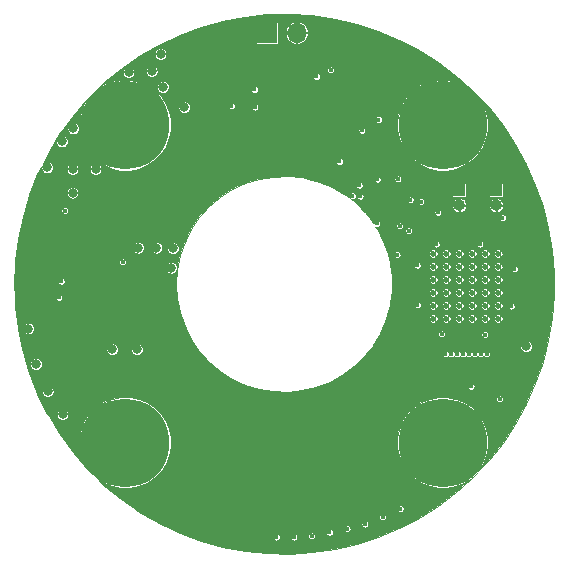
<source format=gbr>
%TF.GenerationSoftware,KiCad,Pcbnew,5.1.10-88a1d61d58~90~ubuntu20.04.1*%
%TF.CreationDate,2021-11-09T12:00:25+00:00*%
%TF.ProjectId,UFOControlDeck,55464f43-6f6e-4747-926f-6c4465636b2e,rev?*%
%TF.SameCoordinates,Original*%
%TF.FileFunction,Copper,L2,Inr*%
%TF.FilePolarity,Positive*%
%FSLAX46Y46*%
G04 Gerber Fmt 4.6, Leading zero omitted, Abs format (unit mm)*
G04 Created by KiCad (PCBNEW 5.1.10-88a1d61d58~90~ubuntu20.04.1) date 2021-11-09 12:00:25*
%MOMM*%
%LPD*%
G01*
G04 APERTURE LIST*
%TA.AperFunction,ComponentPad*%
%ADD10O,1.000000X1.000000*%
%TD*%
%TA.AperFunction,ComponentPad*%
%ADD11R,1.000000X1.000000*%
%TD*%
%TA.AperFunction,ComponentPad*%
%ADD12C,0.500000*%
%TD*%
%TA.AperFunction,ComponentPad*%
%ADD13C,7.500000*%
%TD*%
%TA.AperFunction,ComponentPad*%
%ADD14O,1.700000X1.700000*%
%TD*%
%TA.AperFunction,ComponentPad*%
%ADD15R,1.700000X1.700000*%
%TD*%
%TA.AperFunction,ViaPad*%
%ADD16C,0.800000*%
%TD*%
%TA.AperFunction,ViaPad*%
%ADD17C,0.400000*%
%TD*%
%TA.AperFunction,Conductor*%
%ADD18C,0.025400*%
%TD*%
%TA.AperFunction,Conductor*%
%ADD19C,0.100000*%
%TD*%
G04 APERTURE END LIST*
D10*
%TO.N,GND*%
%TO.C,J10*%
X153500000Y-108620000D03*
D11*
%TO.N,~TRIGGER*%
X153500000Y-107350000D03*
%TD*%
D10*
%TO.N,GND*%
%TO.C,J3*%
X156625000Y-108620000D03*
D11*
%TO.N,TRIGGER*%
X156625000Y-107350000D03*
%TD*%
D12*
%TO.N,GND*%
%TO.C,U3*%
X156800000Y-112700000D03*
X156800000Y-113800000D03*
X156800000Y-114900000D03*
X156800000Y-116000000D03*
X156800000Y-117100000D03*
X156800000Y-118200000D03*
X155700000Y-112700000D03*
X155700000Y-113800000D03*
X155700000Y-114900000D03*
X155700000Y-116000000D03*
X155700000Y-117100000D03*
X155700000Y-118200000D03*
X154600000Y-112700000D03*
X154600000Y-113800000D03*
X154600000Y-114900000D03*
X154600000Y-116000000D03*
X154600000Y-117100000D03*
X154600000Y-118200000D03*
X153500000Y-112700000D03*
X153500000Y-113800000D03*
X153500000Y-114900000D03*
X153500000Y-116000000D03*
X153500000Y-117100000D03*
X153500000Y-118200000D03*
X152400000Y-112700000D03*
X152400000Y-113800000D03*
X152400000Y-114900000D03*
X152400000Y-116000000D03*
X152400000Y-117100000D03*
X152400000Y-118200000D03*
X151300000Y-112700000D03*
X151300000Y-113800000D03*
X151300000Y-114900000D03*
X151300000Y-116000000D03*
X151300000Y-117100000D03*
X151300000Y-118200000D03*
%TD*%
D13*
%TO.N,Net-(H2-Pad1)*%
%TO.C,H2*%
X125229942Y-128700000D03*
%TD*%
%TO.N,Net-(H4-Pad1)*%
%TO.C,H4*%
X152100000Y-128700000D03*
%TD*%
%TO.N,Net-(H3-Pad1)*%
%TO.C,H3*%
X152100000Y-101829942D03*
%TD*%
%TO.N,Net-(H1-Pad1)*%
%TO.C,H1*%
X125229942Y-101829942D03*
%TD*%
D14*
%TO.N,GND*%
%TO.C,J1*%
X139740000Y-94000000D03*
D15*
%TO.N,+VDC*%
X137200000Y-94000000D03*
%TD*%
D16*
%TO.N,GND*%
X131800000Y-105200000D03*
D17*
X134200000Y-101700000D03*
X141400000Y-104900000D03*
X138000000Y-105550000D03*
X145662500Y-94937500D03*
X144000000Y-98150000D03*
X136150000Y-105500000D03*
X143500000Y-94500000D03*
X125000000Y-116350000D03*
X140500000Y-129200000D03*
X141850000Y-129150000D03*
X139200000Y-129200000D03*
X137850000Y-129200000D03*
X136650000Y-129150000D03*
X135400000Y-129200000D03*
X133800000Y-129250000D03*
X142700000Y-100350000D03*
X142000000Y-101250000D03*
X138850000Y-97350000D03*
X138050000Y-98050000D03*
X145600000Y-100250000D03*
D16*
X157750000Y-119100000D03*
X129850000Y-123850000D03*
X130550000Y-126000000D03*
X120150000Y-112450000D03*
X120150000Y-114000000D03*
D17*
X118200000Y-110950000D03*
X127000000Y-113700000D03*
D16*
X127900000Y-105350000D03*
X128900000Y-106050000D03*
X129700000Y-106700000D03*
X130600000Y-107400000D03*
X131550000Y-108150000D03*
D17*
X146700000Y-104950000D03*
X160000000Y-110200000D03*
X160450000Y-113250000D03*
X160300000Y-116600000D03*
%TO.N,+3V3*%
X134200000Y-100200000D03*
X142600000Y-97150000D03*
X141400000Y-97700000D03*
X145250000Y-102250000D03*
X146650000Y-101350000D03*
X136150000Y-98800000D03*
X136200000Y-100300000D03*
X152000000Y-119500000D03*
X155650000Y-119550000D03*
X157900000Y-117150000D03*
X158150000Y-114000000D03*
X155250000Y-111900000D03*
X151550000Y-111900000D03*
X149950000Y-113700000D03*
X149950000Y-117050000D03*
X156900000Y-125000000D03*
X154500000Y-123950000D03*
D16*
X159150000Y-120550000D03*
X126200000Y-120800000D03*
X124100000Y-120800000D03*
X117000000Y-119050000D03*
X117650000Y-122050000D03*
X119900000Y-126300000D03*
X118650000Y-124350000D03*
D17*
X155250000Y-111900000D03*
X157150000Y-109650000D03*
X151680000Y-109200000D03*
X148450000Y-110350000D03*
X143350000Y-104900000D03*
X146550000Y-106400000D03*
D16*
%TO.N,+5V*%
X126300000Y-112200000D03*
X127850000Y-112200000D03*
X129250000Y-112250000D03*
X129100000Y-113900000D03*
D17*
X119600000Y-116400000D03*
X125000000Y-113400000D03*
%TO.N,Net-(D5-Pad2)*%
X139500000Y-136700000D03*
%TO.N,Net-(D6-Pad2)*%
X138000000Y-136700000D03*
%TO.N,Net-(D7-Pad2)*%
X141000000Y-136600000D03*
%TO.N,Net-(D8-Pad2)*%
X142500000Y-136300000D03*
%TO.N,Net-(D9-Pad2)*%
X144000000Y-136000000D03*
%TO.N,Net-(D10-Pad2)*%
X145500000Y-135600000D03*
%TO.N,Net-(D11-Pad2)*%
X147000000Y-135000000D03*
%TO.N,Net-(D12-Pad2)*%
X148500000Y-134300000D03*
%TO.N,/DONE*%
X150250000Y-108300000D03*
%TO.N,PULSE0*%
X152300000Y-121200000D03*
%TO.N,PULSE1*%
X152800000Y-121200000D03*
%TO.N,PULSE2*%
X153300000Y-121200000D03*
%TO.N,PULSE3*%
X153800000Y-121200000D03*
%TO.N,PULSE4*%
X154300000Y-121200000D03*
%TO.N,PULSE5*%
X154800000Y-121200000D03*
%TO.N,PULSE6*%
X155300000Y-121200000D03*
%TO.N,PULSE7*%
X155800000Y-121200000D03*
D16*
%TO.N,+VSW*%
X130200000Y-100300000D03*
X128200000Y-95800000D03*
X125500000Y-97350000D03*
X128400000Y-98600000D03*
X127450000Y-97250000D03*
X120800000Y-102100000D03*
X119850000Y-103200000D03*
X118600000Y-105400000D03*
X120750000Y-105550000D03*
X122700000Y-105550000D03*
X120750000Y-107550000D03*
D17*
%TO.N,Net-(R4-Pad2)*%
X120100000Y-109050000D03*
X119800000Y-115050000D03*
%TO.N,Net-(D13-Pad1)*%
X149350000Y-108150000D03*
%TO.N,Net-(R25-Pad1)*%
X145100000Y-107850000D03*
%TO.N,/INITN*%
X149200000Y-110750000D03*
%TO.N,Net-(D1-Pad1)*%
X148300000Y-106375000D03*
%TO.N,/PROGRAMN*%
X148226567Y-112800000D03*
X146525010Y-110150000D03*
X144450000Y-107800000D03*
%TO.N,Net-(D3-Pad1)*%
X145028706Y-106920026D03*
%TD*%
D18*
%TO.N,GND*%
X141054690Y-92528312D02*
X142948864Y-92808019D01*
X144812989Y-93245246D01*
X146633990Y-93836925D01*
X148399094Y-94578906D01*
X150095921Y-95465986D01*
X151712567Y-96491941D01*
X153237694Y-97649575D01*
X154660604Y-98930769D01*
X155051703Y-99347247D01*
X154549578Y-98845122D01*
X153920201Y-98424586D01*
X153220874Y-98134915D01*
X152478473Y-97987242D01*
X151721527Y-97987242D01*
X150979126Y-98134915D01*
X150279799Y-98424586D01*
X149650422Y-98845122D01*
X149115180Y-99380364D01*
X148694644Y-100009741D01*
X148404973Y-100709068D01*
X148257300Y-101451469D01*
X148257300Y-102208415D01*
X148404973Y-102950816D01*
X148694644Y-103650143D01*
X149115180Y-104279520D01*
X149650422Y-104814762D01*
X150279799Y-105235298D01*
X150979126Y-105524969D01*
X151721527Y-105672642D01*
X152478473Y-105672642D01*
X153220874Y-105524969D01*
X153920201Y-105235298D01*
X154549578Y-104814762D01*
X155084820Y-104279520D01*
X155505356Y-103650143D01*
X155795027Y-102950816D01*
X155942700Y-102208415D01*
X155942700Y-101451469D01*
X155795027Y-100709068D01*
X155505356Y-100009741D01*
X155089798Y-99387814D01*
X155971316Y-100326535D01*
X157160636Y-101827084D01*
X158220222Y-103421890D01*
X159142643Y-105099766D01*
X159921427Y-106848945D01*
X160551113Y-108657155D01*
X161027283Y-110511715D01*
X161346597Y-112399615D01*
X161506816Y-114307614D01*
X161506816Y-116222328D01*
X161346597Y-118130327D01*
X161027283Y-120018227D01*
X160551113Y-121872787D01*
X159921427Y-123680997D01*
X159142643Y-125430176D01*
X158220222Y-127108052D01*
X157160636Y-128702858D01*
X155971316Y-130203407D01*
X155089798Y-131142128D01*
X155505356Y-130520201D01*
X155795027Y-129820874D01*
X155942700Y-129078473D01*
X155942700Y-128321527D01*
X155795027Y-127579126D01*
X155505356Y-126879799D01*
X155084820Y-126250422D01*
X154549578Y-125715180D01*
X153920201Y-125294644D01*
X153220874Y-125004973D01*
X153050946Y-124971172D01*
X156607300Y-124971172D01*
X156607300Y-125028828D01*
X156618549Y-125085377D01*
X156640613Y-125138645D01*
X156672645Y-125186585D01*
X156713415Y-125227355D01*
X156761355Y-125259387D01*
X156814623Y-125281451D01*
X156871172Y-125292700D01*
X156928828Y-125292700D01*
X156985377Y-125281451D01*
X157038645Y-125259387D01*
X157086585Y-125227355D01*
X157127355Y-125186585D01*
X157159387Y-125138645D01*
X157181451Y-125085377D01*
X157192700Y-125028828D01*
X157192700Y-124971172D01*
X157181451Y-124914623D01*
X157159387Y-124861355D01*
X157127355Y-124813415D01*
X157086585Y-124772645D01*
X157038645Y-124740613D01*
X156985377Y-124718549D01*
X156928828Y-124707300D01*
X156871172Y-124707300D01*
X156814623Y-124718549D01*
X156761355Y-124740613D01*
X156713415Y-124772645D01*
X156672645Y-124813415D01*
X156640613Y-124861355D01*
X156618549Y-124914623D01*
X156607300Y-124971172D01*
X153050946Y-124971172D01*
X152478473Y-124857300D01*
X151721527Y-124857300D01*
X150979126Y-125004973D01*
X150279799Y-125294644D01*
X149650422Y-125715180D01*
X149115180Y-126250422D01*
X148694644Y-126879799D01*
X148404973Y-127579126D01*
X148257300Y-128321527D01*
X148257300Y-129078473D01*
X148404973Y-129820874D01*
X148694644Y-130520201D01*
X149115180Y-131149578D01*
X149650422Y-131684820D01*
X150279799Y-132105356D01*
X150979126Y-132395027D01*
X151721527Y-132542700D01*
X152478473Y-132542700D01*
X153220874Y-132395027D01*
X153920201Y-132105356D01*
X154549578Y-131684820D01*
X155051703Y-131182695D01*
X154660604Y-131599173D01*
X153237694Y-132880367D01*
X151712567Y-134038001D01*
X150095921Y-135063956D01*
X148399094Y-135951036D01*
X146633990Y-136693017D01*
X144812989Y-137284696D01*
X142948864Y-137721923D01*
X141054690Y-138001630D01*
X139143754Y-138121856D01*
X137229460Y-138081757D01*
X135325236Y-137881615D01*
X133444436Y-137522834D01*
X131600256Y-137007929D01*
X130694744Y-136671172D01*
X137707300Y-136671172D01*
X137707300Y-136728828D01*
X137718549Y-136785377D01*
X137740613Y-136838645D01*
X137772645Y-136886585D01*
X137813415Y-136927355D01*
X137861355Y-136959387D01*
X137914623Y-136981451D01*
X137971172Y-136992700D01*
X138028828Y-136992700D01*
X138085377Y-136981451D01*
X138138645Y-136959387D01*
X138186585Y-136927355D01*
X138227355Y-136886585D01*
X138259387Y-136838645D01*
X138281451Y-136785377D01*
X138292700Y-136728828D01*
X138292700Y-136671172D01*
X139207300Y-136671172D01*
X139207300Y-136728828D01*
X139218549Y-136785377D01*
X139240613Y-136838645D01*
X139272645Y-136886585D01*
X139313415Y-136927355D01*
X139361355Y-136959387D01*
X139414623Y-136981451D01*
X139471172Y-136992700D01*
X139528828Y-136992700D01*
X139585377Y-136981451D01*
X139638645Y-136959387D01*
X139686585Y-136927355D01*
X139727355Y-136886585D01*
X139759387Y-136838645D01*
X139781451Y-136785377D01*
X139792700Y-136728828D01*
X139792700Y-136671172D01*
X139781451Y-136614623D01*
X139763454Y-136571172D01*
X140707300Y-136571172D01*
X140707300Y-136628828D01*
X140718549Y-136685377D01*
X140740613Y-136738645D01*
X140772645Y-136786585D01*
X140813415Y-136827355D01*
X140861355Y-136859387D01*
X140914623Y-136881451D01*
X140971172Y-136892700D01*
X141028828Y-136892700D01*
X141085377Y-136881451D01*
X141138645Y-136859387D01*
X141186585Y-136827355D01*
X141227355Y-136786585D01*
X141259387Y-136738645D01*
X141281451Y-136685377D01*
X141292700Y-136628828D01*
X141292700Y-136571172D01*
X141281451Y-136514623D01*
X141259387Y-136461355D01*
X141227355Y-136413415D01*
X141186585Y-136372645D01*
X141138645Y-136340613D01*
X141085377Y-136318549D01*
X141028828Y-136307300D01*
X140971172Y-136307300D01*
X140914623Y-136318549D01*
X140861355Y-136340613D01*
X140813415Y-136372645D01*
X140772645Y-136413415D01*
X140740613Y-136461355D01*
X140718549Y-136514623D01*
X140707300Y-136571172D01*
X139763454Y-136571172D01*
X139759387Y-136561355D01*
X139727355Y-136513415D01*
X139686585Y-136472645D01*
X139638645Y-136440613D01*
X139585377Y-136418549D01*
X139528828Y-136407300D01*
X139471172Y-136407300D01*
X139414623Y-136418549D01*
X139361355Y-136440613D01*
X139313415Y-136472645D01*
X139272645Y-136513415D01*
X139240613Y-136561355D01*
X139218549Y-136614623D01*
X139207300Y-136671172D01*
X138292700Y-136671172D01*
X138281451Y-136614623D01*
X138259387Y-136561355D01*
X138227355Y-136513415D01*
X138186585Y-136472645D01*
X138138645Y-136440613D01*
X138085377Y-136418549D01*
X138028828Y-136407300D01*
X137971172Y-136407300D01*
X137914623Y-136418549D01*
X137861355Y-136440613D01*
X137813415Y-136472645D01*
X137772645Y-136513415D01*
X137740613Y-136561355D01*
X137718549Y-136614623D01*
X137707300Y-136671172D01*
X130694744Y-136671172D01*
X129805629Y-136340513D01*
X129658272Y-136271172D01*
X142207300Y-136271172D01*
X142207300Y-136328828D01*
X142218549Y-136385377D01*
X142240613Y-136438645D01*
X142272645Y-136486585D01*
X142313415Y-136527355D01*
X142361355Y-136559387D01*
X142414623Y-136581451D01*
X142471172Y-136592700D01*
X142528828Y-136592700D01*
X142585377Y-136581451D01*
X142638645Y-136559387D01*
X142686585Y-136527355D01*
X142727355Y-136486585D01*
X142759387Y-136438645D01*
X142781451Y-136385377D01*
X142792700Y-136328828D01*
X142792700Y-136271172D01*
X142781451Y-136214623D01*
X142759387Y-136161355D01*
X142727355Y-136113415D01*
X142686585Y-136072645D01*
X142638645Y-136040613D01*
X142585377Y-136018549D01*
X142528828Y-136007300D01*
X142471172Y-136007300D01*
X142414623Y-136018549D01*
X142361355Y-136040613D01*
X142313415Y-136072645D01*
X142272645Y-136113415D01*
X142240613Y-136161355D01*
X142218549Y-136214623D01*
X142207300Y-136271172D01*
X129658272Y-136271172D01*
X129020740Y-135971172D01*
X143707300Y-135971172D01*
X143707300Y-136028828D01*
X143718549Y-136085377D01*
X143740613Y-136138645D01*
X143772645Y-136186585D01*
X143813415Y-136227355D01*
X143861355Y-136259387D01*
X143914623Y-136281451D01*
X143971172Y-136292700D01*
X144028828Y-136292700D01*
X144085377Y-136281451D01*
X144138645Y-136259387D01*
X144186585Y-136227355D01*
X144227355Y-136186585D01*
X144259387Y-136138645D01*
X144281451Y-136085377D01*
X144292700Y-136028828D01*
X144292700Y-135971172D01*
X144281451Y-135914623D01*
X144259387Y-135861355D01*
X144227355Y-135813415D01*
X144186585Y-135772645D01*
X144138645Y-135740613D01*
X144085377Y-135718549D01*
X144028828Y-135707300D01*
X143971172Y-135707300D01*
X143914623Y-135718549D01*
X143861355Y-135740613D01*
X143813415Y-135772645D01*
X143772645Y-135813415D01*
X143740613Y-135861355D01*
X143718549Y-135914623D01*
X143707300Y-135971172D01*
X129020740Y-135971172D01*
X128170696Y-135571172D01*
X145207300Y-135571172D01*
X145207300Y-135628828D01*
X145218549Y-135685377D01*
X145240613Y-135738645D01*
X145272645Y-135786585D01*
X145313415Y-135827355D01*
X145361355Y-135859387D01*
X145414623Y-135881451D01*
X145471172Y-135892700D01*
X145528828Y-135892700D01*
X145585377Y-135881451D01*
X145638645Y-135859387D01*
X145686585Y-135827355D01*
X145727355Y-135786585D01*
X145759387Y-135738645D01*
X145781451Y-135685377D01*
X145792700Y-135628828D01*
X145792700Y-135571172D01*
X145781451Y-135514623D01*
X145759387Y-135461355D01*
X145727355Y-135413415D01*
X145686585Y-135372645D01*
X145638645Y-135340613D01*
X145585377Y-135318549D01*
X145528828Y-135307300D01*
X145471172Y-135307300D01*
X145414623Y-135318549D01*
X145361355Y-135340613D01*
X145313415Y-135372645D01*
X145272645Y-135413415D01*
X145240613Y-135461355D01*
X145218549Y-135514623D01*
X145207300Y-135571172D01*
X128170696Y-135571172D01*
X128073144Y-135525268D01*
X127113422Y-134971172D01*
X146707300Y-134971172D01*
X146707300Y-135028828D01*
X146718549Y-135085377D01*
X146740613Y-135138645D01*
X146772645Y-135186585D01*
X146813415Y-135227355D01*
X146861355Y-135259387D01*
X146914623Y-135281451D01*
X146971172Y-135292700D01*
X147028828Y-135292700D01*
X147085377Y-135281451D01*
X147138645Y-135259387D01*
X147186585Y-135227355D01*
X147227355Y-135186585D01*
X147259387Y-135138645D01*
X147281451Y-135085377D01*
X147292700Y-135028828D01*
X147292700Y-134971172D01*
X147281451Y-134914623D01*
X147259387Y-134861355D01*
X147227355Y-134813415D01*
X147186585Y-134772645D01*
X147138645Y-134740613D01*
X147085377Y-134718549D01*
X147028828Y-134707300D01*
X146971172Y-134707300D01*
X146914623Y-134718549D01*
X146861355Y-134740613D01*
X146813415Y-134772645D01*
X146772645Y-134813415D01*
X146740613Y-134861355D01*
X146718549Y-134914623D01*
X146707300Y-134971172D01*
X127113422Y-134971172D01*
X126414953Y-134567911D01*
X125988002Y-134271172D01*
X148207300Y-134271172D01*
X148207300Y-134328828D01*
X148218549Y-134385377D01*
X148240613Y-134438645D01*
X148272645Y-134486585D01*
X148313415Y-134527355D01*
X148361355Y-134559387D01*
X148414623Y-134581451D01*
X148471172Y-134592700D01*
X148528828Y-134592700D01*
X148585377Y-134581451D01*
X148638645Y-134559387D01*
X148686585Y-134527355D01*
X148727355Y-134486585D01*
X148759387Y-134438645D01*
X148781451Y-134385377D01*
X148792700Y-134328828D01*
X148792700Y-134271172D01*
X148781451Y-134214623D01*
X148759387Y-134161355D01*
X148727355Y-134113415D01*
X148686585Y-134072645D01*
X148638645Y-134040613D01*
X148585377Y-134018549D01*
X148528828Y-134007300D01*
X148471172Y-134007300D01*
X148414623Y-134018549D01*
X148361355Y-134040613D01*
X148313415Y-134072645D01*
X148272645Y-134113415D01*
X148240613Y-134161355D01*
X148218549Y-134214623D01*
X148207300Y-134271172D01*
X125988002Y-134271172D01*
X124842687Y-133475158D01*
X123367375Y-132254673D01*
X122796406Y-131695539D01*
X123409741Y-132105356D01*
X124109068Y-132395027D01*
X124851469Y-132542700D01*
X125608415Y-132542700D01*
X126350816Y-132395027D01*
X127050143Y-132105356D01*
X127679520Y-131684820D01*
X128214762Y-131149578D01*
X128635298Y-130520201D01*
X128924969Y-129820874D01*
X129072642Y-129078473D01*
X129072642Y-128321527D01*
X128924969Y-127579126D01*
X128635298Y-126879799D01*
X128214762Y-126250422D01*
X127679520Y-125715180D01*
X127050143Y-125294644D01*
X126350816Y-125004973D01*
X125608415Y-124857300D01*
X124851469Y-124857300D01*
X124109068Y-125004973D01*
X123409741Y-125294644D01*
X122780364Y-125715180D01*
X122245122Y-126250422D01*
X121824586Y-126879799D01*
X121534915Y-127579126D01*
X121387242Y-128321527D01*
X121387242Y-129078473D01*
X121534915Y-129820874D01*
X121824586Y-130520201D01*
X122245122Y-131149578D01*
X122539602Y-131444058D01*
X121999364Y-130915018D01*
X120748250Y-129465589D01*
X119622810Y-127916553D01*
X118630936Y-126278775D01*
X118617384Y-126251473D01*
X119407300Y-126251473D01*
X119407300Y-126348527D01*
X119426234Y-126443715D01*
X119463375Y-126533381D01*
X119517295Y-126614078D01*
X119585922Y-126682705D01*
X119666619Y-126736625D01*
X119756285Y-126773766D01*
X119851473Y-126792700D01*
X119948527Y-126792700D01*
X120043715Y-126773766D01*
X120133381Y-126736625D01*
X120214078Y-126682705D01*
X120282705Y-126614078D01*
X120336625Y-126533381D01*
X120373766Y-126443715D01*
X120392700Y-126348527D01*
X120392700Y-126251473D01*
X120373766Y-126156285D01*
X120336625Y-126066619D01*
X120282705Y-125985922D01*
X120214078Y-125917295D01*
X120133381Y-125863375D01*
X120043715Y-125826234D01*
X119948527Y-125807300D01*
X119851473Y-125807300D01*
X119756285Y-125826234D01*
X119666619Y-125863375D01*
X119585922Y-125917295D01*
X119517295Y-125985922D01*
X119463375Y-126066619D01*
X119426234Y-126156285D01*
X119407300Y-126251473D01*
X118617384Y-126251473D01*
X117779587Y-124563743D01*
X117675747Y-124301473D01*
X118157300Y-124301473D01*
X118157300Y-124398527D01*
X118176234Y-124493715D01*
X118213375Y-124583381D01*
X118267295Y-124664078D01*
X118335922Y-124732705D01*
X118416619Y-124786625D01*
X118506285Y-124823766D01*
X118601473Y-124842700D01*
X118698527Y-124842700D01*
X118793715Y-124823766D01*
X118883381Y-124786625D01*
X118964078Y-124732705D01*
X119032705Y-124664078D01*
X119086625Y-124583381D01*
X119123766Y-124493715D01*
X119142700Y-124398527D01*
X119142700Y-124301473D01*
X119123766Y-124206285D01*
X119086625Y-124116619D01*
X119032705Y-124035922D01*
X118964078Y-123967295D01*
X118883381Y-123913375D01*
X118793715Y-123876234D01*
X118698527Y-123857300D01*
X118601473Y-123857300D01*
X118506285Y-123876234D01*
X118416619Y-123913375D01*
X118335922Y-123967295D01*
X118267295Y-124035922D01*
X118213375Y-124116619D01*
X118176234Y-124206285D01*
X118157300Y-124301473D01*
X117675747Y-124301473D01*
X117074734Y-122783487D01*
X116838631Y-122001473D01*
X117157300Y-122001473D01*
X117157300Y-122098527D01*
X117176234Y-122193715D01*
X117213375Y-122283381D01*
X117267295Y-122364078D01*
X117335922Y-122432705D01*
X117416619Y-122486625D01*
X117506285Y-122523766D01*
X117601473Y-122542700D01*
X117698527Y-122542700D01*
X117793715Y-122523766D01*
X117883381Y-122486625D01*
X117964078Y-122432705D01*
X118032705Y-122364078D01*
X118086625Y-122283381D01*
X118123766Y-122193715D01*
X118142700Y-122098527D01*
X118142700Y-122001473D01*
X118123766Y-121906285D01*
X118086625Y-121816619D01*
X118032705Y-121735922D01*
X117964078Y-121667295D01*
X117883381Y-121613375D01*
X117793715Y-121576234D01*
X117698527Y-121557300D01*
X117601473Y-121557300D01*
X117506285Y-121576234D01*
X117416619Y-121613375D01*
X117335922Y-121667295D01*
X117267295Y-121735922D01*
X117213375Y-121816619D01*
X117176234Y-121906285D01*
X117157300Y-122001473D01*
X116838631Y-122001473D01*
X116521321Y-120950494D01*
X116479018Y-120751473D01*
X123607300Y-120751473D01*
X123607300Y-120848527D01*
X123626234Y-120943715D01*
X123663375Y-121033381D01*
X123717295Y-121114078D01*
X123785922Y-121182705D01*
X123866619Y-121236625D01*
X123956285Y-121273766D01*
X124051473Y-121292700D01*
X124148527Y-121292700D01*
X124243715Y-121273766D01*
X124333381Y-121236625D01*
X124414078Y-121182705D01*
X124482705Y-121114078D01*
X124536625Y-121033381D01*
X124573766Y-120943715D01*
X124592700Y-120848527D01*
X124592700Y-120751473D01*
X125707300Y-120751473D01*
X125707300Y-120848527D01*
X125726234Y-120943715D01*
X125763375Y-121033381D01*
X125817295Y-121114078D01*
X125885922Y-121182705D01*
X125966619Y-121236625D01*
X126056285Y-121273766D01*
X126151473Y-121292700D01*
X126248527Y-121292700D01*
X126343715Y-121273766D01*
X126433381Y-121236625D01*
X126514078Y-121182705D01*
X126582705Y-121114078D01*
X126636625Y-121033381D01*
X126673766Y-120943715D01*
X126692700Y-120848527D01*
X126692700Y-120751473D01*
X126673766Y-120656285D01*
X126636625Y-120566619D01*
X126582705Y-120485922D01*
X126514078Y-120417295D01*
X126433381Y-120363375D01*
X126343715Y-120326234D01*
X126248527Y-120307300D01*
X126151473Y-120307300D01*
X126056285Y-120326234D01*
X125966619Y-120363375D01*
X125885922Y-120417295D01*
X125817295Y-120485922D01*
X125763375Y-120566619D01*
X125726234Y-120656285D01*
X125707300Y-120751473D01*
X124592700Y-120751473D01*
X124573766Y-120656285D01*
X124536625Y-120566619D01*
X124482705Y-120485922D01*
X124414078Y-120417295D01*
X124333381Y-120363375D01*
X124243715Y-120326234D01*
X124148527Y-120307300D01*
X124051473Y-120307300D01*
X123956285Y-120326234D01*
X123866619Y-120363375D01*
X123785922Y-120417295D01*
X123717295Y-120485922D01*
X123663375Y-120566619D01*
X123626234Y-120656285D01*
X123607300Y-120751473D01*
X116479018Y-120751473D01*
X116123229Y-119077621D01*
X116113610Y-119001473D01*
X116507300Y-119001473D01*
X116507300Y-119098527D01*
X116526234Y-119193715D01*
X116563375Y-119283381D01*
X116617295Y-119364078D01*
X116685922Y-119432705D01*
X116766619Y-119486625D01*
X116856285Y-119523766D01*
X116951473Y-119542700D01*
X117048527Y-119542700D01*
X117143715Y-119523766D01*
X117233381Y-119486625D01*
X117314078Y-119432705D01*
X117382705Y-119364078D01*
X117436625Y-119283381D01*
X117473766Y-119193715D01*
X117492700Y-119098527D01*
X117492700Y-119001473D01*
X117473766Y-118906285D01*
X117436625Y-118816619D01*
X117382705Y-118735922D01*
X117314078Y-118667295D01*
X117233381Y-118613375D01*
X117143715Y-118576234D01*
X117048527Y-118557300D01*
X116951473Y-118557300D01*
X116856285Y-118576234D01*
X116766619Y-118613375D01*
X116685922Y-118667295D01*
X116617295Y-118735922D01*
X116563375Y-118816619D01*
X116526234Y-118906285D01*
X116507300Y-119001473D01*
X116113610Y-119001473D01*
X115883252Y-117178005D01*
X115849436Y-116371172D01*
X119307300Y-116371172D01*
X119307300Y-116428828D01*
X119318549Y-116485377D01*
X119340613Y-116538645D01*
X119372645Y-116586585D01*
X119413415Y-116627355D01*
X119461355Y-116659387D01*
X119514623Y-116681451D01*
X119571172Y-116692700D01*
X119628828Y-116692700D01*
X119685377Y-116681451D01*
X119738645Y-116659387D01*
X119786585Y-116627355D01*
X119827355Y-116586585D01*
X119859387Y-116538645D01*
X119881451Y-116485377D01*
X119892700Y-116428828D01*
X119892700Y-116371172D01*
X119881451Y-116314623D01*
X119859387Y-116261355D01*
X119827355Y-116213415D01*
X119786585Y-116172645D01*
X119738645Y-116140613D01*
X119685377Y-116118549D01*
X119628828Y-116107300D01*
X119571172Y-116107300D01*
X119514623Y-116118549D01*
X119461355Y-116140613D01*
X119413415Y-116172645D01*
X119372645Y-116213415D01*
X119340613Y-116261355D01*
X119318549Y-116314623D01*
X119307300Y-116371172D01*
X115849436Y-116371172D01*
X115803072Y-115264971D01*
X115813290Y-115021172D01*
X119507300Y-115021172D01*
X119507300Y-115078828D01*
X119518549Y-115135377D01*
X119540613Y-115188645D01*
X119572645Y-115236585D01*
X119613415Y-115277355D01*
X119661355Y-115309387D01*
X119714623Y-115331451D01*
X119771172Y-115342700D01*
X119828828Y-115342700D01*
X119885377Y-115331451D01*
X119938645Y-115309387D01*
X119986585Y-115277355D01*
X119998969Y-115264971D01*
X129525810Y-115264971D01*
X129607354Y-116483102D01*
X129850532Y-117679495D01*
X130251003Y-118832801D01*
X130801622Y-119922440D01*
X131492563Y-120928965D01*
X132311495Y-121834416D01*
X133243806Y-122622636D01*
X134272857Y-123279558D01*
X135380285Y-123793459D01*
X136546329Y-124155169D01*
X137750180Y-124358233D01*
X138970356Y-124399028D01*
X140185082Y-124276826D01*
X141372681Y-123993806D01*
X141561271Y-123921172D01*
X154207300Y-123921172D01*
X154207300Y-123978828D01*
X154218549Y-124035377D01*
X154240613Y-124088645D01*
X154272645Y-124136585D01*
X154313415Y-124177355D01*
X154361355Y-124209387D01*
X154414623Y-124231451D01*
X154471172Y-124242700D01*
X154528828Y-124242700D01*
X154585377Y-124231451D01*
X154638645Y-124209387D01*
X154686585Y-124177355D01*
X154727355Y-124136585D01*
X154759387Y-124088645D01*
X154781451Y-124035377D01*
X154792700Y-123978828D01*
X154792700Y-123921172D01*
X154781451Y-123864623D01*
X154759387Y-123811355D01*
X154727355Y-123763415D01*
X154686585Y-123722645D01*
X154638645Y-123690613D01*
X154585377Y-123668549D01*
X154528828Y-123657300D01*
X154471172Y-123657300D01*
X154414623Y-123668549D01*
X154361355Y-123690613D01*
X154313415Y-123722645D01*
X154272645Y-123763415D01*
X154240613Y-123811355D01*
X154218549Y-123864623D01*
X154207300Y-123921172D01*
X141561271Y-123921172D01*
X142511962Y-123555021D01*
X143582592Y-122968299D01*
X144565468Y-122244111D01*
X145443049Y-121395381D01*
X145620105Y-121171172D01*
X152007300Y-121171172D01*
X152007300Y-121228828D01*
X152018549Y-121285377D01*
X152040613Y-121338645D01*
X152072645Y-121386585D01*
X152113415Y-121427355D01*
X152161355Y-121459387D01*
X152214623Y-121481451D01*
X152271172Y-121492700D01*
X152328828Y-121492700D01*
X152385377Y-121481451D01*
X152438645Y-121459387D01*
X152486585Y-121427355D01*
X152527355Y-121386585D01*
X152550000Y-121352694D01*
X152572645Y-121386585D01*
X152613415Y-121427355D01*
X152661355Y-121459387D01*
X152714623Y-121481451D01*
X152771172Y-121492700D01*
X152828828Y-121492700D01*
X152885377Y-121481451D01*
X152938645Y-121459387D01*
X152986585Y-121427355D01*
X153027355Y-121386585D01*
X153050000Y-121352694D01*
X153072645Y-121386585D01*
X153113415Y-121427355D01*
X153161355Y-121459387D01*
X153214623Y-121481451D01*
X153271172Y-121492700D01*
X153328828Y-121492700D01*
X153385377Y-121481451D01*
X153438645Y-121459387D01*
X153486585Y-121427355D01*
X153527355Y-121386585D01*
X153550000Y-121352694D01*
X153572645Y-121386585D01*
X153613415Y-121427355D01*
X153661355Y-121459387D01*
X153714623Y-121481451D01*
X153771172Y-121492700D01*
X153828828Y-121492700D01*
X153885377Y-121481451D01*
X153938645Y-121459387D01*
X153986585Y-121427355D01*
X154027355Y-121386585D01*
X154050000Y-121352694D01*
X154072645Y-121386585D01*
X154113415Y-121427355D01*
X154161355Y-121459387D01*
X154214623Y-121481451D01*
X154271172Y-121492700D01*
X154328828Y-121492700D01*
X154385377Y-121481451D01*
X154438645Y-121459387D01*
X154486585Y-121427355D01*
X154527355Y-121386585D01*
X154550000Y-121352694D01*
X154572645Y-121386585D01*
X154613415Y-121427355D01*
X154661355Y-121459387D01*
X154714623Y-121481451D01*
X154771172Y-121492700D01*
X154828828Y-121492700D01*
X154885377Y-121481451D01*
X154938645Y-121459387D01*
X154986585Y-121427355D01*
X155027355Y-121386585D01*
X155050000Y-121352694D01*
X155072645Y-121386585D01*
X155113415Y-121427355D01*
X155161355Y-121459387D01*
X155214623Y-121481451D01*
X155271172Y-121492700D01*
X155328828Y-121492700D01*
X155385377Y-121481451D01*
X155438645Y-121459387D01*
X155486585Y-121427355D01*
X155527355Y-121386585D01*
X155550000Y-121352694D01*
X155572645Y-121386585D01*
X155613415Y-121427355D01*
X155661355Y-121459387D01*
X155714623Y-121481451D01*
X155771172Y-121492700D01*
X155828828Y-121492700D01*
X155885377Y-121481451D01*
X155938645Y-121459387D01*
X155986585Y-121427355D01*
X156027355Y-121386585D01*
X156059387Y-121338645D01*
X156081451Y-121285377D01*
X156092700Y-121228828D01*
X156092700Y-121171172D01*
X156081451Y-121114623D01*
X156059387Y-121061355D01*
X156027355Y-121013415D01*
X155986585Y-120972645D01*
X155938645Y-120940613D01*
X155885377Y-120918549D01*
X155828828Y-120907300D01*
X155771172Y-120907300D01*
X155714623Y-120918549D01*
X155661355Y-120940613D01*
X155613415Y-120972645D01*
X155572645Y-121013415D01*
X155550000Y-121047306D01*
X155527355Y-121013415D01*
X155486585Y-120972645D01*
X155438645Y-120940613D01*
X155385377Y-120918549D01*
X155328828Y-120907300D01*
X155271172Y-120907300D01*
X155214623Y-120918549D01*
X155161355Y-120940613D01*
X155113415Y-120972645D01*
X155072645Y-121013415D01*
X155050000Y-121047306D01*
X155027355Y-121013415D01*
X154986585Y-120972645D01*
X154938645Y-120940613D01*
X154885377Y-120918549D01*
X154828828Y-120907300D01*
X154771172Y-120907300D01*
X154714623Y-120918549D01*
X154661355Y-120940613D01*
X154613415Y-120972645D01*
X154572645Y-121013415D01*
X154550000Y-121047306D01*
X154527355Y-121013415D01*
X154486585Y-120972645D01*
X154438645Y-120940613D01*
X154385377Y-120918549D01*
X154328828Y-120907300D01*
X154271172Y-120907300D01*
X154214623Y-120918549D01*
X154161355Y-120940613D01*
X154113415Y-120972645D01*
X154072645Y-121013415D01*
X154050000Y-121047306D01*
X154027355Y-121013415D01*
X153986585Y-120972645D01*
X153938645Y-120940613D01*
X153885377Y-120918549D01*
X153828828Y-120907300D01*
X153771172Y-120907300D01*
X153714623Y-120918549D01*
X153661355Y-120940613D01*
X153613415Y-120972645D01*
X153572645Y-121013415D01*
X153550000Y-121047306D01*
X153527355Y-121013415D01*
X153486585Y-120972645D01*
X153438645Y-120940613D01*
X153385377Y-120918549D01*
X153328828Y-120907300D01*
X153271172Y-120907300D01*
X153214623Y-120918549D01*
X153161355Y-120940613D01*
X153113415Y-120972645D01*
X153072645Y-121013415D01*
X153050000Y-121047306D01*
X153027355Y-121013415D01*
X152986585Y-120972645D01*
X152938645Y-120940613D01*
X152885377Y-120918549D01*
X152828828Y-120907300D01*
X152771172Y-120907300D01*
X152714623Y-120918549D01*
X152661355Y-120940613D01*
X152613415Y-120972645D01*
X152572645Y-121013415D01*
X152550000Y-121047306D01*
X152527355Y-121013415D01*
X152486585Y-120972645D01*
X152438645Y-120940613D01*
X152385377Y-120918549D01*
X152328828Y-120907300D01*
X152271172Y-120907300D01*
X152214623Y-120918549D01*
X152161355Y-120940613D01*
X152113415Y-120972645D01*
X152072645Y-121013415D01*
X152040613Y-121061355D01*
X152018549Y-121114623D01*
X152007300Y-121171172D01*
X145620105Y-121171172D01*
X146148960Y-120501473D01*
X158657300Y-120501473D01*
X158657300Y-120598527D01*
X158676234Y-120693715D01*
X158713375Y-120783381D01*
X158767295Y-120864078D01*
X158835922Y-120932705D01*
X158916619Y-120986625D01*
X159006285Y-121023766D01*
X159101473Y-121042700D01*
X159198527Y-121042700D01*
X159293715Y-121023766D01*
X159383381Y-120986625D01*
X159464078Y-120932705D01*
X159532705Y-120864078D01*
X159586625Y-120783381D01*
X159623766Y-120693715D01*
X159642700Y-120598527D01*
X159642700Y-120501473D01*
X159623766Y-120406285D01*
X159586625Y-120316619D01*
X159532705Y-120235922D01*
X159464078Y-120167295D01*
X159383381Y-120113375D01*
X159293715Y-120076234D01*
X159198527Y-120057300D01*
X159101473Y-120057300D01*
X159006285Y-120076234D01*
X158916619Y-120113375D01*
X158835922Y-120167295D01*
X158767295Y-120235922D01*
X158713375Y-120316619D01*
X158676234Y-120406285D01*
X158657300Y-120501473D01*
X146148960Y-120501473D01*
X146199675Y-120437253D01*
X146771885Y-119471172D01*
X151707300Y-119471172D01*
X151707300Y-119528828D01*
X151718549Y-119585377D01*
X151740613Y-119638645D01*
X151772645Y-119686585D01*
X151813415Y-119727355D01*
X151861355Y-119759387D01*
X151914623Y-119781451D01*
X151971172Y-119792700D01*
X152028828Y-119792700D01*
X152085377Y-119781451D01*
X152138645Y-119759387D01*
X152186585Y-119727355D01*
X152227355Y-119686585D01*
X152259387Y-119638645D01*
X152281451Y-119585377D01*
X152292700Y-119528828D01*
X152292700Y-119521172D01*
X155357300Y-119521172D01*
X155357300Y-119578828D01*
X155368549Y-119635377D01*
X155390613Y-119688645D01*
X155422645Y-119736585D01*
X155463415Y-119777355D01*
X155511355Y-119809387D01*
X155564623Y-119831451D01*
X155621172Y-119842700D01*
X155678828Y-119842700D01*
X155735377Y-119831451D01*
X155788645Y-119809387D01*
X155836585Y-119777355D01*
X155877355Y-119736585D01*
X155909387Y-119688645D01*
X155931451Y-119635377D01*
X155942700Y-119578828D01*
X155942700Y-119521172D01*
X155931451Y-119464623D01*
X155909387Y-119411355D01*
X155877355Y-119363415D01*
X155836585Y-119322645D01*
X155788645Y-119290613D01*
X155735377Y-119268549D01*
X155678828Y-119257300D01*
X155621172Y-119257300D01*
X155564623Y-119268549D01*
X155511355Y-119290613D01*
X155463415Y-119322645D01*
X155422645Y-119363415D01*
X155390613Y-119411355D01*
X155368549Y-119464623D01*
X155357300Y-119521172D01*
X152292700Y-119521172D01*
X152292700Y-119471172D01*
X152281451Y-119414623D01*
X152259387Y-119361355D01*
X152227355Y-119313415D01*
X152186585Y-119272645D01*
X152138645Y-119240613D01*
X152085377Y-119218549D01*
X152028828Y-119207300D01*
X151971172Y-119207300D01*
X151914623Y-119218549D01*
X151861355Y-119240613D01*
X151813415Y-119272645D01*
X151772645Y-119313415D01*
X151740613Y-119361355D01*
X151718549Y-119414623D01*
X151707300Y-119471172D01*
X146771885Y-119471172D01*
X146821844Y-119386825D01*
X147213709Y-118462694D01*
X151090056Y-118462694D01*
X151117080Y-118515227D01*
X151182093Y-118544856D01*
X151251637Y-118561233D01*
X151323039Y-118563727D01*
X151393556Y-118552244D01*
X151460478Y-118527224D01*
X151482920Y-118515227D01*
X151509944Y-118462694D01*
X152190056Y-118462694D01*
X152217080Y-118515227D01*
X152282093Y-118544856D01*
X152351637Y-118561233D01*
X152423039Y-118563727D01*
X152493556Y-118552244D01*
X152560478Y-118527224D01*
X152582920Y-118515227D01*
X152609944Y-118462694D01*
X153290056Y-118462694D01*
X153317080Y-118515227D01*
X153382093Y-118544856D01*
X153451637Y-118561233D01*
X153523039Y-118563727D01*
X153593556Y-118552244D01*
X153660478Y-118527224D01*
X153682920Y-118515227D01*
X153709944Y-118462694D01*
X154390056Y-118462694D01*
X154417080Y-118515227D01*
X154482093Y-118544856D01*
X154551637Y-118561233D01*
X154623039Y-118563727D01*
X154693556Y-118552244D01*
X154760478Y-118527224D01*
X154782920Y-118515227D01*
X154809944Y-118462694D01*
X155490056Y-118462694D01*
X155517080Y-118515227D01*
X155582093Y-118544856D01*
X155651637Y-118561233D01*
X155723039Y-118563727D01*
X155793556Y-118552244D01*
X155860478Y-118527224D01*
X155882920Y-118515227D01*
X155909944Y-118462694D01*
X156590056Y-118462694D01*
X156617080Y-118515227D01*
X156682093Y-118544856D01*
X156751637Y-118561233D01*
X156823039Y-118563727D01*
X156893556Y-118552244D01*
X156960478Y-118527224D01*
X156982920Y-118515227D01*
X157009944Y-118462694D01*
X156800000Y-118252750D01*
X156590056Y-118462694D01*
X155909944Y-118462694D01*
X155700000Y-118252750D01*
X155490056Y-118462694D01*
X154809944Y-118462694D01*
X154600000Y-118252750D01*
X154390056Y-118462694D01*
X153709944Y-118462694D01*
X153500000Y-118252750D01*
X153290056Y-118462694D01*
X152609944Y-118462694D01*
X152400000Y-118252750D01*
X152190056Y-118462694D01*
X151509944Y-118462694D01*
X151300000Y-118252750D01*
X151090056Y-118462694D01*
X147213709Y-118462694D01*
X147298454Y-118262843D01*
X147309357Y-118223039D01*
X150936273Y-118223039D01*
X150947756Y-118293556D01*
X150972776Y-118360478D01*
X150984773Y-118382920D01*
X151037306Y-118409944D01*
X151247250Y-118200000D01*
X151352750Y-118200000D01*
X151562694Y-118409944D01*
X151615227Y-118382920D01*
X151644856Y-118317907D01*
X151661233Y-118248363D01*
X151662117Y-118223039D01*
X152036273Y-118223039D01*
X152047756Y-118293556D01*
X152072776Y-118360478D01*
X152084773Y-118382920D01*
X152137306Y-118409944D01*
X152347250Y-118200000D01*
X152452750Y-118200000D01*
X152662694Y-118409944D01*
X152715227Y-118382920D01*
X152744856Y-118317907D01*
X152761233Y-118248363D01*
X152762117Y-118223039D01*
X153136273Y-118223039D01*
X153147756Y-118293556D01*
X153172776Y-118360478D01*
X153184773Y-118382920D01*
X153237306Y-118409944D01*
X153447250Y-118200000D01*
X153552750Y-118200000D01*
X153762694Y-118409944D01*
X153815227Y-118382920D01*
X153844856Y-118317907D01*
X153861233Y-118248363D01*
X153862117Y-118223039D01*
X154236273Y-118223039D01*
X154247756Y-118293556D01*
X154272776Y-118360478D01*
X154284773Y-118382920D01*
X154337306Y-118409944D01*
X154547250Y-118200000D01*
X154652750Y-118200000D01*
X154862694Y-118409944D01*
X154915227Y-118382920D01*
X154944856Y-118317907D01*
X154961233Y-118248363D01*
X154962117Y-118223039D01*
X155336273Y-118223039D01*
X155347756Y-118293556D01*
X155372776Y-118360478D01*
X155384773Y-118382920D01*
X155437306Y-118409944D01*
X155647250Y-118200000D01*
X155752750Y-118200000D01*
X155962694Y-118409944D01*
X156015227Y-118382920D01*
X156044856Y-118317907D01*
X156061233Y-118248363D01*
X156062117Y-118223039D01*
X156436273Y-118223039D01*
X156447756Y-118293556D01*
X156472776Y-118360478D01*
X156484773Y-118382920D01*
X156537306Y-118409944D01*
X156747250Y-118200000D01*
X156852750Y-118200000D01*
X157062694Y-118409944D01*
X157115227Y-118382920D01*
X157144856Y-118317907D01*
X157161233Y-118248363D01*
X157163727Y-118176961D01*
X157152244Y-118106444D01*
X157127224Y-118039522D01*
X157115227Y-118017080D01*
X157062694Y-117990056D01*
X156852750Y-118200000D01*
X156747250Y-118200000D01*
X156537306Y-117990056D01*
X156484773Y-118017080D01*
X156455144Y-118082093D01*
X156438767Y-118151637D01*
X156436273Y-118223039D01*
X156062117Y-118223039D01*
X156063727Y-118176961D01*
X156052244Y-118106444D01*
X156027224Y-118039522D01*
X156015227Y-118017080D01*
X155962694Y-117990056D01*
X155752750Y-118200000D01*
X155647250Y-118200000D01*
X155437306Y-117990056D01*
X155384773Y-118017080D01*
X155355144Y-118082093D01*
X155338767Y-118151637D01*
X155336273Y-118223039D01*
X154962117Y-118223039D01*
X154963727Y-118176961D01*
X154952244Y-118106444D01*
X154927224Y-118039522D01*
X154915227Y-118017080D01*
X154862694Y-117990056D01*
X154652750Y-118200000D01*
X154547250Y-118200000D01*
X154337306Y-117990056D01*
X154284773Y-118017080D01*
X154255144Y-118082093D01*
X154238767Y-118151637D01*
X154236273Y-118223039D01*
X153862117Y-118223039D01*
X153863727Y-118176961D01*
X153852244Y-118106444D01*
X153827224Y-118039522D01*
X153815227Y-118017080D01*
X153762694Y-117990056D01*
X153552750Y-118200000D01*
X153447250Y-118200000D01*
X153237306Y-117990056D01*
X153184773Y-118017080D01*
X153155144Y-118082093D01*
X153138767Y-118151637D01*
X153136273Y-118223039D01*
X152762117Y-118223039D01*
X152763727Y-118176961D01*
X152752244Y-118106444D01*
X152727224Y-118039522D01*
X152715227Y-118017080D01*
X152662694Y-117990056D01*
X152452750Y-118200000D01*
X152347250Y-118200000D01*
X152137306Y-117990056D01*
X152084773Y-118017080D01*
X152055144Y-118082093D01*
X152038767Y-118151637D01*
X152036273Y-118223039D01*
X151662117Y-118223039D01*
X151663727Y-118176961D01*
X151652244Y-118106444D01*
X151627224Y-118039522D01*
X151615227Y-118017080D01*
X151562694Y-117990056D01*
X151352750Y-118200000D01*
X151247250Y-118200000D01*
X151037306Y-117990056D01*
X150984773Y-118017080D01*
X150955144Y-118082093D01*
X150938767Y-118151637D01*
X150936273Y-118223039D01*
X147309357Y-118223039D01*
X147387627Y-117937306D01*
X151090056Y-117937306D01*
X151300000Y-118147250D01*
X151509944Y-117937306D01*
X152190056Y-117937306D01*
X152400000Y-118147250D01*
X152609944Y-117937306D01*
X153290056Y-117937306D01*
X153500000Y-118147250D01*
X153709944Y-117937306D01*
X154390056Y-117937306D01*
X154600000Y-118147250D01*
X154809944Y-117937306D01*
X155490056Y-117937306D01*
X155700000Y-118147250D01*
X155909944Y-117937306D01*
X156590056Y-117937306D01*
X156800000Y-118147250D01*
X157009944Y-117937306D01*
X156982920Y-117884773D01*
X156917907Y-117855144D01*
X156848363Y-117838767D01*
X156776961Y-117836273D01*
X156706444Y-117847756D01*
X156639522Y-117872776D01*
X156617080Y-117884773D01*
X156590056Y-117937306D01*
X155909944Y-117937306D01*
X155882920Y-117884773D01*
X155817907Y-117855144D01*
X155748363Y-117838767D01*
X155676961Y-117836273D01*
X155606444Y-117847756D01*
X155539522Y-117872776D01*
X155517080Y-117884773D01*
X155490056Y-117937306D01*
X154809944Y-117937306D01*
X154782920Y-117884773D01*
X154717907Y-117855144D01*
X154648363Y-117838767D01*
X154576961Y-117836273D01*
X154506444Y-117847756D01*
X154439522Y-117872776D01*
X154417080Y-117884773D01*
X154390056Y-117937306D01*
X153709944Y-117937306D01*
X153682920Y-117884773D01*
X153617907Y-117855144D01*
X153548363Y-117838767D01*
X153476961Y-117836273D01*
X153406444Y-117847756D01*
X153339522Y-117872776D01*
X153317080Y-117884773D01*
X153290056Y-117937306D01*
X152609944Y-117937306D01*
X152582920Y-117884773D01*
X152517907Y-117855144D01*
X152448363Y-117838767D01*
X152376961Y-117836273D01*
X152306444Y-117847756D01*
X152239522Y-117872776D01*
X152217080Y-117884773D01*
X152190056Y-117937306D01*
X151509944Y-117937306D01*
X151482920Y-117884773D01*
X151417907Y-117855144D01*
X151348363Y-117838767D01*
X151276961Y-117836273D01*
X151206444Y-117847756D01*
X151139522Y-117872776D01*
X151117080Y-117884773D01*
X151090056Y-117937306D01*
X147387627Y-117937306D01*
X147545030Y-117362694D01*
X151090056Y-117362694D01*
X151117080Y-117415227D01*
X151182093Y-117444856D01*
X151251637Y-117461233D01*
X151323039Y-117463727D01*
X151393556Y-117452244D01*
X151460478Y-117427224D01*
X151482920Y-117415227D01*
X151509944Y-117362694D01*
X152190056Y-117362694D01*
X152217080Y-117415227D01*
X152282093Y-117444856D01*
X152351637Y-117461233D01*
X152423039Y-117463727D01*
X152493556Y-117452244D01*
X152560478Y-117427224D01*
X152582920Y-117415227D01*
X152609944Y-117362694D01*
X153290056Y-117362694D01*
X153317080Y-117415227D01*
X153382093Y-117444856D01*
X153451637Y-117461233D01*
X153523039Y-117463727D01*
X153593556Y-117452244D01*
X153660478Y-117427224D01*
X153682920Y-117415227D01*
X153709944Y-117362694D01*
X154390056Y-117362694D01*
X154417080Y-117415227D01*
X154482093Y-117444856D01*
X154551637Y-117461233D01*
X154623039Y-117463727D01*
X154693556Y-117452244D01*
X154760478Y-117427224D01*
X154782920Y-117415227D01*
X154809944Y-117362694D01*
X155490056Y-117362694D01*
X155517080Y-117415227D01*
X155582093Y-117444856D01*
X155651637Y-117461233D01*
X155723039Y-117463727D01*
X155793556Y-117452244D01*
X155860478Y-117427224D01*
X155882920Y-117415227D01*
X155909944Y-117362694D01*
X156590056Y-117362694D01*
X156617080Y-117415227D01*
X156682093Y-117444856D01*
X156751637Y-117461233D01*
X156823039Y-117463727D01*
X156893556Y-117452244D01*
X156960478Y-117427224D01*
X156982920Y-117415227D01*
X157009944Y-117362694D01*
X156800000Y-117152750D01*
X156590056Y-117362694D01*
X155909944Y-117362694D01*
X155700000Y-117152750D01*
X155490056Y-117362694D01*
X154809944Y-117362694D01*
X154600000Y-117152750D01*
X154390056Y-117362694D01*
X153709944Y-117362694D01*
X153500000Y-117152750D01*
X153290056Y-117362694D01*
X152609944Y-117362694D01*
X152400000Y-117152750D01*
X152190056Y-117362694D01*
X151509944Y-117362694D01*
X151300000Y-117152750D01*
X151090056Y-117362694D01*
X147545030Y-117362694D01*
X147620999Y-117085364D01*
X147629631Y-117021172D01*
X149657300Y-117021172D01*
X149657300Y-117078828D01*
X149668549Y-117135377D01*
X149690613Y-117188645D01*
X149722645Y-117236585D01*
X149763415Y-117277355D01*
X149811355Y-117309387D01*
X149864623Y-117331451D01*
X149921172Y-117342700D01*
X149978828Y-117342700D01*
X150035377Y-117331451D01*
X150088645Y-117309387D01*
X150136585Y-117277355D01*
X150177355Y-117236585D01*
X150209387Y-117188645D01*
X150231451Y-117135377D01*
X150233905Y-117123039D01*
X150936273Y-117123039D01*
X150947756Y-117193556D01*
X150972776Y-117260478D01*
X150984773Y-117282920D01*
X151037306Y-117309944D01*
X151247250Y-117100000D01*
X151352750Y-117100000D01*
X151562694Y-117309944D01*
X151615227Y-117282920D01*
X151644856Y-117217907D01*
X151661233Y-117148363D01*
X151662117Y-117123039D01*
X152036273Y-117123039D01*
X152047756Y-117193556D01*
X152072776Y-117260478D01*
X152084773Y-117282920D01*
X152137306Y-117309944D01*
X152347250Y-117100000D01*
X152452750Y-117100000D01*
X152662694Y-117309944D01*
X152715227Y-117282920D01*
X152744856Y-117217907D01*
X152761233Y-117148363D01*
X152762117Y-117123039D01*
X153136273Y-117123039D01*
X153147756Y-117193556D01*
X153172776Y-117260478D01*
X153184773Y-117282920D01*
X153237306Y-117309944D01*
X153447250Y-117100000D01*
X153552750Y-117100000D01*
X153762694Y-117309944D01*
X153815227Y-117282920D01*
X153844856Y-117217907D01*
X153861233Y-117148363D01*
X153862117Y-117123039D01*
X154236273Y-117123039D01*
X154247756Y-117193556D01*
X154272776Y-117260478D01*
X154284773Y-117282920D01*
X154337306Y-117309944D01*
X154547250Y-117100000D01*
X154652750Y-117100000D01*
X154862694Y-117309944D01*
X154915227Y-117282920D01*
X154944856Y-117217907D01*
X154961233Y-117148363D01*
X154962117Y-117123039D01*
X155336273Y-117123039D01*
X155347756Y-117193556D01*
X155372776Y-117260478D01*
X155384773Y-117282920D01*
X155437306Y-117309944D01*
X155647250Y-117100000D01*
X155752750Y-117100000D01*
X155962694Y-117309944D01*
X156015227Y-117282920D01*
X156044856Y-117217907D01*
X156061233Y-117148363D01*
X156062117Y-117123039D01*
X156436273Y-117123039D01*
X156447756Y-117193556D01*
X156472776Y-117260478D01*
X156484773Y-117282920D01*
X156537306Y-117309944D01*
X156747250Y-117100000D01*
X156852750Y-117100000D01*
X157062694Y-117309944D01*
X157115227Y-117282920D01*
X157144856Y-117217907D01*
X157161233Y-117148363D01*
X157162182Y-117121172D01*
X157607300Y-117121172D01*
X157607300Y-117178828D01*
X157618549Y-117235377D01*
X157640613Y-117288645D01*
X157672645Y-117336585D01*
X157713415Y-117377355D01*
X157761355Y-117409387D01*
X157814623Y-117431451D01*
X157871172Y-117442700D01*
X157928828Y-117442700D01*
X157985377Y-117431451D01*
X158038645Y-117409387D01*
X158086585Y-117377355D01*
X158127355Y-117336585D01*
X158159387Y-117288645D01*
X158181451Y-117235377D01*
X158192700Y-117178828D01*
X158192700Y-117121172D01*
X158181451Y-117064623D01*
X158159387Y-117011355D01*
X158127355Y-116963415D01*
X158086585Y-116922645D01*
X158038645Y-116890613D01*
X157985377Y-116868549D01*
X157928828Y-116857300D01*
X157871172Y-116857300D01*
X157814623Y-116868549D01*
X157761355Y-116890613D01*
X157713415Y-116922645D01*
X157672645Y-116963415D01*
X157640613Y-117011355D01*
X157618549Y-117064623D01*
X157607300Y-117121172D01*
X157162182Y-117121172D01*
X157163727Y-117076961D01*
X157152244Y-117006444D01*
X157127224Y-116939522D01*
X157115227Y-116917080D01*
X157062694Y-116890056D01*
X156852750Y-117100000D01*
X156747250Y-117100000D01*
X156537306Y-116890056D01*
X156484773Y-116917080D01*
X156455144Y-116982093D01*
X156438767Y-117051637D01*
X156436273Y-117123039D01*
X156062117Y-117123039D01*
X156063727Y-117076961D01*
X156052244Y-117006444D01*
X156027224Y-116939522D01*
X156015227Y-116917080D01*
X155962694Y-116890056D01*
X155752750Y-117100000D01*
X155647250Y-117100000D01*
X155437306Y-116890056D01*
X155384773Y-116917080D01*
X155355144Y-116982093D01*
X155338767Y-117051637D01*
X155336273Y-117123039D01*
X154962117Y-117123039D01*
X154963727Y-117076961D01*
X154952244Y-117006444D01*
X154927224Y-116939522D01*
X154915227Y-116917080D01*
X154862694Y-116890056D01*
X154652750Y-117100000D01*
X154547250Y-117100000D01*
X154337306Y-116890056D01*
X154284773Y-116917080D01*
X154255144Y-116982093D01*
X154238767Y-117051637D01*
X154236273Y-117123039D01*
X153862117Y-117123039D01*
X153863727Y-117076961D01*
X153852244Y-117006444D01*
X153827224Y-116939522D01*
X153815227Y-116917080D01*
X153762694Y-116890056D01*
X153552750Y-117100000D01*
X153447250Y-117100000D01*
X153237306Y-116890056D01*
X153184773Y-116917080D01*
X153155144Y-116982093D01*
X153138767Y-117051637D01*
X153136273Y-117123039D01*
X152762117Y-117123039D01*
X152763727Y-117076961D01*
X152752244Y-117006444D01*
X152727224Y-116939522D01*
X152715227Y-116917080D01*
X152662694Y-116890056D01*
X152452750Y-117100000D01*
X152347250Y-117100000D01*
X152137306Y-116890056D01*
X152084773Y-116917080D01*
X152055144Y-116982093D01*
X152038767Y-117051637D01*
X152036273Y-117123039D01*
X151662117Y-117123039D01*
X151663727Y-117076961D01*
X151652244Y-117006444D01*
X151627224Y-116939522D01*
X151615227Y-116917080D01*
X151562694Y-116890056D01*
X151352750Y-117100000D01*
X151247250Y-117100000D01*
X151037306Y-116890056D01*
X150984773Y-116917080D01*
X150955144Y-116982093D01*
X150938767Y-117051637D01*
X150936273Y-117123039D01*
X150233905Y-117123039D01*
X150242700Y-117078828D01*
X150242700Y-117021172D01*
X150231451Y-116964623D01*
X150209387Y-116911355D01*
X150177355Y-116863415D01*
X150151246Y-116837306D01*
X151090056Y-116837306D01*
X151300000Y-117047250D01*
X151509944Y-116837306D01*
X152190056Y-116837306D01*
X152400000Y-117047250D01*
X152609944Y-116837306D01*
X153290056Y-116837306D01*
X153500000Y-117047250D01*
X153709944Y-116837306D01*
X154390056Y-116837306D01*
X154600000Y-117047250D01*
X154809944Y-116837306D01*
X155490056Y-116837306D01*
X155700000Y-117047250D01*
X155909944Y-116837306D01*
X156590056Y-116837306D01*
X156800000Y-117047250D01*
X157009944Y-116837306D01*
X156982920Y-116784773D01*
X156917907Y-116755144D01*
X156848363Y-116738767D01*
X156776961Y-116736273D01*
X156706444Y-116747756D01*
X156639522Y-116772776D01*
X156617080Y-116784773D01*
X156590056Y-116837306D01*
X155909944Y-116837306D01*
X155882920Y-116784773D01*
X155817907Y-116755144D01*
X155748363Y-116738767D01*
X155676961Y-116736273D01*
X155606444Y-116747756D01*
X155539522Y-116772776D01*
X155517080Y-116784773D01*
X155490056Y-116837306D01*
X154809944Y-116837306D01*
X154782920Y-116784773D01*
X154717907Y-116755144D01*
X154648363Y-116738767D01*
X154576961Y-116736273D01*
X154506444Y-116747756D01*
X154439522Y-116772776D01*
X154417080Y-116784773D01*
X154390056Y-116837306D01*
X153709944Y-116837306D01*
X153682920Y-116784773D01*
X153617907Y-116755144D01*
X153548363Y-116738767D01*
X153476961Y-116736273D01*
X153406444Y-116747756D01*
X153339522Y-116772776D01*
X153317080Y-116784773D01*
X153290056Y-116837306D01*
X152609944Y-116837306D01*
X152582920Y-116784773D01*
X152517907Y-116755144D01*
X152448363Y-116738767D01*
X152376961Y-116736273D01*
X152306444Y-116747756D01*
X152239522Y-116772776D01*
X152217080Y-116784773D01*
X152190056Y-116837306D01*
X151509944Y-116837306D01*
X151482920Y-116784773D01*
X151417907Y-116755144D01*
X151348363Y-116738767D01*
X151276961Y-116736273D01*
X151206444Y-116747756D01*
X151139522Y-116772776D01*
X151117080Y-116784773D01*
X151090056Y-116837306D01*
X150151246Y-116837306D01*
X150136585Y-116822645D01*
X150088645Y-116790613D01*
X150035377Y-116768549D01*
X149978828Y-116757300D01*
X149921172Y-116757300D01*
X149864623Y-116768549D01*
X149811355Y-116790613D01*
X149763415Y-116822645D01*
X149722645Y-116863415D01*
X149690613Y-116911355D01*
X149668549Y-116964623D01*
X149657300Y-117021172D01*
X147629631Y-117021172D01*
X147731636Y-116262694D01*
X151090056Y-116262694D01*
X151117080Y-116315227D01*
X151182093Y-116344856D01*
X151251637Y-116361233D01*
X151323039Y-116363727D01*
X151393556Y-116352244D01*
X151460478Y-116327224D01*
X151482920Y-116315227D01*
X151509944Y-116262694D01*
X152190056Y-116262694D01*
X152217080Y-116315227D01*
X152282093Y-116344856D01*
X152351637Y-116361233D01*
X152423039Y-116363727D01*
X152493556Y-116352244D01*
X152560478Y-116327224D01*
X152582920Y-116315227D01*
X152609944Y-116262694D01*
X153290056Y-116262694D01*
X153317080Y-116315227D01*
X153382093Y-116344856D01*
X153451637Y-116361233D01*
X153523039Y-116363727D01*
X153593556Y-116352244D01*
X153660478Y-116327224D01*
X153682920Y-116315227D01*
X153709944Y-116262694D01*
X154390056Y-116262694D01*
X154417080Y-116315227D01*
X154482093Y-116344856D01*
X154551637Y-116361233D01*
X154623039Y-116363727D01*
X154693556Y-116352244D01*
X154760478Y-116327224D01*
X154782920Y-116315227D01*
X154809944Y-116262694D01*
X155490056Y-116262694D01*
X155517080Y-116315227D01*
X155582093Y-116344856D01*
X155651637Y-116361233D01*
X155723039Y-116363727D01*
X155793556Y-116352244D01*
X155860478Y-116327224D01*
X155882920Y-116315227D01*
X155909944Y-116262694D01*
X156590056Y-116262694D01*
X156617080Y-116315227D01*
X156682093Y-116344856D01*
X156751637Y-116361233D01*
X156823039Y-116363727D01*
X156893556Y-116352244D01*
X156960478Y-116327224D01*
X156982920Y-116315227D01*
X157009944Y-116262694D01*
X156800000Y-116052750D01*
X156590056Y-116262694D01*
X155909944Y-116262694D01*
X155700000Y-116052750D01*
X155490056Y-116262694D01*
X154809944Y-116262694D01*
X154600000Y-116052750D01*
X154390056Y-116262694D01*
X153709944Y-116262694D01*
X153500000Y-116052750D01*
X153290056Y-116262694D01*
X152609944Y-116262694D01*
X152400000Y-116052750D01*
X152190056Y-116262694D01*
X151509944Y-116262694D01*
X151300000Y-116052750D01*
X151090056Y-116262694D01*
X147731636Y-116262694D01*
X147763867Y-116023039D01*
X150936273Y-116023039D01*
X150947756Y-116093556D01*
X150972776Y-116160478D01*
X150984773Y-116182920D01*
X151037306Y-116209944D01*
X151247250Y-116000000D01*
X151352750Y-116000000D01*
X151562694Y-116209944D01*
X151615227Y-116182920D01*
X151644856Y-116117907D01*
X151661233Y-116048363D01*
X151662117Y-116023039D01*
X152036273Y-116023039D01*
X152047756Y-116093556D01*
X152072776Y-116160478D01*
X152084773Y-116182920D01*
X152137306Y-116209944D01*
X152347250Y-116000000D01*
X152452750Y-116000000D01*
X152662694Y-116209944D01*
X152715227Y-116182920D01*
X152744856Y-116117907D01*
X152761233Y-116048363D01*
X152762117Y-116023039D01*
X153136273Y-116023039D01*
X153147756Y-116093556D01*
X153172776Y-116160478D01*
X153184773Y-116182920D01*
X153237306Y-116209944D01*
X153447250Y-116000000D01*
X153552750Y-116000000D01*
X153762694Y-116209944D01*
X153815227Y-116182920D01*
X153844856Y-116117907D01*
X153861233Y-116048363D01*
X153862117Y-116023039D01*
X154236273Y-116023039D01*
X154247756Y-116093556D01*
X154272776Y-116160478D01*
X154284773Y-116182920D01*
X154337306Y-116209944D01*
X154547250Y-116000000D01*
X154652750Y-116000000D01*
X154862694Y-116209944D01*
X154915227Y-116182920D01*
X154944856Y-116117907D01*
X154961233Y-116048363D01*
X154962117Y-116023039D01*
X155336273Y-116023039D01*
X155347756Y-116093556D01*
X155372776Y-116160478D01*
X155384773Y-116182920D01*
X155437306Y-116209944D01*
X155647250Y-116000000D01*
X155752750Y-116000000D01*
X155962694Y-116209944D01*
X156015227Y-116182920D01*
X156044856Y-116117907D01*
X156061233Y-116048363D01*
X156062117Y-116023039D01*
X156436273Y-116023039D01*
X156447756Y-116093556D01*
X156472776Y-116160478D01*
X156484773Y-116182920D01*
X156537306Y-116209944D01*
X156747250Y-116000000D01*
X156852750Y-116000000D01*
X157062694Y-116209944D01*
X157115227Y-116182920D01*
X157144856Y-116117907D01*
X157161233Y-116048363D01*
X157163727Y-115976961D01*
X157152244Y-115906444D01*
X157127224Y-115839522D01*
X157115227Y-115817080D01*
X157062694Y-115790056D01*
X156852750Y-116000000D01*
X156747250Y-116000000D01*
X156537306Y-115790056D01*
X156484773Y-115817080D01*
X156455144Y-115882093D01*
X156438767Y-115951637D01*
X156436273Y-116023039D01*
X156062117Y-116023039D01*
X156063727Y-115976961D01*
X156052244Y-115906444D01*
X156027224Y-115839522D01*
X156015227Y-115817080D01*
X155962694Y-115790056D01*
X155752750Y-116000000D01*
X155647250Y-116000000D01*
X155437306Y-115790056D01*
X155384773Y-115817080D01*
X155355144Y-115882093D01*
X155338767Y-115951637D01*
X155336273Y-116023039D01*
X154962117Y-116023039D01*
X154963727Y-115976961D01*
X154952244Y-115906444D01*
X154927224Y-115839522D01*
X154915227Y-115817080D01*
X154862694Y-115790056D01*
X154652750Y-116000000D01*
X154547250Y-116000000D01*
X154337306Y-115790056D01*
X154284773Y-115817080D01*
X154255144Y-115882093D01*
X154238767Y-115951637D01*
X154236273Y-116023039D01*
X153862117Y-116023039D01*
X153863727Y-115976961D01*
X153852244Y-115906444D01*
X153827224Y-115839522D01*
X153815227Y-115817080D01*
X153762694Y-115790056D01*
X153552750Y-116000000D01*
X153447250Y-116000000D01*
X153237306Y-115790056D01*
X153184773Y-115817080D01*
X153155144Y-115882093D01*
X153138767Y-115951637D01*
X153136273Y-116023039D01*
X152762117Y-116023039D01*
X152763727Y-115976961D01*
X152752244Y-115906444D01*
X152727224Y-115839522D01*
X152715227Y-115817080D01*
X152662694Y-115790056D01*
X152452750Y-116000000D01*
X152347250Y-116000000D01*
X152137306Y-115790056D01*
X152084773Y-115817080D01*
X152055144Y-115882093D01*
X152038767Y-115951637D01*
X152036273Y-116023039D01*
X151662117Y-116023039D01*
X151663727Y-115976961D01*
X151652244Y-115906444D01*
X151627224Y-115839522D01*
X151615227Y-115817080D01*
X151562694Y-115790056D01*
X151352750Y-116000000D01*
X151247250Y-116000000D01*
X151037306Y-115790056D01*
X150984773Y-115817080D01*
X150955144Y-115882093D01*
X150938767Y-115951637D01*
X150936273Y-116023039D01*
X147763867Y-116023039D01*
X147783723Y-115875400D01*
X147783723Y-115737306D01*
X151090056Y-115737306D01*
X151300000Y-115947250D01*
X151509944Y-115737306D01*
X152190056Y-115737306D01*
X152400000Y-115947250D01*
X152609944Y-115737306D01*
X153290056Y-115737306D01*
X153500000Y-115947250D01*
X153709944Y-115737306D01*
X154390056Y-115737306D01*
X154600000Y-115947250D01*
X154809944Y-115737306D01*
X155490056Y-115737306D01*
X155700000Y-115947250D01*
X155909944Y-115737306D01*
X156590056Y-115737306D01*
X156800000Y-115947250D01*
X157009944Y-115737306D01*
X156982920Y-115684773D01*
X156917907Y-115655144D01*
X156848363Y-115638767D01*
X156776961Y-115636273D01*
X156706444Y-115647756D01*
X156639522Y-115672776D01*
X156617080Y-115684773D01*
X156590056Y-115737306D01*
X155909944Y-115737306D01*
X155882920Y-115684773D01*
X155817907Y-115655144D01*
X155748363Y-115638767D01*
X155676961Y-115636273D01*
X155606444Y-115647756D01*
X155539522Y-115672776D01*
X155517080Y-115684773D01*
X155490056Y-115737306D01*
X154809944Y-115737306D01*
X154782920Y-115684773D01*
X154717907Y-115655144D01*
X154648363Y-115638767D01*
X154576961Y-115636273D01*
X154506444Y-115647756D01*
X154439522Y-115672776D01*
X154417080Y-115684773D01*
X154390056Y-115737306D01*
X153709944Y-115737306D01*
X153682920Y-115684773D01*
X153617907Y-115655144D01*
X153548363Y-115638767D01*
X153476961Y-115636273D01*
X153406444Y-115647756D01*
X153339522Y-115672776D01*
X153317080Y-115684773D01*
X153290056Y-115737306D01*
X152609944Y-115737306D01*
X152582920Y-115684773D01*
X152517907Y-115655144D01*
X152448363Y-115638767D01*
X152376961Y-115636273D01*
X152306444Y-115647756D01*
X152239522Y-115672776D01*
X152217080Y-115684773D01*
X152190056Y-115737306D01*
X151509944Y-115737306D01*
X151482920Y-115684773D01*
X151417907Y-115655144D01*
X151348363Y-115638767D01*
X151276961Y-115636273D01*
X151206444Y-115647756D01*
X151139522Y-115672776D01*
X151117080Y-115684773D01*
X151090056Y-115737306D01*
X147783723Y-115737306D01*
X147783723Y-115162694D01*
X151090056Y-115162694D01*
X151117080Y-115215227D01*
X151182093Y-115244856D01*
X151251637Y-115261233D01*
X151323039Y-115263727D01*
X151393556Y-115252244D01*
X151460478Y-115227224D01*
X151482920Y-115215227D01*
X151509944Y-115162694D01*
X152190056Y-115162694D01*
X152217080Y-115215227D01*
X152282093Y-115244856D01*
X152351637Y-115261233D01*
X152423039Y-115263727D01*
X152493556Y-115252244D01*
X152560478Y-115227224D01*
X152582920Y-115215227D01*
X152609944Y-115162694D01*
X153290056Y-115162694D01*
X153317080Y-115215227D01*
X153382093Y-115244856D01*
X153451637Y-115261233D01*
X153523039Y-115263727D01*
X153593556Y-115252244D01*
X153660478Y-115227224D01*
X153682920Y-115215227D01*
X153709944Y-115162694D01*
X154390056Y-115162694D01*
X154417080Y-115215227D01*
X154482093Y-115244856D01*
X154551637Y-115261233D01*
X154623039Y-115263727D01*
X154693556Y-115252244D01*
X154760478Y-115227224D01*
X154782920Y-115215227D01*
X154809944Y-115162694D01*
X155490056Y-115162694D01*
X155517080Y-115215227D01*
X155582093Y-115244856D01*
X155651637Y-115261233D01*
X155723039Y-115263727D01*
X155793556Y-115252244D01*
X155860478Y-115227224D01*
X155882920Y-115215227D01*
X155909944Y-115162694D01*
X156590056Y-115162694D01*
X156617080Y-115215227D01*
X156682093Y-115244856D01*
X156751637Y-115261233D01*
X156823039Y-115263727D01*
X156893556Y-115252244D01*
X156960478Y-115227224D01*
X156982920Y-115215227D01*
X157009944Y-115162694D01*
X156800000Y-114952750D01*
X156590056Y-115162694D01*
X155909944Y-115162694D01*
X155700000Y-114952750D01*
X155490056Y-115162694D01*
X154809944Y-115162694D01*
X154600000Y-114952750D01*
X154390056Y-115162694D01*
X153709944Y-115162694D01*
X153500000Y-114952750D01*
X153290056Y-115162694D01*
X152609944Y-115162694D01*
X152400000Y-114952750D01*
X152190056Y-115162694D01*
X151509944Y-115162694D01*
X151300000Y-114952750D01*
X151090056Y-115162694D01*
X147783723Y-115162694D01*
X147783723Y-114923039D01*
X150936273Y-114923039D01*
X150947756Y-114993556D01*
X150972776Y-115060478D01*
X150984773Y-115082920D01*
X151037306Y-115109944D01*
X151247250Y-114900000D01*
X151352750Y-114900000D01*
X151562694Y-115109944D01*
X151615227Y-115082920D01*
X151644856Y-115017907D01*
X151661233Y-114948363D01*
X151662117Y-114923039D01*
X152036273Y-114923039D01*
X152047756Y-114993556D01*
X152072776Y-115060478D01*
X152084773Y-115082920D01*
X152137306Y-115109944D01*
X152347250Y-114900000D01*
X152452750Y-114900000D01*
X152662694Y-115109944D01*
X152715227Y-115082920D01*
X152744856Y-115017907D01*
X152761233Y-114948363D01*
X152762117Y-114923039D01*
X153136273Y-114923039D01*
X153147756Y-114993556D01*
X153172776Y-115060478D01*
X153184773Y-115082920D01*
X153237306Y-115109944D01*
X153447250Y-114900000D01*
X153552750Y-114900000D01*
X153762694Y-115109944D01*
X153815227Y-115082920D01*
X153844856Y-115017907D01*
X153861233Y-114948363D01*
X153862117Y-114923039D01*
X154236273Y-114923039D01*
X154247756Y-114993556D01*
X154272776Y-115060478D01*
X154284773Y-115082920D01*
X154337306Y-115109944D01*
X154547250Y-114900000D01*
X154652750Y-114900000D01*
X154862694Y-115109944D01*
X154915227Y-115082920D01*
X154944856Y-115017907D01*
X154961233Y-114948363D01*
X154962117Y-114923039D01*
X155336273Y-114923039D01*
X155347756Y-114993556D01*
X155372776Y-115060478D01*
X155384773Y-115082920D01*
X155437306Y-115109944D01*
X155647250Y-114900000D01*
X155752750Y-114900000D01*
X155962694Y-115109944D01*
X156015227Y-115082920D01*
X156044856Y-115017907D01*
X156061233Y-114948363D01*
X156062117Y-114923039D01*
X156436273Y-114923039D01*
X156447756Y-114993556D01*
X156472776Y-115060478D01*
X156484773Y-115082920D01*
X156537306Y-115109944D01*
X156747250Y-114900000D01*
X156852750Y-114900000D01*
X157062694Y-115109944D01*
X157115227Y-115082920D01*
X157144856Y-115017907D01*
X157161233Y-114948363D01*
X157163727Y-114876961D01*
X157152244Y-114806444D01*
X157127224Y-114739522D01*
X157115227Y-114717080D01*
X157062694Y-114690056D01*
X156852750Y-114900000D01*
X156747250Y-114900000D01*
X156537306Y-114690056D01*
X156484773Y-114717080D01*
X156455144Y-114782093D01*
X156438767Y-114851637D01*
X156436273Y-114923039D01*
X156062117Y-114923039D01*
X156063727Y-114876961D01*
X156052244Y-114806444D01*
X156027224Y-114739522D01*
X156015227Y-114717080D01*
X155962694Y-114690056D01*
X155752750Y-114900000D01*
X155647250Y-114900000D01*
X155437306Y-114690056D01*
X155384773Y-114717080D01*
X155355144Y-114782093D01*
X155338767Y-114851637D01*
X155336273Y-114923039D01*
X154962117Y-114923039D01*
X154963727Y-114876961D01*
X154952244Y-114806444D01*
X154927224Y-114739522D01*
X154915227Y-114717080D01*
X154862694Y-114690056D01*
X154652750Y-114900000D01*
X154547250Y-114900000D01*
X154337306Y-114690056D01*
X154284773Y-114717080D01*
X154255144Y-114782093D01*
X154238767Y-114851637D01*
X154236273Y-114923039D01*
X153862117Y-114923039D01*
X153863727Y-114876961D01*
X153852244Y-114806444D01*
X153827224Y-114739522D01*
X153815227Y-114717080D01*
X153762694Y-114690056D01*
X153552750Y-114900000D01*
X153447250Y-114900000D01*
X153237306Y-114690056D01*
X153184773Y-114717080D01*
X153155144Y-114782093D01*
X153138767Y-114851637D01*
X153136273Y-114923039D01*
X152762117Y-114923039D01*
X152763727Y-114876961D01*
X152752244Y-114806444D01*
X152727224Y-114739522D01*
X152715227Y-114717080D01*
X152662694Y-114690056D01*
X152452750Y-114900000D01*
X152347250Y-114900000D01*
X152137306Y-114690056D01*
X152084773Y-114717080D01*
X152055144Y-114782093D01*
X152038767Y-114851637D01*
X152036273Y-114923039D01*
X151662117Y-114923039D01*
X151663727Y-114876961D01*
X151652244Y-114806444D01*
X151627224Y-114739522D01*
X151615227Y-114717080D01*
X151562694Y-114690056D01*
X151352750Y-114900000D01*
X151247250Y-114900000D01*
X151037306Y-114690056D01*
X150984773Y-114717080D01*
X150955144Y-114782093D01*
X150938767Y-114851637D01*
X150936273Y-114923039D01*
X147783723Y-114923039D01*
X147783723Y-114654542D01*
X147781405Y-114637306D01*
X151090056Y-114637306D01*
X151300000Y-114847250D01*
X151509944Y-114637306D01*
X152190056Y-114637306D01*
X152400000Y-114847250D01*
X152609944Y-114637306D01*
X153290056Y-114637306D01*
X153500000Y-114847250D01*
X153709944Y-114637306D01*
X154390056Y-114637306D01*
X154600000Y-114847250D01*
X154809944Y-114637306D01*
X155490056Y-114637306D01*
X155700000Y-114847250D01*
X155909944Y-114637306D01*
X156590056Y-114637306D01*
X156800000Y-114847250D01*
X157009944Y-114637306D01*
X156982920Y-114584773D01*
X156917907Y-114555144D01*
X156848363Y-114538767D01*
X156776961Y-114536273D01*
X156706444Y-114547756D01*
X156639522Y-114572776D01*
X156617080Y-114584773D01*
X156590056Y-114637306D01*
X155909944Y-114637306D01*
X155882920Y-114584773D01*
X155817907Y-114555144D01*
X155748363Y-114538767D01*
X155676961Y-114536273D01*
X155606444Y-114547756D01*
X155539522Y-114572776D01*
X155517080Y-114584773D01*
X155490056Y-114637306D01*
X154809944Y-114637306D01*
X154782920Y-114584773D01*
X154717907Y-114555144D01*
X154648363Y-114538767D01*
X154576961Y-114536273D01*
X154506444Y-114547756D01*
X154439522Y-114572776D01*
X154417080Y-114584773D01*
X154390056Y-114637306D01*
X153709944Y-114637306D01*
X153682920Y-114584773D01*
X153617907Y-114555144D01*
X153548363Y-114538767D01*
X153476961Y-114536273D01*
X153406444Y-114547756D01*
X153339522Y-114572776D01*
X153317080Y-114584773D01*
X153290056Y-114637306D01*
X152609944Y-114637306D01*
X152582920Y-114584773D01*
X152517907Y-114555144D01*
X152448363Y-114538767D01*
X152376961Y-114536273D01*
X152306444Y-114547756D01*
X152239522Y-114572776D01*
X152217080Y-114584773D01*
X152190056Y-114637306D01*
X151509944Y-114637306D01*
X151482920Y-114584773D01*
X151417907Y-114555144D01*
X151348363Y-114538767D01*
X151276961Y-114536273D01*
X151206444Y-114547756D01*
X151139522Y-114572776D01*
X151117080Y-114584773D01*
X151090056Y-114637306D01*
X147781405Y-114637306D01*
X147704128Y-114062694D01*
X151090056Y-114062694D01*
X151117080Y-114115227D01*
X151182093Y-114144856D01*
X151251637Y-114161233D01*
X151323039Y-114163727D01*
X151393556Y-114152244D01*
X151460478Y-114127224D01*
X151482920Y-114115227D01*
X151509944Y-114062694D01*
X152190056Y-114062694D01*
X152217080Y-114115227D01*
X152282093Y-114144856D01*
X152351637Y-114161233D01*
X152423039Y-114163727D01*
X152493556Y-114152244D01*
X152560478Y-114127224D01*
X152582920Y-114115227D01*
X152609944Y-114062694D01*
X153290056Y-114062694D01*
X153317080Y-114115227D01*
X153382093Y-114144856D01*
X153451637Y-114161233D01*
X153523039Y-114163727D01*
X153593556Y-114152244D01*
X153660478Y-114127224D01*
X153682920Y-114115227D01*
X153709944Y-114062694D01*
X154390056Y-114062694D01*
X154417080Y-114115227D01*
X154482093Y-114144856D01*
X154551637Y-114161233D01*
X154623039Y-114163727D01*
X154693556Y-114152244D01*
X154760478Y-114127224D01*
X154782920Y-114115227D01*
X154809944Y-114062694D01*
X155490056Y-114062694D01*
X155517080Y-114115227D01*
X155582093Y-114144856D01*
X155651637Y-114161233D01*
X155723039Y-114163727D01*
X155793556Y-114152244D01*
X155860478Y-114127224D01*
X155882920Y-114115227D01*
X155909944Y-114062694D01*
X156590056Y-114062694D01*
X156617080Y-114115227D01*
X156682093Y-114144856D01*
X156751637Y-114161233D01*
X156823039Y-114163727D01*
X156893556Y-114152244D01*
X156960478Y-114127224D01*
X156982920Y-114115227D01*
X157009944Y-114062694D01*
X156800000Y-113852750D01*
X156590056Y-114062694D01*
X155909944Y-114062694D01*
X155700000Y-113852750D01*
X155490056Y-114062694D01*
X154809944Y-114062694D01*
X154600000Y-113852750D01*
X154390056Y-114062694D01*
X153709944Y-114062694D01*
X153500000Y-113852750D01*
X153290056Y-114062694D01*
X152609944Y-114062694D01*
X152400000Y-113852750D01*
X152190056Y-114062694D01*
X151509944Y-114062694D01*
X151300000Y-113852750D01*
X151090056Y-114062694D01*
X147704128Y-114062694D01*
X147651473Y-113671172D01*
X149657300Y-113671172D01*
X149657300Y-113728828D01*
X149668549Y-113785377D01*
X149690613Y-113838645D01*
X149722645Y-113886585D01*
X149763415Y-113927355D01*
X149811355Y-113959387D01*
X149864623Y-113981451D01*
X149921172Y-113992700D01*
X149978828Y-113992700D01*
X150035377Y-113981451D01*
X150088645Y-113959387D01*
X150136585Y-113927355D01*
X150177355Y-113886585D01*
X150209387Y-113838645D01*
X150215851Y-113823039D01*
X150936273Y-113823039D01*
X150947756Y-113893556D01*
X150972776Y-113960478D01*
X150984773Y-113982920D01*
X151037306Y-114009944D01*
X151247250Y-113800000D01*
X151352750Y-113800000D01*
X151562694Y-114009944D01*
X151615227Y-113982920D01*
X151644856Y-113917907D01*
X151661233Y-113848363D01*
X151662117Y-113823039D01*
X152036273Y-113823039D01*
X152047756Y-113893556D01*
X152072776Y-113960478D01*
X152084773Y-113982920D01*
X152137306Y-114009944D01*
X152347250Y-113800000D01*
X152452750Y-113800000D01*
X152662694Y-114009944D01*
X152715227Y-113982920D01*
X152744856Y-113917907D01*
X152761233Y-113848363D01*
X152762117Y-113823039D01*
X153136273Y-113823039D01*
X153147756Y-113893556D01*
X153172776Y-113960478D01*
X153184773Y-113982920D01*
X153237306Y-114009944D01*
X153447250Y-113800000D01*
X153552750Y-113800000D01*
X153762694Y-114009944D01*
X153815227Y-113982920D01*
X153844856Y-113917907D01*
X153861233Y-113848363D01*
X153862117Y-113823039D01*
X154236273Y-113823039D01*
X154247756Y-113893556D01*
X154272776Y-113960478D01*
X154284773Y-113982920D01*
X154337306Y-114009944D01*
X154547250Y-113800000D01*
X154652750Y-113800000D01*
X154862694Y-114009944D01*
X154915227Y-113982920D01*
X154944856Y-113917907D01*
X154961233Y-113848363D01*
X154962117Y-113823039D01*
X155336273Y-113823039D01*
X155347756Y-113893556D01*
X155372776Y-113960478D01*
X155384773Y-113982920D01*
X155437306Y-114009944D01*
X155647250Y-113800000D01*
X155752750Y-113800000D01*
X155962694Y-114009944D01*
X156015227Y-113982920D01*
X156044856Y-113917907D01*
X156061233Y-113848363D01*
X156062117Y-113823039D01*
X156436273Y-113823039D01*
X156447756Y-113893556D01*
X156472776Y-113960478D01*
X156484773Y-113982920D01*
X156537306Y-114009944D01*
X156747250Y-113800000D01*
X156852750Y-113800000D01*
X157062694Y-114009944D01*
X157115227Y-113982920D01*
X157120581Y-113971172D01*
X157857300Y-113971172D01*
X157857300Y-114028828D01*
X157868549Y-114085377D01*
X157890613Y-114138645D01*
X157922645Y-114186585D01*
X157963415Y-114227355D01*
X158011355Y-114259387D01*
X158064623Y-114281451D01*
X158121172Y-114292700D01*
X158178828Y-114292700D01*
X158235377Y-114281451D01*
X158288645Y-114259387D01*
X158336585Y-114227355D01*
X158377355Y-114186585D01*
X158409387Y-114138645D01*
X158431451Y-114085377D01*
X158442700Y-114028828D01*
X158442700Y-113971172D01*
X158431451Y-113914623D01*
X158409387Y-113861355D01*
X158377355Y-113813415D01*
X158336585Y-113772645D01*
X158288645Y-113740613D01*
X158235377Y-113718549D01*
X158178828Y-113707300D01*
X158121172Y-113707300D01*
X158064623Y-113718549D01*
X158011355Y-113740613D01*
X157963415Y-113772645D01*
X157922645Y-113813415D01*
X157890613Y-113861355D01*
X157868549Y-113914623D01*
X157857300Y-113971172D01*
X157120581Y-113971172D01*
X157144856Y-113917907D01*
X157161233Y-113848363D01*
X157163727Y-113776961D01*
X157152244Y-113706444D01*
X157127224Y-113639522D01*
X157115227Y-113617080D01*
X157062694Y-113590056D01*
X156852750Y-113800000D01*
X156747250Y-113800000D01*
X156537306Y-113590056D01*
X156484773Y-113617080D01*
X156455144Y-113682093D01*
X156438767Y-113751637D01*
X156436273Y-113823039D01*
X156062117Y-113823039D01*
X156063727Y-113776961D01*
X156052244Y-113706444D01*
X156027224Y-113639522D01*
X156015227Y-113617080D01*
X155962694Y-113590056D01*
X155752750Y-113800000D01*
X155647250Y-113800000D01*
X155437306Y-113590056D01*
X155384773Y-113617080D01*
X155355144Y-113682093D01*
X155338767Y-113751637D01*
X155336273Y-113823039D01*
X154962117Y-113823039D01*
X154963727Y-113776961D01*
X154952244Y-113706444D01*
X154927224Y-113639522D01*
X154915227Y-113617080D01*
X154862694Y-113590056D01*
X154652750Y-113800000D01*
X154547250Y-113800000D01*
X154337306Y-113590056D01*
X154284773Y-113617080D01*
X154255144Y-113682093D01*
X154238767Y-113751637D01*
X154236273Y-113823039D01*
X153862117Y-113823039D01*
X153863727Y-113776961D01*
X153852244Y-113706444D01*
X153827224Y-113639522D01*
X153815227Y-113617080D01*
X153762694Y-113590056D01*
X153552750Y-113800000D01*
X153447250Y-113800000D01*
X153237306Y-113590056D01*
X153184773Y-113617080D01*
X153155144Y-113682093D01*
X153138767Y-113751637D01*
X153136273Y-113823039D01*
X152762117Y-113823039D01*
X152763727Y-113776961D01*
X152752244Y-113706444D01*
X152727224Y-113639522D01*
X152715227Y-113617080D01*
X152662694Y-113590056D01*
X152452750Y-113800000D01*
X152347250Y-113800000D01*
X152137306Y-113590056D01*
X152084773Y-113617080D01*
X152055144Y-113682093D01*
X152038767Y-113751637D01*
X152036273Y-113823039D01*
X151662117Y-113823039D01*
X151663727Y-113776961D01*
X151652244Y-113706444D01*
X151627224Y-113639522D01*
X151615227Y-113617080D01*
X151562694Y-113590056D01*
X151352750Y-113800000D01*
X151247250Y-113800000D01*
X151037306Y-113590056D01*
X150984773Y-113617080D01*
X150955144Y-113682093D01*
X150938767Y-113751637D01*
X150936273Y-113823039D01*
X150215851Y-113823039D01*
X150231451Y-113785377D01*
X150242700Y-113728828D01*
X150242700Y-113671172D01*
X150231451Y-113614623D01*
X150209387Y-113561355D01*
X150193319Y-113537306D01*
X151090056Y-113537306D01*
X151300000Y-113747250D01*
X151509944Y-113537306D01*
X152190056Y-113537306D01*
X152400000Y-113747250D01*
X152609944Y-113537306D01*
X153290056Y-113537306D01*
X153500000Y-113747250D01*
X153709944Y-113537306D01*
X154390056Y-113537306D01*
X154600000Y-113747250D01*
X154809944Y-113537306D01*
X155490056Y-113537306D01*
X155700000Y-113747250D01*
X155909944Y-113537306D01*
X156590056Y-113537306D01*
X156800000Y-113747250D01*
X157009944Y-113537306D01*
X156982920Y-113484773D01*
X156917907Y-113455144D01*
X156848363Y-113438767D01*
X156776961Y-113436273D01*
X156706444Y-113447756D01*
X156639522Y-113472776D01*
X156617080Y-113484773D01*
X156590056Y-113537306D01*
X155909944Y-113537306D01*
X155882920Y-113484773D01*
X155817907Y-113455144D01*
X155748363Y-113438767D01*
X155676961Y-113436273D01*
X155606444Y-113447756D01*
X155539522Y-113472776D01*
X155517080Y-113484773D01*
X155490056Y-113537306D01*
X154809944Y-113537306D01*
X154782920Y-113484773D01*
X154717907Y-113455144D01*
X154648363Y-113438767D01*
X154576961Y-113436273D01*
X154506444Y-113447756D01*
X154439522Y-113472776D01*
X154417080Y-113484773D01*
X154390056Y-113537306D01*
X153709944Y-113537306D01*
X153682920Y-113484773D01*
X153617907Y-113455144D01*
X153548363Y-113438767D01*
X153476961Y-113436273D01*
X153406444Y-113447756D01*
X153339522Y-113472776D01*
X153317080Y-113484773D01*
X153290056Y-113537306D01*
X152609944Y-113537306D01*
X152582920Y-113484773D01*
X152517907Y-113455144D01*
X152448363Y-113438767D01*
X152376961Y-113436273D01*
X152306444Y-113447756D01*
X152239522Y-113472776D01*
X152217080Y-113484773D01*
X152190056Y-113537306D01*
X151509944Y-113537306D01*
X151482920Y-113484773D01*
X151417907Y-113455144D01*
X151348363Y-113438767D01*
X151276961Y-113436273D01*
X151206444Y-113447756D01*
X151139522Y-113472776D01*
X151117080Y-113484773D01*
X151090056Y-113537306D01*
X150193319Y-113537306D01*
X150177355Y-113513415D01*
X150136585Y-113472645D01*
X150088645Y-113440613D01*
X150035377Y-113418549D01*
X149978828Y-113407300D01*
X149921172Y-113407300D01*
X149864623Y-113418549D01*
X149811355Y-113440613D01*
X149763415Y-113472645D01*
X149722645Y-113513415D01*
X149690613Y-113561355D01*
X149668549Y-113614623D01*
X149657300Y-113671172D01*
X147651473Y-113671172D01*
X147620999Y-113444578D01*
X147436534Y-112771172D01*
X147933867Y-112771172D01*
X147933867Y-112828828D01*
X147945116Y-112885377D01*
X147967180Y-112938645D01*
X147999212Y-112986585D01*
X148039982Y-113027355D01*
X148087922Y-113059387D01*
X148141190Y-113081451D01*
X148197739Y-113092700D01*
X148255395Y-113092700D01*
X148311944Y-113081451D01*
X148365212Y-113059387D01*
X148413152Y-113027355D01*
X148453922Y-112986585D01*
X148469885Y-112962694D01*
X151090056Y-112962694D01*
X151117080Y-113015227D01*
X151182093Y-113044856D01*
X151251637Y-113061233D01*
X151323039Y-113063727D01*
X151393556Y-113052244D01*
X151460478Y-113027224D01*
X151482920Y-113015227D01*
X151509944Y-112962694D01*
X152190056Y-112962694D01*
X152217080Y-113015227D01*
X152282093Y-113044856D01*
X152351637Y-113061233D01*
X152423039Y-113063727D01*
X152493556Y-113052244D01*
X152560478Y-113027224D01*
X152582920Y-113015227D01*
X152609944Y-112962694D01*
X153290056Y-112962694D01*
X153317080Y-113015227D01*
X153382093Y-113044856D01*
X153451637Y-113061233D01*
X153523039Y-113063727D01*
X153593556Y-113052244D01*
X153660478Y-113027224D01*
X153682920Y-113015227D01*
X153709944Y-112962694D01*
X154390056Y-112962694D01*
X154417080Y-113015227D01*
X154482093Y-113044856D01*
X154551637Y-113061233D01*
X154623039Y-113063727D01*
X154693556Y-113052244D01*
X154760478Y-113027224D01*
X154782920Y-113015227D01*
X154809944Y-112962694D01*
X155490056Y-112962694D01*
X155517080Y-113015227D01*
X155582093Y-113044856D01*
X155651637Y-113061233D01*
X155723039Y-113063727D01*
X155793556Y-113052244D01*
X155860478Y-113027224D01*
X155882920Y-113015227D01*
X155909944Y-112962694D01*
X156590056Y-112962694D01*
X156617080Y-113015227D01*
X156682093Y-113044856D01*
X156751637Y-113061233D01*
X156823039Y-113063727D01*
X156893556Y-113052244D01*
X156960478Y-113027224D01*
X156982920Y-113015227D01*
X157009944Y-112962694D01*
X156800000Y-112752750D01*
X156590056Y-112962694D01*
X155909944Y-112962694D01*
X155700000Y-112752750D01*
X155490056Y-112962694D01*
X154809944Y-112962694D01*
X154600000Y-112752750D01*
X154390056Y-112962694D01*
X153709944Y-112962694D01*
X153500000Y-112752750D01*
X153290056Y-112962694D01*
X152609944Y-112962694D01*
X152400000Y-112752750D01*
X152190056Y-112962694D01*
X151509944Y-112962694D01*
X151300000Y-112752750D01*
X151090056Y-112962694D01*
X148469885Y-112962694D01*
X148485954Y-112938645D01*
X148508018Y-112885377D01*
X148519267Y-112828828D01*
X148519267Y-112771172D01*
X148509693Y-112723039D01*
X150936273Y-112723039D01*
X150947756Y-112793556D01*
X150972776Y-112860478D01*
X150984773Y-112882920D01*
X151037306Y-112909944D01*
X151247250Y-112700000D01*
X151352750Y-112700000D01*
X151562694Y-112909944D01*
X151615227Y-112882920D01*
X151644856Y-112817907D01*
X151661233Y-112748363D01*
X151662117Y-112723039D01*
X152036273Y-112723039D01*
X152047756Y-112793556D01*
X152072776Y-112860478D01*
X152084773Y-112882920D01*
X152137306Y-112909944D01*
X152347250Y-112700000D01*
X152452750Y-112700000D01*
X152662694Y-112909944D01*
X152715227Y-112882920D01*
X152744856Y-112817907D01*
X152761233Y-112748363D01*
X152762117Y-112723039D01*
X153136273Y-112723039D01*
X153147756Y-112793556D01*
X153172776Y-112860478D01*
X153184773Y-112882920D01*
X153237306Y-112909944D01*
X153447250Y-112700000D01*
X153552750Y-112700000D01*
X153762694Y-112909944D01*
X153815227Y-112882920D01*
X153844856Y-112817907D01*
X153861233Y-112748363D01*
X153862117Y-112723039D01*
X154236273Y-112723039D01*
X154247756Y-112793556D01*
X154272776Y-112860478D01*
X154284773Y-112882920D01*
X154337306Y-112909944D01*
X154547250Y-112700000D01*
X154652750Y-112700000D01*
X154862694Y-112909944D01*
X154915227Y-112882920D01*
X154944856Y-112817907D01*
X154961233Y-112748363D01*
X154962117Y-112723039D01*
X155336273Y-112723039D01*
X155347756Y-112793556D01*
X155372776Y-112860478D01*
X155384773Y-112882920D01*
X155437306Y-112909944D01*
X155647250Y-112700000D01*
X155752750Y-112700000D01*
X155962694Y-112909944D01*
X156015227Y-112882920D01*
X156044856Y-112817907D01*
X156061233Y-112748363D01*
X156062117Y-112723039D01*
X156436273Y-112723039D01*
X156447756Y-112793556D01*
X156472776Y-112860478D01*
X156484773Y-112882920D01*
X156537306Y-112909944D01*
X156747250Y-112700000D01*
X156852750Y-112700000D01*
X157062694Y-112909944D01*
X157115227Y-112882920D01*
X157144856Y-112817907D01*
X157161233Y-112748363D01*
X157163727Y-112676961D01*
X157152244Y-112606444D01*
X157127224Y-112539522D01*
X157115227Y-112517080D01*
X157062694Y-112490056D01*
X156852750Y-112700000D01*
X156747250Y-112700000D01*
X156537306Y-112490056D01*
X156484773Y-112517080D01*
X156455144Y-112582093D01*
X156438767Y-112651637D01*
X156436273Y-112723039D01*
X156062117Y-112723039D01*
X156063727Y-112676961D01*
X156052244Y-112606444D01*
X156027224Y-112539522D01*
X156015227Y-112517080D01*
X155962694Y-112490056D01*
X155752750Y-112700000D01*
X155647250Y-112700000D01*
X155437306Y-112490056D01*
X155384773Y-112517080D01*
X155355144Y-112582093D01*
X155338767Y-112651637D01*
X155336273Y-112723039D01*
X154962117Y-112723039D01*
X154963727Y-112676961D01*
X154952244Y-112606444D01*
X154927224Y-112539522D01*
X154915227Y-112517080D01*
X154862694Y-112490056D01*
X154652750Y-112700000D01*
X154547250Y-112700000D01*
X154337306Y-112490056D01*
X154284773Y-112517080D01*
X154255144Y-112582093D01*
X154238767Y-112651637D01*
X154236273Y-112723039D01*
X153862117Y-112723039D01*
X153863727Y-112676961D01*
X153852244Y-112606444D01*
X153827224Y-112539522D01*
X153815227Y-112517080D01*
X153762694Y-112490056D01*
X153552750Y-112700000D01*
X153447250Y-112700000D01*
X153237306Y-112490056D01*
X153184773Y-112517080D01*
X153155144Y-112582093D01*
X153138767Y-112651637D01*
X153136273Y-112723039D01*
X152762117Y-112723039D01*
X152763727Y-112676961D01*
X152752244Y-112606444D01*
X152727224Y-112539522D01*
X152715227Y-112517080D01*
X152662694Y-112490056D01*
X152452750Y-112700000D01*
X152347250Y-112700000D01*
X152137306Y-112490056D01*
X152084773Y-112517080D01*
X152055144Y-112582093D01*
X152038767Y-112651637D01*
X152036273Y-112723039D01*
X151662117Y-112723039D01*
X151663727Y-112676961D01*
X151652244Y-112606444D01*
X151627224Y-112539522D01*
X151615227Y-112517080D01*
X151562694Y-112490056D01*
X151352750Y-112700000D01*
X151247250Y-112700000D01*
X151037306Y-112490056D01*
X150984773Y-112517080D01*
X150955144Y-112582093D01*
X150938767Y-112651637D01*
X150936273Y-112723039D01*
X148509693Y-112723039D01*
X148508018Y-112714623D01*
X148485954Y-112661355D01*
X148453922Y-112613415D01*
X148413152Y-112572645D01*
X148365212Y-112540613D01*
X148311944Y-112518549D01*
X148255395Y-112507300D01*
X148197739Y-112507300D01*
X148141190Y-112518549D01*
X148087922Y-112540613D01*
X148039982Y-112572645D01*
X147999212Y-112613415D01*
X147967180Y-112661355D01*
X147945116Y-112714623D01*
X147933867Y-112771172D01*
X147436534Y-112771172D01*
X147345079Y-112437306D01*
X151090056Y-112437306D01*
X151300000Y-112647250D01*
X151509944Y-112437306D01*
X152190056Y-112437306D01*
X152400000Y-112647250D01*
X152609944Y-112437306D01*
X153290056Y-112437306D01*
X153500000Y-112647250D01*
X153709944Y-112437306D01*
X154390056Y-112437306D01*
X154600000Y-112647250D01*
X154809944Y-112437306D01*
X155490056Y-112437306D01*
X155700000Y-112647250D01*
X155909944Y-112437306D01*
X156590056Y-112437306D01*
X156800000Y-112647250D01*
X157009944Y-112437306D01*
X156982920Y-112384773D01*
X156917907Y-112355144D01*
X156848363Y-112338767D01*
X156776961Y-112336273D01*
X156706444Y-112347756D01*
X156639522Y-112372776D01*
X156617080Y-112384773D01*
X156590056Y-112437306D01*
X155909944Y-112437306D01*
X155882920Y-112384773D01*
X155817907Y-112355144D01*
X155748363Y-112338767D01*
X155676961Y-112336273D01*
X155606444Y-112347756D01*
X155539522Y-112372776D01*
X155517080Y-112384773D01*
X155490056Y-112437306D01*
X154809944Y-112437306D01*
X154782920Y-112384773D01*
X154717907Y-112355144D01*
X154648363Y-112338767D01*
X154576961Y-112336273D01*
X154506444Y-112347756D01*
X154439522Y-112372776D01*
X154417080Y-112384773D01*
X154390056Y-112437306D01*
X153709944Y-112437306D01*
X153682920Y-112384773D01*
X153617907Y-112355144D01*
X153548363Y-112338767D01*
X153476961Y-112336273D01*
X153406444Y-112347756D01*
X153339522Y-112372776D01*
X153317080Y-112384773D01*
X153290056Y-112437306D01*
X152609944Y-112437306D01*
X152582920Y-112384773D01*
X152517907Y-112355144D01*
X152448363Y-112338767D01*
X152376961Y-112336273D01*
X152306444Y-112347756D01*
X152239522Y-112372776D01*
X152217080Y-112384773D01*
X152190056Y-112437306D01*
X151509944Y-112437306D01*
X151482920Y-112384773D01*
X151417907Y-112355144D01*
X151348363Y-112338767D01*
X151276961Y-112336273D01*
X151206444Y-112347756D01*
X151139522Y-112372776D01*
X151117080Y-112384773D01*
X151090056Y-112437306D01*
X147345079Y-112437306D01*
X147298454Y-112267099D01*
X147130567Y-111871172D01*
X151257300Y-111871172D01*
X151257300Y-111928828D01*
X151268549Y-111985377D01*
X151290613Y-112038645D01*
X151322645Y-112086585D01*
X151363415Y-112127355D01*
X151411355Y-112159387D01*
X151464623Y-112181451D01*
X151521172Y-112192700D01*
X151578828Y-112192700D01*
X151635377Y-112181451D01*
X151688645Y-112159387D01*
X151736585Y-112127355D01*
X151777355Y-112086585D01*
X151809387Y-112038645D01*
X151831451Y-111985377D01*
X151842700Y-111928828D01*
X151842700Y-111871172D01*
X154957300Y-111871172D01*
X154957300Y-111928828D01*
X154968549Y-111985377D01*
X154990613Y-112038645D01*
X155022645Y-112086585D01*
X155063415Y-112127355D01*
X155111355Y-112159387D01*
X155164623Y-112181451D01*
X155221172Y-112192700D01*
X155278828Y-112192700D01*
X155335377Y-112181451D01*
X155388645Y-112159387D01*
X155436585Y-112127355D01*
X155477355Y-112086585D01*
X155509387Y-112038645D01*
X155531451Y-111985377D01*
X155542700Y-111928828D01*
X155542700Y-111871172D01*
X155531451Y-111814623D01*
X155509387Y-111761355D01*
X155477355Y-111713415D01*
X155436585Y-111672645D01*
X155388645Y-111640613D01*
X155335377Y-111618549D01*
X155278828Y-111607300D01*
X155221172Y-111607300D01*
X155164623Y-111618549D01*
X155111355Y-111640613D01*
X155063415Y-111672645D01*
X155022645Y-111713415D01*
X154990613Y-111761355D01*
X154968549Y-111814623D01*
X154957300Y-111871172D01*
X151842700Y-111871172D01*
X151831451Y-111814623D01*
X151809387Y-111761355D01*
X151777355Y-111713415D01*
X151736585Y-111672645D01*
X151688645Y-111640613D01*
X151635377Y-111618549D01*
X151578828Y-111607300D01*
X151521172Y-111607300D01*
X151464623Y-111618549D01*
X151411355Y-111640613D01*
X151363415Y-111672645D01*
X151322645Y-111713415D01*
X151290613Y-111761355D01*
X151268549Y-111814623D01*
X151257300Y-111871172D01*
X147130567Y-111871172D01*
X146821844Y-111143117D01*
X146571926Y-110721172D01*
X148907300Y-110721172D01*
X148907300Y-110778828D01*
X148918549Y-110835377D01*
X148940613Y-110888645D01*
X148972645Y-110936585D01*
X149013415Y-110977355D01*
X149061355Y-111009387D01*
X149114623Y-111031451D01*
X149171172Y-111042700D01*
X149228828Y-111042700D01*
X149285377Y-111031451D01*
X149338645Y-111009387D01*
X149386585Y-110977355D01*
X149427355Y-110936585D01*
X149459387Y-110888645D01*
X149481451Y-110835377D01*
X149492700Y-110778828D01*
X149492700Y-110721172D01*
X149481451Y-110664623D01*
X149459387Y-110611355D01*
X149427355Y-110563415D01*
X149386585Y-110522645D01*
X149338645Y-110490613D01*
X149285377Y-110468549D01*
X149228828Y-110457300D01*
X149171172Y-110457300D01*
X149114623Y-110468549D01*
X149061355Y-110490613D01*
X149013415Y-110522645D01*
X148972645Y-110563415D01*
X148940613Y-110611355D01*
X148918549Y-110664623D01*
X148907300Y-110721172D01*
X146571926Y-110721172D01*
X146387545Y-110409876D01*
X146439633Y-110431451D01*
X146496182Y-110442700D01*
X146553838Y-110442700D01*
X146610387Y-110431451D01*
X146663655Y-110409387D01*
X146711595Y-110377355D01*
X146752365Y-110336585D01*
X146762663Y-110321172D01*
X148157300Y-110321172D01*
X148157300Y-110378828D01*
X148168549Y-110435377D01*
X148190613Y-110488645D01*
X148222645Y-110536585D01*
X148263415Y-110577355D01*
X148311355Y-110609387D01*
X148364623Y-110631451D01*
X148421172Y-110642700D01*
X148478828Y-110642700D01*
X148535377Y-110631451D01*
X148588645Y-110609387D01*
X148636585Y-110577355D01*
X148677355Y-110536585D01*
X148709387Y-110488645D01*
X148731451Y-110435377D01*
X148742700Y-110378828D01*
X148742700Y-110321172D01*
X148731451Y-110264623D01*
X148709387Y-110211355D01*
X148677355Y-110163415D01*
X148636585Y-110122645D01*
X148588645Y-110090613D01*
X148535377Y-110068549D01*
X148478828Y-110057300D01*
X148421172Y-110057300D01*
X148364623Y-110068549D01*
X148311355Y-110090613D01*
X148263415Y-110122645D01*
X148222645Y-110163415D01*
X148190613Y-110211355D01*
X148168549Y-110264623D01*
X148157300Y-110321172D01*
X146762663Y-110321172D01*
X146784397Y-110288645D01*
X146806461Y-110235377D01*
X146817710Y-110178828D01*
X146817710Y-110121172D01*
X146806461Y-110064623D01*
X146784397Y-110011355D01*
X146752365Y-109963415D01*
X146711595Y-109922645D01*
X146663655Y-109890613D01*
X146610387Y-109868549D01*
X146553838Y-109857300D01*
X146496182Y-109857300D01*
X146439633Y-109868549D01*
X146386365Y-109890613D01*
X146338425Y-109922645D01*
X146297655Y-109963415D01*
X146265623Y-110011355D01*
X146243559Y-110064623D01*
X146232310Y-110121172D01*
X146232310Y-110147788D01*
X146199675Y-110092689D01*
X145827323Y-109621172D01*
X156857300Y-109621172D01*
X156857300Y-109678828D01*
X156868549Y-109735377D01*
X156890613Y-109788645D01*
X156922645Y-109836585D01*
X156963415Y-109877355D01*
X157011355Y-109909387D01*
X157064623Y-109931451D01*
X157121172Y-109942700D01*
X157178828Y-109942700D01*
X157235377Y-109931451D01*
X157288645Y-109909387D01*
X157336585Y-109877355D01*
X157377355Y-109836585D01*
X157409387Y-109788645D01*
X157431451Y-109735377D01*
X157442700Y-109678828D01*
X157442700Y-109621172D01*
X157431451Y-109564623D01*
X157409387Y-109511355D01*
X157377355Y-109463415D01*
X157336585Y-109422645D01*
X157288645Y-109390613D01*
X157235377Y-109368549D01*
X157178828Y-109357300D01*
X157121172Y-109357300D01*
X157064623Y-109368549D01*
X157011355Y-109390613D01*
X156963415Y-109422645D01*
X156922645Y-109463415D01*
X156890613Y-109511355D01*
X156868549Y-109564623D01*
X156857300Y-109621172D01*
X145827323Y-109621172D01*
X145471961Y-109171172D01*
X151387300Y-109171172D01*
X151387300Y-109228828D01*
X151398549Y-109285377D01*
X151420613Y-109338645D01*
X151452645Y-109386585D01*
X151493415Y-109427355D01*
X151541355Y-109459387D01*
X151594623Y-109481451D01*
X151651172Y-109492700D01*
X151708828Y-109492700D01*
X151765377Y-109481451D01*
X151818645Y-109459387D01*
X151866585Y-109427355D01*
X151907355Y-109386585D01*
X151939387Y-109338645D01*
X151961451Y-109285377D01*
X151972700Y-109228828D01*
X151972700Y-109171172D01*
X151961451Y-109114623D01*
X151939387Y-109061355D01*
X151907355Y-109013415D01*
X151866585Y-108972645D01*
X151818645Y-108940613D01*
X151765377Y-108918549D01*
X151708828Y-108907300D01*
X151651172Y-108907300D01*
X151594623Y-108918549D01*
X151541355Y-108940613D01*
X151493415Y-108972645D01*
X151452645Y-109013415D01*
X151420613Y-109061355D01*
X151398549Y-109114623D01*
X151387300Y-109171172D01*
X145471961Y-109171172D01*
X145443049Y-109134561D01*
X145048011Y-108752510D01*
X152901800Y-108752510D01*
X152928994Y-108842166D01*
X152983308Y-108949295D01*
X153057478Y-109043769D01*
X153148654Y-109121958D01*
X153253332Y-109180857D01*
X153367489Y-109218203D01*
X153462700Y-109203392D01*
X153462700Y-108657300D01*
X153537300Y-108657300D01*
X153537300Y-109203392D01*
X153632511Y-109218203D01*
X153746668Y-109180857D01*
X153851346Y-109121958D01*
X153942522Y-109043769D01*
X154016692Y-108949295D01*
X154071006Y-108842166D01*
X154098200Y-108752510D01*
X156026800Y-108752510D01*
X156053994Y-108842166D01*
X156108308Y-108949295D01*
X156182478Y-109043769D01*
X156273654Y-109121958D01*
X156378332Y-109180857D01*
X156492489Y-109218203D01*
X156587700Y-109203392D01*
X156587700Y-108657300D01*
X156662300Y-108657300D01*
X156662300Y-109203392D01*
X156757511Y-109218203D01*
X156871668Y-109180857D01*
X156976346Y-109121958D01*
X157067522Y-109043769D01*
X157141692Y-108949295D01*
X157196006Y-108842166D01*
X157223200Y-108752510D01*
X157208334Y-108657300D01*
X156662300Y-108657300D01*
X156587700Y-108657300D01*
X156041666Y-108657300D01*
X156026800Y-108752510D01*
X154098200Y-108752510D01*
X154083334Y-108657300D01*
X153537300Y-108657300D01*
X153462700Y-108657300D01*
X152916666Y-108657300D01*
X152901800Y-108752510D01*
X145048011Y-108752510D01*
X144565468Y-108285831D01*
X143866968Y-107771172D01*
X144157300Y-107771172D01*
X144157300Y-107828828D01*
X144168549Y-107885377D01*
X144190613Y-107938645D01*
X144222645Y-107986585D01*
X144263415Y-108027355D01*
X144311355Y-108059387D01*
X144364623Y-108081451D01*
X144421172Y-108092700D01*
X144478828Y-108092700D01*
X144535377Y-108081451D01*
X144588645Y-108059387D01*
X144636585Y-108027355D01*
X144677355Y-107986585D01*
X144709387Y-107938645D01*
X144731451Y-107885377D01*
X144742700Y-107828828D01*
X144742700Y-107821172D01*
X144807300Y-107821172D01*
X144807300Y-107878828D01*
X144818549Y-107935377D01*
X144840613Y-107988645D01*
X144872645Y-108036585D01*
X144913415Y-108077355D01*
X144961355Y-108109387D01*
X145014623Y-108131451D01*
X145071172Y-108142700D01*
X145128828Y-108142700D01*
X145185377Y-108131451D01*
X145210193Y-108121172D01*
X149057300Y-108121172D01*
X149057300Y-108178828D01*
X149068549Y-108235377D01*
X149090613Y-108288645D01*
X149122645Y-108336585D01*
X149163415Y-108377355D01*
X149211355Y-108409387D01*
X149264623Y-108431451D01*
X149321172Y-108442700D01*
X149378828Y-108442700D01*
X149435377Y-108431451D01*
X149488645Y-108409387D01*
X149536585Y-108377355D01*
X149577355Y-108336585D01*
X149609387Y-108288645D01*
X149616624Y-108271172D01*
X149957300Y-108271172D01*
X149957300Y-108328828D01*
X149968549Y-108385377D01*
X149990613Y-108438645D01*
X150022645Y-108486585D01*
X150063415Y-108527355D01*
X150111355Y-108559387D01*
X150164623Y-108581451D01*
X150221172Y-108592700D01*
X150278828Y-108592700D01*
X150335377Y-108581451D01*
X150388645Y-108559387D01*
X150436585Y-108527355D01*
X150476450Y-108487490D01*
X152901800Y-108487490D01*
X152916666Y-108582700D01*
X153462700Y-108582700D01*
X153462700Y-108036608D01*
X153537300Y-108036608D01*
X153537300Y-108582700D01*
X154083334Y-108582700D01*
X154098200Y-108487490D01*
X156026800Y-108487490D01*
X156041666Y-108582700D01*
X156587700Y-108582700D01*
X156587700Y-108036608D01*
X156662300Y-108036608D01*
X156662300Y-108582700D01*
X157208334Y-108582700D01*
X157223200Y-108487490D01*
X157196006Y-108397834D01*
X157141692Y-108290705D01*
X157067522Y-108196231D01*
X156976346Y-108118042D01*
X156871668Y-108059143D01*
X156757511Y-108021797D01*
X156662300Y-108036608D01*
X156587700Y-108036608D01*
X156492489Y-108021797D01*
X156378332Y-108059143D01*
X156273654Y-108118042D01*
X156182478Y-108196231D01*
X156108308Y-108290705D01*
X156053994Y-108397834D01*
X156026800Y-108487490D01*
X154098200Y-108487490D01*
X154071006Y-108397834D01*
X154016692Y-108290705D01*
X153942522Y-108196231D01*
X153851346Y-108118042D01*
X153746668Y-108059143D01*
X153632511Y-108021797D01*
X153537300Y-108036608D01*
X153462700Y-108036608D01*
X153367489Y-108021797D01*
X153253332Y-108059143D01*
X153148654Y-108118042D01*
X153057478Y-108196231D01*
X152983308Y-108290705D01*
X152928994Y-108397834D01*
X152901800Y-108487490D01*
X150476450Y-108487490D01*
X150477355Y-108486585D01*
X150509387Y-108438645D01*
X150531451Y-108385377D01*
X150542700Y-108328828D01*
X150542700Y-108271172D01*
X150531451Y-108214623D01*
X150509387Y-108161355D01*
X150477355Y-108113415D01*
X150436585Y-108072645D01*
X150388645Y-108040613D01*
X150335377Y-108018549D01*
X150278828Y-108007300D01*
X150221172Y-108007300D01*
X150164623Y-108018549D01*
X150111355Y-108040613D01*
X150063415Y-108072645D01*
X150022645Y-108113415D01*
X149990613Y-108161355D01*
X149968549Y-108214623D01*
X149957300Y-108271172D01*
X149616624Y-108271172D01*
X149631451Y-108235377D01*
X149642700Y-108178828D01*
X149642700Y-108121172D01*
X149631451Y-108064623D01*
X149609387Y-108011355D01*
X149577355Y-107963415D01*
X149536585Y-107922645D01*
X149488645Y-107890613D01*
X149435377Y-107868549D01*
X149378828Y-107857300D01*
X149321172Y-107857300D01*
X149264623Y-107868549D01*
X149211355Y-107890613D01*
X149163415Y-107922645D01*
X149122645Y-107963415D01*
X149090613Y-108011355D01*
X149068549Y-108064623D01*
X149057300Y-108121172D01*
X145210193Y-108121172D01*
X145238645Y-108109387D01*
X145286585Y-108077355D01*
X145327355Y-108036585D01*
X145359387Y-107988645D01*
X145381451Y-107935377D01*
X145392700Y-107878828D01*
X145392700Y-107821172D01*
X145381451Y-107764623D01*
X145359387Y-107711355D01*
X145327355Y-107663415D01*
X145286585Y-107622645D01*
X145238645Y-107590613D01*
X145185377Y-107568549D01*
X145128828Y-107557300D01*
X145071172Y-107557300D01*
X145014623Y-107568549D01*
X144961355Y-107590613D01*
X144913415Y-107622645D01*
X144872645Y-107663415D01*
X144840613Y-107711355D01*
X144818549Y-107764623D01*
X144807300Y-107821172D01*
X144742700Y-107821172D01*
X144742700Y-107771172D01*
X144731451Y-107714623D01*
X144709387Y-107661355D01*
X144677355Y-107613415D01*
X144636585Y-107572645D01*
X144588645Y-107540613D01*
X144535377Y-107518549D01*
X144478828Y-107507300D01*
X144421172Y-107507300D01*
X144364623Y-107518549D01*
X144311355Y-107540613D01*
X144263415Y-107572645D01*
X144222645Y-107613415D01*
X144190613Y-107661355D01*
X144168549Y-107714623D01*
X144157300Y-107771172D01*
X143866968Y-107771172D01*
X143582592Y-107561643D01*
X142511962Y-106974921D01*
X142294580Y-106891198D01*
X144736006Y-106891198D01*
X144736006Y-106948854D01*
X144747255Y-107005403D01*
X144769319Y-107058671D01*
X144801351Y-107106611D01*
X144842121Y-107147381D01*
X144890061Y-107179413D01*
X144943329Y-107201477D01*
X144999878Y-107212726D01*
X145057534Y-107212726D01*
X145114083Y-107201477D01*
X145167351Y-107179413D01*
X145215291Y-107147381D01*
X145256061Y-107106611D01*
X145288093Y-107058671D01*
X145310157Y-107005403D01*
X145321406Y-106948854D01*
X145321406Y-106891198D01*
X145313211Y-106850000D01*
X152906852Y-106850000D01*
X152906852Y-107850000D01*
X152908642Y-107868172D01*
X152913942Y-107885646D01*
X152922550Y-107901750D01*
X152934134Y-107915866D01*
X152948250Y-107927450D01*
X152964354Y-107936058D01*
X152981828Y-107941358D01*
X153000000Y-107943148D01*
X154000000Y-107943148D01*
X154018172Y-107941358D01*
X154035646Y-107936058D01*
X154051750Y-107927450D01*
X154065866Y-107915866D01*
X154077450Y-107901750D01*
X154086058Y-107885646D01*
X154091358Y-107868172D01*
X154093148Y-107850000D01*
X154093148Y-106850000D01*
X156031852Y-106850000D01*
X156031852Y-107850000D01*
X156033642Y-107868172D01*
X156038942Y-107885646D01*
X156047550Y-107901750D01*
X156059134Y-107915866D01*
X156073250Y-107927450D01*
X156089354Y-107936058D01*
X156106828Y-107941358D01*
X156125000Y-107943148D01*
X157125000Y-107943148D01*
X157143172Y-107941358D01*
X157160646Y-107936058D01*
X157176750Y-107927450D01*
X157190866Y-107915866D01*
X157202450Y-107901750D01*
X157211058Y-107885646D01*
X157216358Y-107868172D01*
X157218148Y-107850000D01*
X157218148Y-106850000D01*
X157216358Y-106831828D01*
X157211058Y-106814354D01*
X157202450Y-106798250D01*
X157190866Y-106784134D01*
X157176750Y-106772550D01*
X157160646Y-106763942D01*
X157143172Y-106758642D01*
X157125000Y-106756852D01*
X156125000Y-106756852D01*
X156106828Y-106758642D01*
X156089354Y-106763942D01*
X156073250Y-106772550D01*
X156059134Y-106784134D01*
X156047550Y-106798250D01*
X156038942Y-106814354D01*
X156033642Y-106831828D01*
X156031852Y-106850000D01*
X154093148Y-106850000D01*
X154091358Y-106831828D01*
X154086058Y-106814354D01*
X154077450Y-106798250D01*
X154065866Y-106784134D01*
X154051750Y-106772550D01*
X154035646Y-106763942D01*
X154018172Y-106758642D01*
X154000000Y-106756852D01*
X153000000Y-106756852D01*
X152981828Y-106758642D01*
X152964354Y-106763942D01*
X152948250Y-106772550D01*
X152934134Y-106784134D01*
X152922550Y-106798250D01*
X152913942Y-106814354D01*
X152908642Y-106831828D01*
X152906852Y-106850000D01*
X145313211Y-106850000D01*
X145310157Y-106834649D01*
X145288093Y-106781381D01*
X145256061Y-106733441D01*
X145215291Y-106692671D01*
X145167351Y-106660639D01*
X145114083Y-106638575D01*
X145057534Y-106627326D01*
X144999878Y-106627326D01*
X144943329Y-106638575D01*
X144890061Y-106660639D01*
X144842121Y-106692671D01*
X144801351Y-106733441D01*
X144769319Y-106781381D01*
X144747255Y-106834649D01*
X144736006Y-106891198D01*
X142294580Y-106891198D01*
X141372681Y-106536136D01*
X140680465Y-106371172D01*
X146257300Y-106371172D01*
X146257300Y-106428828D01*
X146268549Y-106485377D01*
X146290613Y-106538645D01*
X146322645Y-106586585D01*
X146363415Y-106627355D01*
X146411355Y-106659387D01*
X146464623Y-106681451D01*
X146521172Y-106692700D01*
X146578828Y-106692700D01*
X146635377Y-106681451D01*
X146688645Y-106659387D01*
X146736585Y-106627355D01*
X146777355Y-106586585D01*
X146809387Y-106538645D01*
X146831451Y-106485377D01*
X146842700Y-106428828D01*
X146842700Y-106371172D01*
X146837727Y-106346172D01*
X148007300Y-106346172D01*
X148007300Y-106403828D01*
X148018549Y-106460377D01*
X148040613Y-106513645D01*
X148072645Y-106561585D01*
X148113415Y-106602355D01*
X148161355Y-106634387D01*
X148214623Y-106656451D01*
X148271172Y-106667700D01*
X148328828Y-106667700D01*
X148385377Y-106656451D01*
X148438645Y-106634387D01*
X148486585Y-106602355D01*
X148527355Y-106561585D01*
X148559387Y-106513645D01*
X148581451Y-106460377D01*
X148592700Y-106403828D01*
X148592700Y-106346172D01*
X148581451Y-106289623D01*
X148559387Y-106236355D01*
X148527355Y-106188415D01*
X148486585Y-106147645D01*
X148438645Y-106115613D01*
X148385377Y-106093549D01*
X148328828Y-106082300D01*
X148271172Y-106082300D01*
X148214623Y-106093549D01*
X148161355Y-106115613D01*
X148113415Y-106147645D01*
X148072645Y-106188415D01*
X148040613Y-106236355D01*
X148018549Y-106289623D01*
X148007300Y-106346172D01*
X146837727Y-106346172D01*
X146831451Y-106314623D01*
X146809387Y-106261355D01*
X146777355Y-106213415D01*
X146736585Y-106172645D01*
X146688645Y-106140613D01*
X146635377Y-106118549D01*
X146578828Y-106107300D01*
X146521172Y-106107300D01*
X146464623Y-106118549D01*
X146411355Y-106140613D01*
X146363415Y-106172645D01*
X146322645Y-106213415D01*
X146290613Y-106261355D01*
X146268549Y-106314623D01*
X146257300Y-106371172D01*
X140680465Y-106371172D01*
X140185082Y-106253116D01*
X138970356Y-106130914D01*
X137750180Y-106171709D01*
X136546329Y-106374773D01*
X135380285Y-106736483D01*
X134272857Y-107250384D01*
X133243806Y-107907306D01*
X132311495Y-108695526D01*
X131492563Y-109600977D01*
X130801622Y-110607502D01*
X130251003Y-111697141D01*
X129850532Y-112850447D01*
X129607354Y-114046840D01*
X129525810Y-115264971D01*
X119998969Y-115264971D01*
X120027355Y-115236585D01*
X120059387Y-115188645D01*
X120081451Y-115135377D01*
X120092700Y-115078828D01*
X120092700Y-115021172D01*
X120081451Y-114964623D01*
X120059387Y-114911355D01*
X120027355Y-114863415D01*
X119986585Y-114822645D01*
X119938645Y-114790613D01*
X119885377Y-114768549D01*
X119828828Y-114757300D01*
X119771172Y-114757300D01*
X119714623Y-114768549D01*
X119661355Y-114790613D01*
X119613415Y-114822645D01*
X119572645Y-114863415D01*
X119540613Y-114911355D01*
X119518549Y-114964623D01*
X119507300Y-115021172D01*
X115813290Y-115021172D01*
X115862314Y-113851473D01*
X128607300Y-113851473D01*
X128607300Y-113948527D01*
X128626234Y-114043715D01*
X128663375Y-114133381D01*
X128717295Y-114214078D01*
X128785922Y-114282705D01*
X128866619Y-114336625D01*
X128956285Y-114373766D01*
X129051473Y-114392700D01*
X129148527Y-114392700D01*
X129243715Y-114373766D01*
X129333381Y-114336625D01*
X129414078Y-114282705D01*
X129482705Y-114214078D01*
X129536625Y-114133381D01*
X129573766Y-114043715D01*
X129592700Y-113948527D01*
X129592700Y-113851473D01*
X129573766Y-113756285D01*
X129536625Y-113666619D01*
X129482705Y-113585922D01*
X129414078Y-113517295D01*
X129333381Y-113463375D01*
X129243715Y-113426234D01*
X129148527Y-113407300D01*
X129051473Y-113407300D01*
X128956285Y-113426234D01*
X128866619Y-113463375D01*
X128785922Y-113517295D01*
X128717295Y-113585922D01*
X128663375Y-113666619D01*
X128626234Y-113756285D01*
X128607300Y-113851473D01*
X115862314Y-113851473D01*
X115882445Y-113371172D01*
X124707300Y-113371172D01*
X124707300Y-113428828D01*
X124718549Y-113485377D01*
X124740613Y-113538645D01*
X124772645Y-113586585D01*
X124813415Y-113627355D01*
X124861355Y-113659387D01*
X124914623Y-113681451D01*
X124971172Y-113692700D01*
X125028828Y-113692700D01*
X125085377Y-113681451D01*
X125138645Y-113659387D01*
X125186585Y-113627355D01*
X125227355Y-113586585D01*
X125259387Y-113538645D01*
X125281451Y-113485377D01*
X125292700Y-113428828D01*
X125292700Y-113371172D01*
X125281451Y-113314623D01*
X125259387Y-113261355D01*
X125227355Y-113213415D01*
X125186585Y-113172645D01*
X125138645Y-113140613D01*
X125085377Y-113118549D01*
X125028828Y-113107300D01*
X124971172Y-113107300D01*
X124914623Y-113118549D01*
X124861355Y-113140613D01*
X124813415Y-113172645D01*
X124772645Y-113213415D01*
X124740613Y-113261355D01*
X124718549Y-113314623D01*
X124707300Y-113371172D01*
X115882445Y-113371172D01*
X115883252Y-113351937D01*
X116034905Y-112151473D01*
X125807300Y-112151473D01*
X125807300Y-112248527D01*
X125826234Y-112343715D01*
X125863375Y-112433381D01*
X125917295Y-112514078D01*
X125985922Y-112582705D01*
X126066619Y-112636625D01*
X126156285Y-112673766D01*
X126251473Y-112692700D01*
X126348527Y-112692700D01*
X126443715Y-112673766D01*
X126533381Y-112636625D01*
X126614078Y-112582705D01*
X126682705Y-112514078D01*
X126736625Y-112433381D01*
X126773766Y-112343715D01*
X126792700Y-112248527D01*
X126792700Y-112151473D01*
X127357300Y-112151473D01*
X127357300Y-112248527D01*
X127376234Y-112343715D01*
X127413375Y-112433381D01*
X127467295Y-112514078D01*
X127535922Y-112582705D01*
X127616619Y-112636625D01*
X127706285Y-112673766D01*
X127801473Y-112692700D01*
X127898527Y-112692700D01*
X127993715Y-112673766D01*
X128083381Y-112636625D01*
X128164078Y-112582705D01*
X128232705Y-112514078D01*
X128286625Y-112433381D01*
X128323766Y-112343715D01*
X128342700Y-112248527D01*
X128342700Y-112201473D01*
X128757300Y-112201473D01*
X128757300Y-112298527D01*
X128776234Y-112393715D01*
X128813375Y-112483381D01*
X128867295Y-112564078D01*
X128935922Y-112632705D01*
X129016619Y-112686625D01*
X129106285Y-112723766D01*
X129201473Y-112742700D01*
X129298527Y-112742700D01*
X129393715Y-112723766D01*
X129483381Y-112686625D01*
X129564078Y-112632705D01*
X129632705Y-112564078D01*
X129686625Y-112483381D01*
X129723766Y-112393715D01*
X129742700Y-112298527D01*
X129742700Y-112201473D01*
X129723766Y-112106285D01*
X129686625Y-112016619D01*
X129632705Y-111935922D01*
X129564078Y-111867295D01*
X129483381Y-111813375D01*
X129393715Y-111776234D01*
X129298527Y-111757300D01*
X129201473Y-111757300D01*
X129106285Y-111776234D01*
X129016619Y-111813375D01*
X128935922Y-111867295D01*
X128867295Y-111935922D01*
X128813375Y-112016619D01*
X128776234Y-112106285D01*
X128757300Y-112201473D01*
X128342700Y-112201473D01*
X128342700Y-112151473D01*
X128323766Y-112056285D01*
X128286625Y-111966619D01*
X128232705Y-111885922D01*
X128164078Y-111817295D01*
X128083381Y-111763375D01*
X127993715Y-111726234D01*
X127898527Y-111707300D01*
X127801473Y-111707300D01*
X127706285Y-111726234D01*
X127616619Y-111763375D01*
X127535922Y-111817295D01*
X127467295Y-111885922D01*
X127413375Y-111966619D01*
X127376234Y-112056285D01*
X127357300Y-112151473D01*
X126792700Y-112151473D01*
X126773766Y-112056285D01*
X126736625Y-111966619D01*
X126682705Y-111885922D01*
X126614078Y-111817295D01*
X126533381Y-111763375D01*
X126443715Y-111726234D01*
X126348527Y-111707300D01*
X126251473Y-111707300D01*
X126156285Y-111726234D01*
X126066619Y-111763375D01*
X125985922Y-111817295D01*
X125917295Y-111885922D01*
X125863375Y-111966619D01*
X125826234Y-112056285D01*
X125807300Y-112151473D01*
X116034905Y-112151473D01*
X116123229Y-111452321D01*
X116521321Y-109579448D01*
X116689874Y-109021172D01*
X119807300Y-109021172D01*
X119807300Y-109078828D01*
X119818549Y-109135377D01*
X119840613Y-109188645D01*
X119872645Y-109236585D01*
X119913415Y-109277355D01*
X119961355Y-109309387D01*
X120014623Y-109331451D01*
X120071172Y-109342700D01*
X120128828Y-109342700D01*
X120185377Y-109331451D01*
X120238645Y-109309387D01*
X120286585Y-109277355D01*
X120327355Y-109236585D01*
X120359387Y-109188645D01*
X120381451Y-109135377D01*
X120392700Y-109078828D01*
X120392700Y-109021172D01*
X120381451Y-108964623D01*
X120359387Y-108911355D01*
X120327355Y-108863415D01*
X120286585Y-108822645D01*
X120238645Y-108790613D01*
X120185377Y-108768549D01*
X120128828Y-108757300D01*
X120071172Y-108757300D01*
X120014623Y-108768549D01*
X119961355Y-108790613D01*
X119913415Y-108822645D01*
X119872645Y-108863415D01*
X119840613Y-108911355D01*
X119818549Y-108964623D01*
X119807300Y-109021172D01*
X116689874Y-109021172D01*
X117074734Y-107746455D01*
X117171729Y-107501473D01*
X120257300Y-107501473D01*
X120257300Y-107598527D01*
X120276234Y-107693715D01*
X120313375Y-107783381D01*
X120367295Y-107864078D01*
X120435922Y-107932705D01*
X120516619Y-107986625D01*
X120606285Y-108023766D01*
X120701473Y-108042700D01*
X120798527Y-108042700D01*
X120893715Y-108023766D01*
X120983381Y-107986625D01*
X121064078Y-107932705D01*
X121132705Y-107864078D01*
X121186625Y-107783381D01*
X121223766Y-107693715D01*
X121242700Y-107598527D01*
X121242700Y-107501473D01*
X121223766Y-107406285D01*
X121186625Y-107316619D01*
X121132705Y-107235922D01*
X121064078Y-107167295D01*
X120983381Y-107113375D01*
X120893715Y-107076234D01*
X120798527Y-107057300D01*
X120701473Y-107057300D01*
X120606285Y-107076234D01*
X120516619Y-107113375D01*
X120435922Y-107167295D01*
X120367295Y-107235922D01*
X120313375Y-107316619D01*
X120276234Y-107406285D01*
X120257300Y-107501473D01*
X117171729Y-107501473D01*
X117779587Y-105966199D01*
X118122385Y-105275638D01*
X118107300Y-105351473D01*
X118107300Y-105448527D01*
X118126234Y-105543715D01*
X118163375Y-105633381D01*
X118217295Y-105714078D01*
X118285922Y-105782705D01*
X118366619Y-105836625D01*
X118456285Y-105873766D01*
X118551473Y-105892700D01*
X118648527Y-105892700D01*
X118743715Y-105873766D01*
X118833381Y-105836625D01*
X118914078Y-105782705D01*
X118982705Y-105714078D01*
X119036625Y-105633381D01*
X119073766Y-105543715D01*
X119082168Y-105501473D01*
X120257300Y-105501473D01*
X120257300Y-105598527D01*
X120276234Y-105693715D01*
X120313375Y-105783381D01*
X120367295Y-105864078D01*
X120435922Y-105932705D01*
X120516619Y-105986625D01*
X120606285Y-106023766D01*
X120701473Y-106042700D01*
X120798527Y-106042700D01*
X120893715Y-106023766D01*
X120983381Y-105986625D01*
X121064078Y-105932705D01*
X121132705Y-105864078D01*
X121186625Y-105783381D01*
X121223766Y-105693715D01*
X121242700Y-105598527D01*
X121242700Y-105501473D01*
X122207300Y-105501473D01*
X122207300Y-105598527D01*
X122226234Y-105693715D01*
X122263375Y-105783381D01*
X122317295Y-105864078D01*
X122385922Y-105932705D01*
X122466619Y-105986625D01*
X122556285Y-106023766D01*
X122651473Y-106042700D01*
X122748527Y-106042700D01*
X122843715Y-106023766D01*
X122933381Y-105986625D01*
X123014078Y-105932705D01*
X123082705Y-105864078D01*
X123136625Y-105783381D01*
X123173766Y-105693715D01*
X123192700Y-105598527D01*
X123192700Y-105501473D01*
X123173766Y-105406285D01*
X123136625Y-105316619D01*
X123082705Y-105235922D01*
X123014078Y-105167295D01*
X122933381Y-105113375D01*
X122843715Y-105076234D01*
X122748527Y-105057300D01*
X122651473Y-105057300D01*
X122556285Y-105076234D01*
X122466619Y-105113375D01*
X122385922Y-105167295D01*
X122317295Y-105235922D01*
X122263375Y-105316619D01*
X122226234Y-105406285D01*
X122207300Y-105501473D01*
X121242700Y-105501473D01*
X121223766Y-105406285D01*
X121186625Y-105316619D01*
X121132705Y-105235922D01*
X121064078Y-105167295D01*
X120983381Y-105113375D01*
X120893715Y-105076234D01*
X120798527Y-105057300D01*
X120701473Y-105057300D01*
X120606285Y-105076234D01*
X120516619Y-105113375D01*
X120435922Y-105167295D01*
X120367295Y-105235922D01*
X120313375Y-105316619D01*
X120276234Y-105406285D01*
X120257300Y-105501473D01*
X119082168Y-105501473D01*
X119092700Y-105448527D01*
X119092700Y-105351473D01*
X119073766Y-105256285D01*
X119036625Y-105166619D01*
X118982705Y-105085922D01*
X118914078Y-105017295D01*
X118833381Y-104963375D01*
X118743715Y-104926234D01*
X118648527Y-104907300D01*
X118551473Y-104907300D01*
X118456285Y-104926234D01*
X118366619Y-104963375D01*
X118285922Y-105017295D01*
X118217295Y-105085922D01*
X118214437Y-105090200D01*
X118630936Y-104251167D01*
X119296934Y-103151473D01*
X119357300Y-103151473D01*
X119357300Y-103248527D01*
X119376234Y-103343715D01*
X119413375Y-103433381D01*
X119467295Y-103514078D01*
X119535922Y-103582705D01*
X119616619Y-103636625D01*
X119706285Y-103673766D01*
X119801473Y-103692700D01*
X119898527Y-103692700D01*
X119993715Y-103673766D01*
X120083381Y-103636625D01*
X120164078Y-103582705D01*
X120232705Y-103514078D01*
X120286625Y-103433381D01*
X120323766Y-103343715D01*
X120342700Y-103248527D01*
X120342700Y-103151473D01*
X120323766Y-103056285D01*
X120286625Y-102966619D01*
X120232705Y-102885922D01*
X120164078Y-102817295D01*
X120083381Y-102763375D01*
X119993715Y-102726234D01*
X119898527Y-102707300D01*
X119801473Y-102707300D01*
X119706285Y-102726234D01*
X119616619Y-102763375D01*
X119535922Y-102817295D01*
X119467295Y-102885922D01*
X119413375Y-102966619D01*
X119376234Y-103056285D01*
X119357300Y-103151473D01*
X119296934Y-103151473D01*
X119622810Y-102613389D01*
X120031065Y-102051473D01*
X120307300Y-102051473D01*
X120307300Y-102148527D01*
X120326234Y-102243715D01*
X120363375Y-102333381D01*
X120417295Y-102414078D01*
X120485922Y-102482705D01*
X120566619Y-102536625D01*
X120656285Y-102573766D01*
X120751473Y-102592700D01*
X120848527Y-102592700D01*
X120943715Y-102573766D01*
X121033381Y-102536625D01*
X121114078Y-102482705D01*
X121182705Y-102414078D01*
X121236625Y-102333381D01*
X121273766Y-102243715D01*
X121292700Y-102148527D01*
X121292700Y-102051473D01*
X121273766Y-101956285D01*
X121236625Y-101866619D01*
X121182705Y-101785922D01*
X121114078Y-101717295D01*
X121033381Y-101663375D01*
X120943715Y-101626234D01*
X120848527Y-101607300D01*
X120751473Y-101607300D01*
X120656285Y-101626234D01*
X120566619Y-101663375D01*
X120485922Y-101717295D01*
X120417295Y-101785922D01*
X120363375Y-101866619D01*
X120326234Y-101956285D01*
X120307300Y-102051473D01*
X120031065Y-102051473D01*
X120748250Y-101064353D01*
X121999364Y-99614924D01*
X122539602Y-99085884D01*
X122245122Y-99380364D01*
X121824586Y-100009741D01*
X121534915Y-100709068D01*
X121387242Y-101451469D01*
X121387242Y-102208415D01*
X121534915Y-102950816D01*
X121824586Y-103650143D01*
X122245122Y-104279520D01*
X122780364Y-104814762D01*
X123409741Y-105235298D01*
X124109068Y-105524969D01*
X124851469Y-105672642D01*
X125608415Y-105672642D01*
X126350816Y-105524969D01*
X127050143Y-105235298D01*
X127595096Y-104871172D01*
X143057300Y-104871172D01*
X143057300Y-104928828D01*
X143068549Y-104985377D01*
X143090613Y-105038645D01*
X143122645Y-105086585D01*
X143163415Y-105127355D01*
X143211355Y-105159387D01*
X143264623Y-105181451D01*
X143321172Y-105192700D01*
X143378828Y-105192700D01*
X143435377Y-105181451D01*
X143488645Y-105159387D01*
X143536585Y-105127355D01*
X143577355Y-105086585D01*
X143609387Y-105038645D01*
X143631451Y-104985377D01*
X143642700Y-104928828D01*
X143642700Y-104871172D01*
X143631451Y-104814623D01*
X143609387Y-104761355D01*
X143577355Y-104713415D01*
X143536585Y-104672645D01*
X143488645Y-104640613D01*
X143435377Y-104618549D01*
X143378828Y-104607300D01*
X143321172Y-104607300D01*
X143264623Y-104618549D01*
X143211355Y-104640613D01*
X143163415Y-104672645D01*
X143122645Y-104713415D01*
X143090613Y-104761355D01*
X143068549Y-104814623D01*
X143057300Y-104871172D01*
X127595096Y-104871172D01*
X127679520Y-104814762D01*
X128214762Y-104279520D01*
X128635298Y-103650143D01*
X128924969Y-102950816D01*
X129070104Y-102221172D01*
X144957300Y-102221172D01*
X144957300Y-102278828D01*
X144968549Y-102335377D01*
X144990613Y-102388645D01*
X145022645Y-102436585D01*
X145063415Y-102477355D01*
X145111355Y-102509387D01*
X145164623Y-102531451D01*
X145221172Y-102542700D01*
X145278828Y-102542700D01*
X145335377Y-102531451D01*
X145388645Y-102509387D01*
X145436585Y-102477355D01*
X145477355Y-102436585D01*
X145509387Y-102388645D01*
X145531451Y-102335377D01*
X145542700Y-102278828D01*
X145542700Y-102221172D01*
X145531451Y-102164623D01*
X145509387Y-102111355D01*
X145477355Y-102063415D01*
X145436585Y-102022645D01*
X145388645Y-101990613D01*
X145335377Y-101968549D01*
X145278828Y-101957300D01*
X145221172Y-101957300D01*
X145164623Y-101968549D01*
X145111355Y-101990613D01*
X145063415Y-102022645D01*
X145022645Y-102063415D01*
X144990613Y-102111355D01*
X144968549Y-102164623D01*
X144957300Y-102221172D01*
X129070104Y-102221172D01*
X129072642Y-102208415D01*
X129072642Y-101451469D01*
X129046725Y-101321172D01*
X146357300Y-101321172D01*
X146357300Y-101378828D01*
X146368549Y-101435377D01*
X146390613Y-101488645D01*
X146422645Y-101536585D01*
X146463415Y-101577355D01*
X146511355Y-101609387D01*
X146564623Y-101631451D01*
X146621172Y-101642700D01*
X146678828Y-101642700D01*
X146735377Y-101631451D01*
X146788645Y-101609387D01*
X146836585Y-101577355D01*
X146877355Y-101536585D01*
X146909387Y-101488645D01*
X146931451Y-101435377D01*
X146942700Y-101378828D01*
X146942700Y-101321172D01*
X146931451Y-101264623D01*
X146909387Y-101211355D01*
X146877355Y-101163415D01*
X146836585Y-101122645D01*
X146788645Y-101090613D01*
X146735377Y-101068549D01*
X146678828Y-101057300D01*
X146621172Y-101057300D01*
X146564623Y-101068549D01*
X146511355Y-101090613D01*
X146463415Y-101122645D01*
X146422645Y-101163415D01*
X146390613Y-101211355D01*
X146368549Y-101264623D01*
X146357300Y-101321172D01*
X129046725Y-101321172D01*
X128924969Y-100709068D01*
X128735427Y-100251473D01*
X129707300Y-100251473D01*
X129707300Y-100348527D01*
X129726234Y-100443715D01*
X129763375Y-100533381D01*
X129817295Y-100614078D01*
X129885922Y-100682705D01*
X129966619Y-100736625D01*
X130056285Y-100773766D01*
X130151473Y-100792700D01*
X130248527Y-100792700D01*
X130343715Y-100773766D01*
X130433381Y-100736625D01*
X130514078Y-100682705D01*
X130582705Y-100614078D01*
X130636625Y-100533381D01*
X130673766Y-100443715D01*
X130692700Y-100348527D01*
X130692700Y-100251473D01*
X130676728Y-100171172D01*
X133907300Y-100171172D01*
X133907300Y-100228828D01*
X133918549Y-100285377D01*
X133940613Y-100338645D01*
X133972645Y-100386585D01*
X134013415Y-100427355D01*
X134061355Y-100459387D01*
X134114623Y-100481451D01*
X134171172Y-100492700D01*
X134228828Y-100492700D01*
X134285377Y-100481451D01*
X134338645Y-100459387D01*
X134386585Y-100427355D01*
X134427355Y-100386585D01*
X134459387Y-100338645D01*
X134481451Y-100285377D01*
X134484276Y-100271172D01*
X135907300Y-100271172D01*
X135907300Y-100328828D01*
X135918549Y-100385377D01*
X135940613Y-100438645D01*
X135972645Y-100486585D01*
X136013415Y-100527355D01*
X136061355Y-100559387D01*
X136114623Y-100581451D01*
X136171172Y-100592700D01*
X136228828Y-100592700D01*
X136285377Y-100581451D01*
X136338645Y-100559387D01*
X136386585Y-100527355D01*
X136427355Y-100486585D01*
X136459387Y-100438645D01*
X136481451Y-100385377D01*
X136492700Y-100328828D01*
X136492700Y-100271172D01*
X136481451Y-100214623D01*
X136459387Y-100161355D01*
X136427355Y-100113415D01*
X136386585Y-100072645D01*
X136338645Y-100040613D01*
X136285377Y-100018549D01*
X136228828Y-100007300D01*
X136171172Y-100007300D01*
X136114623Y-100018549D01*
X136061355Y-100040613D01*
X136013415Y-100072645D01*
X135972645Y-100113415D01*
X135940613Y-100161355D01*
X135918549Y-100214623D01*
X135907300Y-100271172D01*
X134484276Y-100271172D01*
X134492700Y-100228828D01*
X134492700Y-100171172D01*
X134481451Y-100114623D01*
X134459387Y-100061355D01*
X134427355Y-100013415D01*
X134386585Y-99972645D01*
X134338645Y-99940613D01*
X134285377Y-99918549D01*
X134228828Y-99907300D01*
X134171172Y-99907300D01*
X134114623Y-99918549D01*
X134061355Y-99940613D01*
X134013415Y-99972645D01*
X133972645Y-100013415D01*
X133940613Y-100061355D01*
X133918549Y-100114623D01*
X133907300Y-100171172D01*
X130676728Y-100171172D01*
X130673766Y-100156285D01*
X130636625Y-100066619D01*
X130582705Y-99985922D01*
X130514078Y-99917295D01*
X130433381Y-99863375D01*
X130343715Y-99826234D01*
X130248527Y-99807300D01*
X130151473Y-99807300D01*
X130056285Y-99826234D01*
X129966619Y-99863375D01*
X129885922Y-99917295D01*
X129817295Y-99985922D01*
X129763375Y-100066619D01*
X129726234Y-100156285D01*
X129707300Y-100251473D01*
X128735427Y-100251473D01*
X128635298Y-100009741D01*
X128214762Y-99380364D01*
X127679520Y-98845122D01*
X127240043Y-98551473D01*
X127907300Y-98551473D01*
X127907300Y-98648527D01*
X127926234Y-98743715D01*
X127963375Y-98833381D01*
X128017295Y-98914078D01*
X128085922Y-98982705D01*
X128166619Y-99036625D01*
X128256285Y-99073766D01*
X128351473Y-99092700D01*
X128448527Y-99092700D01*
X128543715Y-99073766D01*
X128633381Y-99036625D01*
X128714078Y-98982705D01*
X128782705Y-98914078D01*
X128836625Y-98833381D01*
X128862392Y-98771172D01*
X135857300Y-98771172D01*
X135857300Y-98828828D01*
X135868549Y-98885377D01*
X135890613Y-98938645D01*
X135922645Y-98986585D01*
X135963415Y-99027355D01*
X136011355Y-99059387D01*
X136064623Y-99081451D01*
X136121172Y-99092700D01*
X136178828Y-99092700D01*
X136235377Y-99081451D01*
X136288645Y-99059387D01*
X136336585Y-99027355D01*
X136377355Y-98986585D01*
X136409387Y-98938645D01*
X136431451Y-98885377D01*
X136442700Y-98828828D01*
X136442700Y-98771172D01*
X136431451Y-98714623D01*
X136409387Y-98661355D01*
X136377355Y-98613415D01*
X136336585Y-98572645D01*
X136288645Y-98540613D01*
X136235377Y-98518549D01*
X136178828Y-98507300D01*
X136121172Y-98507300D01*
X136064623Y-98518549D01*
X136011355Y-98540613D01*
X135963415Y-98572645D01*
X135922645Y-98613415D01*
X135890613Y-98661355D01*
X135868549Y-98714623D01*
X135857300Y-98771172D01*
X128862392Y-98771172D01*
X128873766Y-98743715D01*
X128892700Y-98648527D01*
X128892700Y-98551473D01*
X128873766Y-98456285D01*
X128836625Y-98366619D01*
X128782705Y-98285922D01*
X128714078Y-98217295D01*
X128633381Y-98163375D01*
X128543715Y-98126234D01*
X128448527Y-98107300D01*
X128351473Y-98107300D01*
X128256285Y-98126234D01*
X128166619Y-98163375D01*
X128085922Y-98217295D01*
X128017295Y-98285922D01*
X127963375Y-98366619D01*
X127926234Y-98456285D01*
X127907300Y-98551473D01*
X127240043Y-98551473D01*
X127050143Y-98424586D01*
X126350816Y-98134915D01*
X125608415Y-97987242D01*
X124851469Y-97987242D01*
X124109068Y-98134915D01*
X123409741Y-98424586D01*
X122796406Y-98834403D01*
X123367375Y-98275269D01*
X124544491Y-97301473D01*
X125007300Y-97301473D01*
X125007300Y-97398527D01*
X125026234Y-97493715D01*
X125063375Y-97583381D01*
X125117295Y-97664078D01*
X125185922Y-97732705D01*
X125266619Y-97786625D01*
X125356285Y-97823766D01*
X125451473Y-97842700D01*
X125548527Y-97842700D01*
X125643715Y-97823766D01*
X125733381Y-97786625D01*
X125814078Y-97732705D01*
X125882705Y-97664078D01*
X125936625Y-97583381D01*
X125973766Y-97493715D01*
X125992700Y-97398527D01*
X125992700Y-97301473D01*
X125973766Y-97206285D01*
X125971773Y-97201473D01*
X126957300Y-97201473D01*
X126957300Y-97298527D01*
X126976234Y-97393715D01*
X127013375Y-97483381D01*
X127067295Y-97564078D01*
X127135922Y-97632705D01*
X127216619Y-97686625D01*
X127306285Y-97723766D01*
X127401473Y-97742700D01*
X127498527Y-97742700D01*
X127593715Y-97723766D01*
X127683381Y-97686625D01*
X127706508Y-97671172D01*
X141107300Y-97671172D01*
X141107300Y-97728828D01*
X141118549Y-97785377D01*
X141140613Y-97838645D01*
X141172645Y-97886585D01*
X141213415Y-97927355D01*
X141261355Y-97959387D01*
X141314623Y-97981451D01*
X141371172Y-97992700D01*
X141428828Y-97992700D01*
X141485377Y-97981451D01*
X141538645Y-97959387D01*
X141586585Y-97927355D01*
X141627355Y-97886585D01*
X141659387Y-97838645D01*
X141681451Y-97785377D01*
X141692700Y-97728828D01*
X141692700Y-97671172D01*
X141681451Y-97614623D01*
X141659387Y-97561355D01*
X141627355Y-97513415D01*
X141586585Y-97472645D01*
X141538645Y-97440613D01*
X141485377Y-97418549D01*
X141428828Y-97407300D01*
X141371172Y-97407300D01*
X141314623Y-97418549D01*
X141261355Y-97440613D01*
X141213415Y-97472645D01*
X141172645Y-97513415D01*
X141140613Y-97561355D01*
X141118549Y-97614623D01*
X141107300Y-97671172D01*
X127706508Y-97671172D01*
X127764078Y-97632705D01*
X127832705Y-97564078D01*
X127886625Y-97483381D01*
X127923766Y-97393715D01*
X127942700Y-97298527D01*
X127942700Y-97201473D01*
X127926728Y-97121172D01*
X142307300Y-97121172D01*
X142307300Y-97178828D01*
X142318549Y-97235377D01*
X142340613Y-97288645D01*
X142372645Y-97336585D01*
X142413415Y-97377355D01*
X142461355Y-97409387D01*
X142514623Y-97431451D01*
X142571172Y-97442700D01*
X142628828Y-97442700D01*
X142685377Y-97431451D01*
X142738645Y-97409387D01*
X142786585Y-97377355D01*
X142827355Y-97336585D01*
X142859387Y-97288645D01*
X142881451Y-97235377D01*
X142892700Y-97178828D01*
X142892700Y-97121172D01*
X142881451Y-97064623D01*
X142859387Y-97011355D01*
X142827355Y-96963415D01*
X142786585Y-96922645D01*
X142738645Y-96890613D01*
X142685377Y-96868549D01*
X142628828Y-96857300D01*
X142571172Y-96857300D01*
X142514623Y-96868549D01*
X142461355Y-96890613D01*
X142413415Y-96922645D01*
X142372645Y-96963415D01*
X142340613Y-97011355D01*
X142318549Y-97064623D01*
X142307300Y-97121172D01*
X127926728Y-97121172D01*
X127923766Y-97106285D01*
X127886625Y-97016619D01*
X127832705Y-96935922D01*
X127764078Y-96867295D01*
X127683381Y-96813375D01*
X127593715Y-96776234D01*
X127498527Y-96757300D01*
X127401473Y-96757300D01*
X127306285Y-96776234D01*
X127216619Y-96813375D01*
X127135922Y-96867295D01*
X127067295Y-96935922D01*
X127013375Y-97016619D01*
X126976234Y-97106285D01*
X126957300Y-97201473D01*
X125971773Y-97201473D01*
X125936625Y-97116619D01*
X125882705Y-97035922D01*
X125814078Y-96967295D01*
X125733381Y-96913375D01*
X125643715Y-96876234D01*
X125548527Y-96857300D01*
X125451473Y-96857300D01*
X125356285Y-96876234D01*
X125266619Y-96913375D01*
X125185922Y-96967295D01*
X125117295Y-97035922D01*
X125063375Y-97116619D01*
X125026234Y-97206285D01*
X125007300Y-97301473D01*
X124544491Y-97301473D01*
X124842687Y-97054784D01*
X126414953Y-95962031D01*
X126779650Y-95751473D01*
X127707300Y-95751473D01*
X127707300Y-95848527D01*
X127726234Y-95943715D01*
X127763375Y-96033381D01*
X127817295Y-96114078D01*
X127885922Y-96182705D01*
X127966619Y-96236625D01*
X128056285Y-96273766D01*
X128151473Y-96292700D01*
X128248527Y-96292700D01*
X128343715Y-96273766D01*
X128433381Y-96236625D01*
X128514078Y-96182705D01*
X128582705Y-96114078D01*
X128636625Y-96033381D01*
X128673766Y-95943715D01*
X128692700Y-95848527D01*
X128692700Y-95751473D01*
X128673766Y-95656285D01*
X128636625Y-95566619D01*
X128582705Y-95485922D01*
X128514078Y-95417295D01*
X128433381Y-95363375D01*
X128343715Y-95326234D01*
X128248527Y-95307300D01*
X128151473Y-95307300D01*
X128056285Y-95326234D01*
X127966619Y-95363375D01*
X127885922Y-95417295D01*
X127817295Y-95485922D01*
X127763375Y-95566619D01*
X127726234Y-95656285D01*
X127707300Y-95751473D01*
X126779650Y-95751473D01*
X128073144Y-95004674D01*
X129805629Y-94189429D01*
X131600256Y-93522013D01*
X132932655Y-93150000D01*
X136256852Y-93150000D01*
X136256852Y-94850000D01*
X136258642Y-94868172D01*
X136263942Y-94885646D01*
X136272550Y-94901750D01*
X136284134Y-94915866D01*
X136298250Y-94927450D01*
X136314354Y-94936058D01*
X136331828Y-94941358D01*
X136350000Y-94943148D01*
X138050000Y-94943148D01*
X138068172Y-94941358D01*
X138085646Y-94936058D01*
X138101750Y-94927450D01*
X138115866Y-94915866D01*
X138127450Y-94901750D01*
X138136058Y-94885646D01*
X138141358Y-94868172D01*
X138143148Y-94850000D01*
X138143148Y-94187327D01*
X138795700Y-94187327D01*
X138850390Y-94367951D01*
X138939267Y-94534435D01*
X139058916Y-94680381D01*
X139204739Y-94800181D01*
X139371131Y-94889230D01*
X139551699Y-94944106D01*
X139552673Y-94944298D01*
X139702700Y-94933780D01*
X139702700Y-94037300D01*
X139777300Y-94037300D01*
X139777300Y-94933780D01*
X139927327Y-94944298D01*
X139928301Y-94944106D01*
X140108869Y-94889230D01*
X140275261Y-94800181D01*
X140421084Y-94680381D01*
X140540733Y-94534435D01*
X140629610Y-94367951D01*
X140684300Y-94187327D01*
X140673804Y-94037300D01*
X139777300Y-94037300D01*
X139702700Y-94037300D01*
X138806196Y-94037300D01*
X138795700Y-94187327D01*
X138143148Y-94187327D01*
X138143148Y-93812673D01*
X138795700Y-93812673D01*
X138806196Y-93962700D01*
X139702700Y-93962700D01*
X139702700Y-93066220D01*
X139777300Y-93066220D01*
X139777300Y-93962700D01*
X140673804Y-93962700D01*
X140684300Y-93812673D01*
X140629610Y-93632049D01*
X140540733Y-93465565D01*
X140421084Y-93319619D01*
X140275261Y-93199819D01*
X140108869Y-93110770D01*
X139928301Y-93055894D01*
X139927327Y-93055702D01*
X139777300Y-93066220D01*
X139702700Y-93066220D01*
X139552673Y-93055702D01*
X139551699Y-93055894D01*
X139371131Y-93110770D01*
X139204739Y-93199819D01*
X139058916Y-93319619D01*
X138939267Y-93465565D01*
X138850390Y-93632049D01*
X138795700Y-93812673D01*
X138143148Y-93812673D01*
X138143148Y-93150000D01*
X138141358Y-93131828D01*
X138136058Y-93114354D01*
X138127450Y-93098250D01*
X138115866Y-93084134D01*
X138101750Y-93072550D01*
X138085646Y-93063942D01*
X138068172Y-93058642D01*
X138050000Y-93056852D01*
X136350000Y-93056852D01*
X136331828Y-93058642D01*
X136314354Y-93063942D01*
X136298250Y-93072550D01*
X136284134Y-93084134D01*
X136272550Y-93098250D01*
X136263942Y-93114354D01*
X136258642Y-93131828D01*
X136256852Y-93150000D01*
X132932655Y-93150000D01*
X133444436Y-93007108D01*
X135325236Y-92648327D01*
X137229460Y-92448185D01*
X139143754Y-92408086D01*
X141054690Y-92528312D01*
%TA.AperFunction,Conductor*%
D19*
G36*
X141054690Y-92528312D02*
G01*
X142948864Y-92808019D01*
X144812989Y-93245246D01*
X146633990Y-93836925D01*
X148399094Y-94578906D01*
X150095921Y-95465986D01*
X151712567Y-96491941D01*
X153237694Y-97649575D01*
X154660604Y-98930769D01*
X155051703Y-99347247D01*
X154549578Y-98845122D01*
X153920201Y-98424586D01*
X153220874Y-98134915D01*
X152478473Y-97987242D01*
X151721527Y-97987242D01*
X150979126Y-98134915D01*
X150279799Y-98424586D01*
X149650422Y-98845122D01*
X149115180Y-99380364D01*
X148694644Y-100009741D01*
X148404973Y-100709068D01*
X148257300Y-101451469D01*
X148257300Y-102208415D01*
X148404973Y-102950816D01*
X148694644Y-103650143D01*
X149115180Y-104279520D01*
X149650422Y-104814762D01*
X150279799Y-105235298D01*
X150979126Y-105524969D01*
X151721527Y-105672642D01*
X152478473Y-105672642D01*
X153220874Y-105524969D01*
X153920201Y-105235298D01*
X154549578Y-104814762D01*
X155084820Y-104279520D01*
X155505356Y-103650143D01*
X155795027Y-102950816D01*
X155942700Y-102208415D01*
X155942700Y-101451469D01*
X155795027Y-100709068D01*
X155505356Y-100009741D01*
X155089798Y-99387814D01*
X155971316Y-100326535D01*
X157160636Y-101827084D01*
X158220222Y-103421890D01*
X159142643Y-105099766D01*
X159921427Y-106848945D01*
X160551113Y-108657155D01*
X161027283Y-110511715D01*
X161346597Y-112399615D01*
X161506816Y-114307614D01*
X161506816Y-116222328D01*
X161346597Y-118130327D01*
X161027283Y-120018227D01*
X160551113Y-121872787D01*
X159921427Y-123680997D01*
X159142643Y-125430176D01*
X158220222Y-127108052D01*
X157160636Y-128702858D01*
X155971316Y-130203407D01*
X155089798Y-131142128D01*
X155505356Y-130520201D01*
X155795027Y-129820874D01*
X155942700Y-129078473D01*
X155942700Y-128321527D01*
X155795027Y-127579126D01*
X155505356Y-126879799D01*
X155084820Y-126250422D01*
X154549578Y-125715180D01*
X153920201Y-125294644D01*
X153220874Y-125004973D01*
X153050946Y-124971172D01*
X156607300Y-124971172D01*
X156607300Y-125028828D01*
X156618549Y-125085377D01*
X156640613Y-125138645D01*
X156672645Y-125186585D01*
X156713415Y-125227355D01*
X156761355Y-125259387D01*
X156814623Y-125281451D01*
X156871172Y-125292700D01*
X156928828Y-125292700D01*
X156985377Y-125281451D01*
X157038645Y-125259387D01*
X157086585Y-125227355D01*
X157127355Y-125186585D01*
X157159387Y-125138645D01*
X157181451Y-125085377D01*
X157192700Y-125028828D01*
X157192700Y-124971172D01*
X157181451Y-124914623D01*
X157159387Y-124861355D01*
X157127355Y-124813415D01*
X157086585Y-124772645D01*
X157038645Y-124740613D01*
X156985377Y-124718549D01*
X156928828Y-124707300D01*
X156871172Y-124707300D01*
X156814623Y-124718549D01*
X156761355Y-124740613D01*
X156713415Y-124772645D01*
X156672645Y-124813415D01*
X156640613Y-124861355D01*
X156618549Y-124914623D01*
X156607300Y-124971172D01*
X153050946Y-124971172D01*
X152478473Y-124857300D01*
X151721527Y-124857300D01*
X150979126Y-125004973D01*
X150279799Y-125294644D01*
X149650422Y-125715180D01*
X149115180Y-126250422D01*
X148694644Y-126879799D01*
X148404973Y-127579126D01*
X148257300Y-128321527D01*
X148257300Y-129078473D01*
X148404973Y-129820874D01*
X148694644Y-130520201D01*
X149115180Y-131149578D01*
X149650422Y-131684820D01*
X150279799Y-132105356D01*
X150979126Y-132395027D01*
X151721527Y-132542700D01*
X152478473Y-132542700D01*
X153220874Y-132395027D01*
X153920201Y-132105356D01*
X154549578Y-131684820D01*
X155051703Y-131182695D01*
X154660604Y-131599173D01*
X153237694Y-132880367D01*
X151712567Y-134038001D01*
X150095921Y-135063956D01*
X148399094Y-135951036D01*
X146633990Y-136693017D01*
X144812989Y-137284696D01*
X142948864Y-137721923D01*
X141054690Y-138001630D01*
X139143754Y-138121856D01*
X137229460Y-138081757D01*
X135325236Y-137881615D01*
X133444436Y-137522834D01*
X131600256Y-137007929D01*
X130694744Y-136671172D01*
X137707300Y-136671172D01*
X137707300Y-136728828D01*
X137718549Y-136785377D01*
X137740613Y-136838645D01*
X137772645Y-136886585D01*
X137813415Y-136927355D01*
X137861355Y-136959387D01*
X137914623Y-136981451D01*
X137971172Y-136992700D01*
X138028828Y-136992700D01*
X138085377Y-136981451D01*
X138138645Y-136959387D01*
X138186585Y-136927355D01*
X138227355Y-136886585D01*
X138259387Y-136838645D01*
X138281451Y-136785377D01*
X138292700Y-136728828D01*
X138292700Y-136671172D01*
X139207300Y-136671172D01*
X139207300Y-136728828D01*
X139218549Y-136785377D01*
X139240613Y-136838645D01*
X139272645Y-136886585D01*
X139313415Y-136927355D01*
X139361355Y-136959387D01*
X139414623Y-136981451D01*
X139471172Y-136992700D01*
X139528828Y-136992700D01*
X139585377Y-136981451D01*
X139638645Y-136959387D01*
X139686585Y-136927355D01*
X139727355Y-136886585D01*
X139759387Y-136838645D01*
X139781451Y-136785377D01*
X139792700Y-136728828D01*
X139792700Y-136671172D01*
X139781451Y-136614623D01*
X139763454Y-136571172D01*
X140707300Y-136571172D01*
X140707300Y-136628828D01*
X140718549Y-136685377D01*
X140740613Y-136738645D01*
X140772645Y-136786585D01*
X140813415Y-136827355D01*
X140861355Y-136859387D01*
X140914623Y-136881451D01*
X140971172Y-136892700D01*
X141028828Y-136892700D01*
X141085377Y-136881451D01*
X141138645Y-136859387D01*
X141186585Y-136827355D01*
X141227355Y-136786585D01*
X141259387Y-136738645D01*
X141281451Y-136685377D01*
X141292700Y-136628828D01*
X141292700Y-136571172D01*
X141281451Y-136514623D01*
X141259387Y-136461355D01*
X141227355Y-136413415D01*
X141186585Y-136372645D01*
X141138645Y-136340613D01*
X141085377Y-136318549D01*
X141028828Y-136307300D01*
X140971172Y-136307300D01*
X140914623Y-136318549D01*
X140861355Y-136340613D01*
X140813415Y-136372645D01*
X140772645Y-136413415D01*
X140740613Y-136461355D01*
X140718549Y-136514623D01*
X140707300Y-136571172D01*
X139763454Y-136571172D01*
X139759387Y-136561355D01*
X139727355Y-136513415D01*
X139686585Y-136472645D01*
X139638645Y-136440613D01*
X139585377Y-136418549D01*
X139528828Y-136407300D01*
X139471172Y-136407300D01*
X139414623Y-136418549D01*
X139361355Y-136440613D01*
X139313415Y-136472645D01*
X139272645Y-136513415D01*
X139240613Y-136561355D01*
X139218549Y-136614623D01*
X139207300Y-136671172D01*
X138292700Y-136671172D01*
X138281451Y-136614623D01*
X138259387Y-136561355D01*
X138227355Y-136513415D01*
X138186585Y-136472645D01*
X138138645Y-136440613D01*
X138085377Y-136418549D01*
X138028828Y-136407300D01*
X137971172Y-136407300D01*
X137914623Y-136418549D01*
X137861355Y-136440613D01*
X137813415Y-136472645D01*
X137772645Y-136513415D01*
X137740613Y-136561355D01*
X137718549Y-136614623D01*
X137707300Y-136671172D01*
X130694744Y-136671172D01*
X129805629Y-136340513D01*
X129658272Y-136271172D01*
X142207300Y-136271172D01*
X142207300Y-136328828D01*
X142218549Y-136385377D01*
X142240613Y-136438645D01*
X142272645Y-136486585D01*
X142313415Y-136527355D01*
X142361355Y-136559387D01*
X142414623Y-136581451D01*
X142471172Y-136592700D01*
X142528828Y-136592700D01*
X142585377Y-136581451D01*
X142638645Y-136559387D01*
X142686585Y-136527355D01*
X142727355Y-136486585D01*
X142759387Y-136438645D01*
X142781451Y-136385377D01*
X142792700Y-136328828D01*
X142792700Y-136271172D01*
X142781451Y-136214623D01*
X142759387Y-136161355D01*
X142727355Y-136113415D01*
X142686585Y-136072645D01*
X142638645Y-136040613D01*
X142585377Y-136018549D01*
X142528828Y-136007300D01*
X142471172Y-136007300D01*
X142414623Y-136018549D01*
X142361355Y-136040613D01*
X142313415Y-136072645D01*
X142272645Y-136113415D01*
X142240613Y-136161355D01*
X142218549Y-136214623D01*
X142207300Y-136271172D01*
X129658272Y-136271172D01*
X129020740Y-135971172D01*
X143707300Y-135971172D01*
X143707300Y-136028828D01*
X143718549Y-136085377D01*
X143740613Y-136138645D01*
X143772645Y-136186585D01*
X143813415Y-136227355D01*
X143861355Y-136259387D01*
X143914623Y-136281451D01*
X143971172Y-136292700D01*
X144028828Y-136292700D01*
X144085377Y-136281451D01*
X144138645Y-136259387D01*
X144186585Y-136227355D01*
X144227355Y-136186585D01*
X144259387Y-136138645D01*
X144281451Y-136085377D01*
X144292700Y-136028828D01*
X144292700Y-135971172D01*
X144281451Y-135914623D01*
X144259387Y-135861355D01*
X144227355Y-135813415D01*
X144186585Y-135772645D01*
X144138645Y-135740613D01*
X144085377Y-135718549D01*
X144028828Y-135707300D01*
X143971172Y-135707300D01*
X143914623Y-135718549D01*
X143861355Y-135740613D01*
X143813415Y-135772645D01*
X143772645Y-135813415D01*
X143740613Y-135861355D01*
X143718549Y-135914623D01*
X143707300Y-135971172D01*
X129020740Y-135971172D01*
X128170696Y-135571172D01*
X145207300Y-135571172D01*
X145207300Y-135628828D01*
X145218549Y-135685377D01*
X145240613Y-135738645D01*
X145272645Y-135786585D01*
X145313415Y-135827355D01*
X145361355Y-135859387D01*
X145414623Y-135881451D01*
X145471172Y-135892700D01*
X145528828Y-135892700D01*
X145585377Y-135881451D01*
X145638645Y-135859387D01*
X145686585Y-135827355D01*
X145727355Y-135786585D01*
X145759387Y-135738645D01*
X145781451Y-135685377D01*
X145792700Y-135628828D01*
X145792700Y-135571172D01*
X145781451Y-135514623D01*
X145759387Y-135461355D01*
X145727355Y-135413415D01*
X145686585Y-135372645D01*
X145638645Y-135340613D01*
X145585377Y-135318549D01*
X145528828Y-135307300D01*
X145471172Y-135307300D01*
X145414623Y-135318549D01*
X145361355Y-135340613D01*
X145313415Y-135372645D01*
X145272645Y-135413415D01*
X145240613Y-135461355D01*
X145218549Y-135514623D01*
X145207300Y-135571172D01*
X128170696Y-135571172D01*
X128073144Y-135525268D01*
X127113422Y-134971172D01*
X146707300Y-134971172D01*
X146707300Y-135028828D01*
X146718549Y-135085377D01*
X146740613Y-135138645D01*
X146772645Y-135186585D01*
X146813415Y-135227355D01*
X146861355Y-135259387D01*
X146914623Y-135281451D01*
X146971172Y-135292700D01*
X147028828Y-135292700D01*
X147085377Y-135281451D01*
X147138645Y-135259387D01*
X147186585Y-135227355D01*
X147227355Y-135186585D01*
X147259387Y-135138645D01*
X147281451Y-135085377D01*
X147292700Y-135028828D01*
X147292700Y-134971172D01*
X147281451Y-134914623D01*
X147259387Y-134861355D01*
X147227355Y-134813415D01*
X147186585Y-134772645D01*
X147138645Y-134740613D01*
X147085377Y-134718549D01*
X147028828Y-134707300D01*
X146971172Y-134707300D01*
X146914623Y-134718549D01*
X146861355Y-134740613D01*
X146813415Y-134772645D01*
X146772645Y-134813415D01*
X146740613Y-134861355D01*
X146718549Y-134914623D01*
X146707300Y-134971172D01*
X127113422Y-134971172D01*
X126414953Y-134567911D01*
X125988002Y-134271172D01*
X148207300Y-134271172D01*
X148207300Y-134328828D01*
X148218549Y-134385377D01*
X148240613Y-134438645D01*
X148272645Y-134486585D01*
X148313415Y-134527355D01*
X148361355Y-134559387D01*
X148414623Y-134581451D01*
X148471172Y-134592700D01*
X148528828Y-134592700D01*
X148585377Y-134581451D01*
X148638645Y-134559387D01*
X148686585Y-134527355D01*
X148727355Y-134486585D01*
X148759387Y-134438645D01*
X148781451Y-134385377D01*
X148792700Y-134328828D01*
X148792700Y-134271172D01*
X148781451Y-134214623D01*
X148759387Y-134161355D01*
X148727355Y-134113415D01*
X148686585Y-134072645D01*
X148638645Y-134040613D01*
X148585377Y-134018549D01*
X148528828Y-134007300D01*
X148471172Y-134007300D01*
X148414623Y-134018549D01*
X148361355Y-134040613D01*
X148313415Y-134072645D01*
X148272645Y-134113415D01*
X148240613Y-134161355D01*
X148218549Y-134214623D01*
X148207300Y-134271172D01*
X125988002Y-134271172D01*
X124842687Y-133475158D01*
X123367375Y-132254673D01*
X122796406Y-131695539D01*
X123409741Y-132105356D01*
X124109068Y-132395027D01*
X124851469Y-132542700D01*
X125608415Y-132542700D01*
X126350816Y-132395027D01*
X127050143Y-132105356D01*
X127679520Y-131684820D01*
X128214762Y-131149578D01*
X128635298Y-130520201D01*
X128924969Y-129820874D01*
X129072642Y-129078473D01*
X129072642Y-128321527D01*
X128924969Y-127579126D01*
X128635298Y-126879799D01*
X128214762Y-126250422D01*
X127679520Y-125715180D01*
X127050143Y-125294644D01*
X126350816Y-125004973D01*
X125608415Y-124857300D01*
X124851469Y-124857300D01*
X124109068Y-125004973D01*
X123409741Y-125294644D01*
X122780364Y-125715180D01*
X122245122Y-126250422D01*
X121824586Y-126879799D01*
X121534915Y-127579126D01*
X121387242Y-128321527D01*
X121387242Y-129078473D01*
X121534915Y-129820874D01*
X121824586Y-130520201D01*
X122245122Y-131149578D01*
X122539602Y-131444058D01*
X121999364Y-130915018D01*
X120748250Y-129465589D01*
X119622810Y-127916553D01*
X118630936Y-126278775D01*
X118617384Y-126251473D01*
X119407300Y-126251473D01*
X119407300Y-126348527D01*
X119426234Y-126443715D01*
X119463375Y-126533381D01*
X119517295Y-126614078D01*
X119585922Y-126682705D01*
X119666619Y-126736625D01*
X119756285Y-126773766D01*
X119851473Y-126792700D01*
X119948527Y-126792700D01*
X120043715Y-126773766D01*
X120133381Y-126736625D01*
X120214078Y-126682705D01*
X120282705Y-126614078D01*
X120336625Y-126533381D01*
X120373766Y-126443715D01*
X120392700Y-126348527D01*
X120392700Y-126251473D01*
X120373766Y-126156285D01*
X120336625Y-126066619D01*
X120282705Y-125985922D01*
X120214078Y-125917295D01*
X120133381Y-125863375D01*
X120043715Y-125826234D01*
X119948527Y-125807300D01*
X119851473Y-125807300D01*
X119756285Y-125826234D01*
X119666619Y-125863375D01*
X119585922Y-125917295D01*
X119517295Y-125985922D01*
X119463375Y-126066619D01*
X119426234Y-126156285D01*
X119407300Y-126251473D01*
X118617384Y-126251473D01*
X117779587Y-124563743D01*
X117675747Y-124301473D01*
X118157300Y-124301473D01*
X118157300Y-124398527D01*
X118176234Y-124493715D01*
X118213375Y-124583381D01*
X118267295Y-124664078D01*
X118335922Y-124732705D01*
X118416619Y-124786625D01*
X118506285Y-124823766D01*
X118601473Y-124842700D01*
X118698527Y-124842700D01*
X118793715Y-124823766D01*
X118883381Y-124786625D01*
X118964078Y-124732705D01*
X119032705Y-124664078D01*
X119086625Y-124583381D01*
X119123766Y-124493715D01*
X119142700Y-124398527D01*
X119142700Y-124301473D01*
X119123766Y-124206285D01*
X119086625Y-124116619D01*
X119032705Y-124035922D01*
X118964078Y-123967295D01*
X118883381Y-123913375D01*
X118793715Y-123876234D01*
X118698527Y-123857300D01*
X118601473Y-123857300D01*
X118506285Y-123876234D01*
X118416619Y-123913375D01*
X118335922Y-123967295D01*
X118267295Y-124035922D01*
X118213375Y-124116619D01*
X118176234Y-124206285D01*
X118157300Y-124301473D01*
X117675747Y-124301473D01*
X117074734Y-122783487D01*
X116838631Y-122001473D01*
X117157300Y-122001473D01*
X117157300Y-122098527D01*
X117176234Y-122193715D01*
X117213375Y-122283381D01*
X117267295Y-122364078D01*
X117335922Y-122432705D01*
X117416619Y-122486625D01*
X117506285Y-122523766D01*
X117601473Y-122542700D01*
X117698527Y-122542700D01*
X117793715Y-122523766D01*
X117883381Y-122486625D01*
X117964078Y-122432705D01*
X118032705Y-122364078D01*
X118086625Y-122283381D01*
X118123766Y-122193715D01*
X118142700Y-122098527D01*
X118142700Y-122001473D01*
X118123766Y-121906285D01*
X118086625Y-121816619D01*
X118032705Y-121735922D01*
X117964078Y-121667295D01*
X117883381Y-121613375D01*
X117793715Y-121576234D01*
X117698527Y-121557300D01*
X117601473Y-121557300D01*
X117506285Y-121576234D01*
X117416619Y-121613375D01*
X117335922Y-121667295D01*
X117267295Y-121735922D01*
X117213375Y-121816619D01*
X117176234Y-121906285D01*
X117157300Y-122001473D01*
X116838631Y-122001473D01*
X116521321Y-120950494D01*
X116479018Y-120751473D01*
X123607300Y-120751473D01*
X123607300Y-120848527D01*
X123626234Y-120943715D01*
X123663375Y-121033381D01*
X123717295Y-121114078D01*
X123785922Y-121182705D01*
X123866619Y-121236625D01*
X123956285Y-121273766D01*
X124051473Y-121292700D01*
X124148527Y-121292700D01*
X124243715Y-121273766D01*
X124333381Y-121236625D01*
X124414078Y-121182705D01*
X124482705Y-121114078D01*
X124536625Y-121033381D01*
X124573766Y-120943715D01*
X124592700Y-120848527D01*
X124592700Y-120751473D01*
X125707300Y-120751473D01*
X125707300Y-120848527D01*
X125726234Y-120943715D01*
X125763375Y-121033381D01*
X125817295Y-121114078D01*
X125885922Y-121182705D01*
X125966619Y-121236625D01*
X126056285Y-121273766D01*
X126151473Y-121292700D01*
X126248527Y-121292700D01*
X126343715Y-121273766D01*
X126433381Y-121236625D01*
X126514078Y-121182705D01*
X126582705Y-121114078D01*
X126636625Y-121033381D01*
X126673766Y-120943715D01*
X126692700Y-120848527D01*
X126692700Y-120751473D01*
X126673766Y-120656285D01*
X126636625Y-120566619D01*
X126582705Y-120485922D01*
X126514078Y-120417295D01*
X126433381Y-120363375D01*
X126343715Y-120326234D01*
X126248527Y-120307300D01*
X126151473Y-120307300D01*
X126056285Y-120326234D01*
X125966619Y-120363375D01*
X125885922Y-120417295D01*
X125817295Y-120485922D01*
X125763375Y-120566619D01*
X125726234Y-120656285D01*
X125707300Y-120751473D01*
X124592700Y-120751473D01*
X124573766Y-120656285D01*
X124536625Y-120566619D01*
X124482705Y-120485922D01*
X124414078Y-120417295D01*
X124333381Y-120363375D01*
X124243715Y-120326234D01*
X124148527Y-120307300D01*
X124051473Y-120307300D01*
X123956285Y-120326234D01*
X123866619Y-120363375D01*
X123785922Y-120417295D01*
X123717295Y-120485922D01*
X123663375Y-120566619D01*
X123626234Y-120656285D01*
X123607300Y-120751473D01*
X116479018Y-120751473D01*
X116123229Y-119077621D01*
X116113610Y-119001473D01*
X116507300Y-119001473D01*
X116507300Y-119098527D01*
X116526234Y-119193715D01*
X116563375Y-119283381D01*
X116617295Y-119364078D01*
X116685922Y-119432705D01*
X116766619Y-119486625D01*
X116856285Y-119523766D01*
X116951473Y-119542700D01*
X117048527Y-119542700D01*
X117143715Y-119523766D01*
X117233381Y-119486625D01*
X117314078Y-119432705D01*
X117382705Y-119364078D01*
X117436625Y-119283381D01*
X117473766Y-119193715D01*
X117492700Y-119098527D01*
X117492700Y-119001473D01*
X117473766Y-118906285D01*
X117436625Y-118816619D01*
X117382705Y-118735922D01*
X117314078Y-118667295D01*
X117233381Y-118613375D01*
X117143715Y-118576234D01*
X117048527Y-118557300D01*
X116951473Y-118557300D01*
X116856285Y-118576234D01*
X116766619Y-118613375D01*
X116685922Y-118667295D01*
X116617295Y-118735922D01*
X116563375Y-118816619D01*
X116526234Y-118906285D01*
X116507300Y-119001473D01*
X116113610Y-119001473D01*
X115883252Y-117178005D01*
X115849436Y-116371172D01*
X119307300Y-116371172D01*
X119307300Y-116428828D01*
X119318549Y-116485377D01*
X119340613Y-116538645D01*
X119372645Y-116586585D01*
X119413415Y-116627355D01*
X119461355Y-116659387D01*
X119514623Y-116681451D01*
X119571172Y-116692700D01*
X119628828Y-116692700D01*
X119685377Y-116681451D01*
X119738645Y-116659387D01*
X119786585Y-116627355D01*
X119827355Y-116586585D01*
X119859387Y-116538645D01*
X119881451Y-116485377D01*
X119892700Y-116428828D01*
X119892700Y-116371172D01*
X119881451Y-116314623D01*
X119859387Y-116261355D01*
X119827355Y-116213415D01*
X119786585Y-116172645D01*
X119738645Y-116140613D01*
X119685377Y-116118549D01*
X119628828Y-116107300D01*
X119571172Y-116107300D01*
X119514623Y-116118549D01*
X119461355Y-116140613D01*
X119413415Y-116172645D01*
X119372645Y-116213415D01*
X119340613Y-116261355D01*
X119318549Y-116314623D01*
X119307300Y-116371172D01*
X115849436Y-116371172D01*
X115803072Y-115264971D01*
X115813290Y-115021172D01*
X119507300Y-115021172D01*
X119507300Y-115078828D01*
X119518549Y-115135377D01*
X119540613Y-115188645D01*
X119572645Y-115236585D01*
X119613415Y-115277355D01*
X119661355Y-115309387D01*
X119714623Y-115331451D01*
X119771172Y-115342700D01*
X119828828Y-115342700D01*
X119885377Y-115331451D01*
X119938645Y-115309387D01*
X119986585Y-115277355D01*
X119998969Y-115264971D01*
X129525810Y-115264971D01*
X129607354Y-116483102D01*
X129850532Y-117679495D01*
X130251003Y-118832801D01*
X130801622Y-119922440D01*
X131492563Y-120928965D01*
X132311495Y-121834416D01*
X133243806Y-122622636D01*
X134272857Y-123279558D01*
X135380285Y-123793459D01*
X136546329Y-124155169D01*
X137750180Y-124358233D01*
X138970356Y-124399028D01*
X140185082Y-124276826D01*
X141372681Y-123993806D01*
X141561271Y-123921172D01*
X154207300Y-123921172D01*
X154207300Y-123978828D01*
X154218549Y-124035377D01*
X154240613Y-124088645D01*
X154272645Y-124136585D01*
X154313415Y-124177355D01*
X154361355Y-124209387D01*
X154414623Y-124231451D01*
X154471172Y-124242700D01*
X154528828Y-124242700D01*
X154585377Y-124231451D01*
X154638645Y-124209387D01*
X154686585Y-124177355D01*
X154727355Y-124136585D01*
X154759387Y-124088645D01*
X154781451Y-124035377D01*
X154792700Y-123978828D01*
X154792700Y-123921172D01*
X154781451Y-123864623D01*
X154759387Y-123811355D01*
X154727355Y-123763415D01*
X154686585Y-123722645D01*
X154638645Y-123690613D01*
X154585377Y-123668549D01*
X154528828Y-123657300D01*
X154471172Y-123657300D01*
X154414623Y-123668549D01*
X154361355Y-123690613D01*
X154313415Y-123722645D01*
X154272645Y-123763415D01*
X154240613Y-123811355D01*
X154218549Y-123864623D01*
X154207300Y-123921172D01*
X141561271Y-123921172D01*
X142511962Y-123555021D01*
X143582592Y-122968299D01*
X144565468Y-122244111D01*
X145443049Y-121395381D01*
X145620105Y-121171172D01*
X152007300Y-121171172D01*
X152007300Y-121228828D01*
X152018549Y-121285377D01*
X152040613Y-121338645D01*
X152072645Y-121386585D01*
X152113415Y-121427355D01*
X152161355Y-121459387D01*
X152214623Y-121481451D01*
X152271172Y-121492700D01*
X152328828Y-121492700D01*
X152385377Y-121481451D01*
X152438645Y-121459387D01*
X152486585Y-121427355D01*
X152527355Y-121386585D01*
X152550000Y-121352694D01*
X152572645Y-121386585D01*
X152613415Y-121427355D01*
X152661355Y-121459387D01*
X152714623Y-121481451D01*
X152771172Y-121492700D01*
X152828828Y-121492700D01*
X152885377Y-121481451D01*
X152938645Y-121459387D01*
X152986585Y-121427355D01*
X153027355Y-121386585D01*
X153050000Y-121352694D01*
X153072645Y-121386585D01*
X153113415Y-121427355D01*
X153161355Y-121459387D01*
X153214623Y-121481451D01*
X153271172Y-121492700D01*
X153328828Y-121492700D01*
X153385377Y-121481451D01*
X153438645Y-121459387D01*
X153486585Y-121427355D01*
X153527355Y-121386585D01*
X153550000Y-121352694D01*
X153572645Y-121386585D01*
X153613415Y-121427355D01*
X153661355Y-121459387D01*
X153714623Y-121481451D01*
X153771172Y-121492700D01*
X153828828Y-121492700D01*
X153885377Y-121481451D01*
X153938645Y-121459387D01*
X153986585Y-121427355D01*
X154027355Y-121386585D01*
X154050000Y-121352694D01*
X154072645Y-121386585D01*
X154113415Y-121427355D01*
X154161355Y-121459387D01*
X154214623Y-121481451D01*
X154271172Y-121492700D01*
X154328828Y-121492700D01*
X154385377Y-121481451D01*
X154438645Y-121459387D01*
X154486585Y-121427355D01*
X154527355Y-121386585D01*
X154550000Y-121352694D01*
X154572645Y-121386585D01*
X154613415Y-121427355D01*
X154661355Y-121459387D01*
X154714623Y-121481451D01*
X154771172Y-121492700D01*
X154828828Y-121492700D01*
X154885377Y-121481451D01*
X154938645Y-121459387D01*
X154986585Y-121427355D01*
X155027355Y-121386585D01*
X155050000Y-121352694D01*
X155072645Y-121386585D01*
X155113415Y-121427355D01*
X155161355Y-121459387D01*
X155214623Y-121481451D01*
X155271172Y-121492700D01*
X155328828Y-121492700D01*
X155385377Y-121481451D01*
X155438645Y-121459387D01*
X155486585Y-121427355D01*
X155527355Y-121386585D01*
X155550000Y-121352694D01*
X155572645Y-121386585D01*
X155613415Y-121427355D01*
X155661355Y-121459387D01*
X155714623Y-121481451D01*
X155771172Y-121492700D01*
X155828828Y-121492700D01*
X155885377Y-121481451D01*
X155938645Y-121459387D01*
X155986585Y-121427355D01*
X156027355Y-121386585D01*
X156059387Y-121338645D01*
X156081451Y-121285377D01*
X156092700Y-121228828D01*
X156092700Y-121171172D01*
X156081451Y-121114623D01*
X156059387Y-121061355D01*
X156027355Y-121013415D01*
X155986585Y-120972645D01*
X155938645Y-120940613D01*
X155885377Y-120918549D01*
X155828828Y-120907300D01*
X155771172Y-120907300D01*
X155714623Y-120918549D01*
X155661355Y-120940613D01*
X155613415Y-120972645D01*
X155572645Y-121013415D01*
X155550000Y-121047306D01*
X155527355Y-121013415D01*
X155486585Y-120972645D01*
X155438645Y-120940613D01*
X155385377Y-120918549D01*
X155328828Y-120907300D01*
X155271172Y-120907300D01*
X155214623Y-120918549D01*
X155161355Y-120940613D01*
X155113415Y-120972645D01*
X155072645Y-121013415D01*
X155050000Y-121047306D01*
X155027355Y-121013415D01*
X154986585Y-120972645D01*
X154938645Y-120940613D01*
X154885377Y-120918549D01*
X154828828Y-120907300D01*
X154771172Y-120907300D01*
X154714623Y-120918549D01*
X154661355Y-120940613D01*
X154613415Y-120972645D01*
X154572645Y-121013415D01*
X154550000Y-121047306D01*
X154527355Y-121013415D01*
X154486585Y-120972645D01*
X154438645Y-120940613D01*
X154385377Y-120918549D01*
X154328828Y-120907300D01*
X154271172Y-120907300D01*
X154214623Y-120918549D01*
X154161355Y-120940613D01*
X154113415Y-120972645D01*
X154072645Y-121013415D01*
X154050000Y-121047306D01*
X154027355Y-121013415D01*
X153986585Y-120972645D01*
X153938645Y-120940613D01*
X153885377Y-120918549D01*
X153828828Y-120907300D01*
X153771172Y-120907300D01*
X153714623Y-120918549D01*
X153661355Y-120940613D01*
X153613415Y-120972645D01*
X153572645Y-121013415D01*
X153550000Y-121047306D01*
X153527355Y-121013415D01*
X153486585Y-120972645D01*
X153438645Y-120940613D01*
X153385377Y-120918549D01*
X153328828Y-120907300D01*
X153271172Y-120907300D01*
X153214623Y-120918549D01*
X153161355Y-120940613D01*
X153113415Y-120972645D01*
X153072645Y-121013415D01*
X153050000Y-121047306D01*
X153027355Y-121013415D01*
X152986585Y-120972645D01*
X152938645Y-120940613D01*
X152885377Y-120918549D01*
X152828828Y-120907300D01*
X152771172Y-120907300D01*
X152714623Y-120918549D01*
X152661355Y-120940613D01*
X152613415Y-120972645D01*
X152572645Y-121013415D01*
X152550000Y-121047306D01*
X152527355Y-121013415D01*
X152486585Y-120972645D01*
X152438645Y-120940613D01*
X152385377Y-120918549D01*
X152328828Y-120907300D01*
X152271172Y-120907300D01*
X152214623Y-120918549D01*
X152161355Y-120940613D01*
X152113415Y-120972645D01*
X152072645Y-121013415D01*
X152040613Y-121061355D01*
X152018549Y-121114623D01*
X152007300Y-121171172D01*
X145620105Y-121171172D01*
X146148960Y-120501473D01*
X158657300Y-120501473D01*
X158657300Y-120598527D01*
X158676234Y-120693715D01*
X158713375Y-120783381D01*
X158767295Y-120864078D01*
X158835922Y-120932705D01*
X158916619Y-120986625D01*
X159006285Y-121023766D01*
X159101473Y-121042700D01*
X159198527Y-121042700D01*
X159293715Y-121023766D01*
X159383381Y-120986625D01*
X159464078Y-120932705D01*
X159532705Y-120864078D01*
X159586625Y-120783381D01*
X159623766Y-120693715D01*
X159642700Y-120598527D01*
X159642700Y-120501473D01*
X159623766Y-120406285D01*
X159586625Y-120316619D01*
X159532705Y-120235922D01*
X159464078Y-120167295D01*
X159383381Y-120113375D01*
X159293715Y-120076234D01*
X159198527Y-120057300D01*
X159101473Y-120057300D01*
X159006285Y-120076234D01*
X158916619Y-120113375D01*
X158835922Y-120167295D01*
X158767295Y-120235922D01*
X158713375Y-120316619D01*
X158676234Y-120406285D01*
X158657300Y-120501473D01*
X146148960Y-120501473D01*
X146199675Y-120437253D01*
X146771885Y-119471172D01*
X151707300Y-119471172D01*
X151707300Y-119528828D01*
X151718549Y-119585377D01*
X151740613Y-119638645D01*
X151772645Y-119686585D01*
X151813415Y-119727355D01*
X151861355Y-119759387D01*
X151914623Y-119781451D01*
X151971172Y-119792700D01*
X152028828Y-119792700D01*
X152085377Y-119781451D01*
X152138645Y-119759387D01*
X152186585Y-119727355D01*
X152227355Y-119686585D01*
X152259387Y-119638645D01*
X152281451Y-119585377D01*
X152292700Y-119528828D01*
X152292700Y-119521172D01*
X155357300Y-119521172D01*
X155357300Y-119578828D01*
X155368549Y-119635377D01*
X155390613Y-119688645D01*
X155422645Y-119736585D01*
X155463415Y-119777355D01*
X155511355Y-119809387D01*
X155564623Y-119831451D01*
X155621172Y-119842700D01*
X155678828Y-119842700D01*
X155735377Y-119831451D01*
X155788645Y-119809387D01*
X155836585Y-119777355D01*
X155877355Y-119736585D01*
X155909387Y-119688645D01*
X155931451Y-119635377D01*
X155942700Y-119578828D01*
X155942700Y-119521172D01*
X155931451Y-119464623D01*
X155909387Y-119411355D01*
X155877355Y-119363415D01*
X155836585Y-119322645D01*
X155788645Y-119290613D01*
X155735377Y-119268549D01*
X155678828Y-119257300D01*
X155621172Y-119257300D01*
X155564623Y-119268549D01*
X155511355Y-119290613D01*
X155463415Y-119322645D01*
X155422645Y-119363415D01*
X155390613Y-119411355D01*
X155368549Y-119464623D01*
X155357300Y-119521172D01*
X152292700Y-119521172D01*
X152292700Y-119471172D01*
X152281451Y-119414623D01*
X152259387Y-119361355D01*
X152227355Y-119313415D01*
X152186585Y-119272645D01*
X152138645Y-119240613D01*
X152085377Y-119218549D01*
X152028828Y-119207300D01*
X151971172Y-119207300D01*
X151914623Y-119218549D01*
X151861355Y-119240613D01*
X151813415Y-119272645D01*
X151772645Y-119313415D01*
X151740613Y-119361355D01*
X151718549Y-119414623D01*
X151707300Y-119471172D01*
X146771885Y-119471172D01*
X146821844Y-119386825D01*
X147213709Y-118462694D01*
X151090056Y-118462694D01*
X151117080Y-118515227D01*
X151182093Y-118544856D01*
X151251637Y-118561233D01*
X151323039Y-118563727D01*
X151393556Y-118552244D01*
X151460478Y-118527224D01*
X151482920Y-118515227D01*
X151509944Y-118462694D01*
X152190056Y-118462694D01*
X152217080Y-118515227D01*
X152282093Y-118544856D01*
X152351637Y-118561233D01*
X152423039Y-118563727D01*
X152493556Y-118552244D01*
X152560478Y-118527224D01*
X152582920Y-118515227D01*
X152609944Y-118462694D01*
X153290056Y-118462694D01*
X153317080Y-118515227D01*
X153382093Y-118544856D01*
X153451637Y-118561233D01*
X153523039Y-118563727D01*
X153593556Y-118552244D01*
X153660478Y-118527224D01*
X153682920Y-118515227D01*
X153709944Y-118462694D01*
X154390056Y-118462694D01*
X154417080Y-118515227D01*
X154482093Y-118544856D01*
X154551637Y-118561233D01*
X154623039Y-118563727D01*
X154693556Y-118552244D01*
X154760478Y-118527224D01*
X154782920Y-118515227D01*
X154809944Y-118462694D01*
X155490056Y-118462694D01*
X155517080Y-118515227D01*
X155582093Y-118544856D01*
X155651637Y-118561233D01*
X155723039Y-118563727D01*
X155793556Y-118552244D01*
X155860478Y-118527224D01*
X155882920Y-118515227D01*
X155909944Y-118462694D01*
X156590056Y-118462694D01*
X156617080Y-118515227D01*
X156682093Y-118544856D01*
X156751637Y-118561233D01*
X156823039Y-118563727D01*
X156893556Y-118552244D01*
X156960478Y-118527224D01*
X156982920Y-118515227D01*
X157009944Y-118462694D01*
X156800000Y-118252750D01*
X156590056Y-118462694D01*
X155909944Y-118462694D01*
X155700000Y-118252750D01*
X155490056Y-118462694D01*
X154809944Y-118462694D01*
X154600000Y-118252750D01*
X154390056Y-118462694D01*
X153709944Y-118462694D01*
X153500000Y-118252750D01*
X153290056Y-118462694D01*
X152609944Y-118462694D01*
X152400000Y-118252750D01*
X152190056Y-118462694D01*
X151509944Y-118462694D01*
X151300000Y-118252750D01*
X151090056Y-118462694D01*
X147213709Y-118462694D01*
X147298454Y-118262843D01*
X147309357Y-118223039D01*
X150936273Y-118223039D01*
X150947756Y-118293556D01*
X150972776Y-118360478D01*
X150984773Y-118382920D01*
X151037306Y-118409944D01*
X151247250Y-118200000D01*
X151352750Y-118200000D01*
X151562694Y-118409944D01*
X151615227Y-118382920D01*
X151644856Y-118317907D01*
X151661233Y-118248363D01*
X151662117Y-118223039D01*
X152036273Y-118223039D01*
X152047756Y-118293556D01*
X152072776Y-118360478D01*
X152084773Y-118382920D01*
X152137306Y-118409944D01*
X152347250Y-118200000D01*
X152452750Y-118200000D01*
X152662694Y-118409944D01*
X152715227Y-118382920D01*
X152744856Y-118317907D01*
X152761233Y-118248363D01*
X152762117Y-118223039D01*
X153136273Y-118223039D01*
X153147756Y-118293556D01*
X153172776Y-118360478D01*
X153184773Y-118382920D01*
X153237306Y-118409944D01*
X153447250Y-118200000D01*
X153552750Y-118200000D01*
X153762694Y-118409944D01*
X153815227Y-118382920D01*
X153844856Y-118317907D01*
X153861233Y-118248363D01*
X153862117Y-118223039D01*
X154236273Y-118223039D01*
X154247756Y-118293556D01*
X154272776Y-118360478D01*
X154284773Y-118382920D01*
X154337306Y-118409944D01*
X154547250Y-118200000D01*
X154652750Y-118200000D01*
X154862694Y-118409944D01*
X154915227Y-118382920D01*
X154944856Y-118317907D01*
X154961233Y-118248363D01*
X154962117Y-118223039D01*
X155336273Y-118223039D01*
X155347756Y-118293556D01*
X155372776Y-118360478D01*
X155384773Y-118382920D01*
X155437306Y-118409944D01*
X155647250Y-118200000D01*
X155752750Y-118200000D01*
X155962694Y-118409944D01*
X156015227Y-118382920D01*
X156044856Y-118317907D01*
X156061233Y-118248363D01*
X156062117Y-118223039D01*
X156436273Y-118223039D01*
X156447756Y-118293556D01*
X156472776Y-118360478D01*
X156484773Y-118382920D01*
X156537306Y-118409944D01*
X156747250Y-118200000D01*
X156852750Y-118200000D01*
X157062694Y-118409944D01*
X157115227Y-118382920D01*
X157144856Y-118317907D01*
X157161233Y-118248363D01*
X157163727Y-118176961D01*
X157152244Y-118106444D01*
X157127224Y-118039522D01*
X157115227Y-118017080D01*
X157062694Y-117990056D01*
X156852750Y-118200000D01*
X156747250Y-118200000D01*
X156537306Y-117990056D01*
X156484773Y-118017080D01*
X156455144Y-118082093D01*
X156438767Y-118151637D01*
X156436273Y-118223039D01*
X156062117Y-118223039D01*
X156063727Y-118176961D01*
X156052244Y-118106444D01*
X156027224Y-118039522D01*
X156015227Y-118017080D01*
X155962694Y-117990056D01*
X155752750Y-118200000D01*
X155647250Y-118200000D01*
X155437306Y-117990056D01*
X155384773Y-118017080D01*
X155355144Y-118082093D01*
X155338767Y-118151637D01*
X155336273Y-118223039D01*
X154962117Y-118223039D01*
X154963727Y-118176961D01*
X154952244Y-118106444D01*
X154927224Y-118039522D01*
X154915227Y-118017080D01*
X154862694Y-117990056D01*
X154652750Y-118200000D01*
X154547250Y-118200000D01*
X154337306Y-117990056D01*
X154284773Y-118017080D01*
X154255144Y-118082093D01*
X154238767Y-118151637D01*
X154236273Y-118223039D01*
X153862117Y-118223039D01*
X153863727Y-118176961D01*
X153852244Y-118106444D01*
X153827224Y-118039522D01*
X153815227Y-118017080D01*
X153762694Y-117990056D01*
X153552750Y-118200000D01*
X153447250Y-118200000D01*
X153237306Y-117990056D01*
X153184773Y-118017080D01*
X153155144Y-118082093D01*
X153138767Y-118151637D01*
X153136273Y-118223039D01*
X152762117Y-118223039D01*
X152763727Y-118176961D01*
X152752244Y-118106444D01*
X152727224Y-118039522D01*
X152715227Y-118017080D01*
X152662694Y-117990056D01*
X152452750Y-118200000D01*
X152347250Y-118200000D01*
X152137306Y-117990056D01*
X152084773Y-118017080D01*
X152055144Y-118082093D01*
X152038767Y-118151637D01*
X152036273Y-118223039D01*
X151662117Y-118223039D01*
X151663727Y-118176961D01*
X151652244Y-118106444D01*
X151627224Y-118039522D01*
X151615227Y-118017080D01*
X151562694Y-117990056D01*
X151352750Y-118200000D01*
X151247250Y-118200000D01*
X151037306Y-117990056D01*
X150984773Y-118017080D01*
X150955144Y-118082093D01*
X150938767Y-118151637D01*
X150936273Y-118223039D01*
X147309357Y-118223039D01*
X147387627Y-117937306D01*
X151090056Y-117937306D01*
X151300000Y-118147250D01*
X151509944Y-117937306D01*
X152190056Y-117937306D01*
X152400000Y-118147250D01*
X152609944Y-117937306D01*
X153290056Y-117937306D01*
X153500000Y-118147250D01*
X153709944Y-117937306D01*
X154390056Y-117937306D01*
X154600000Y-118147250D01*
X154809944Y-117937306D01*
X155490056Y-117937306D01*
X155700000Y-118147250D01*
X155909944Y-117937306D01*
X156590056Y-117937306D01*
X156800000Y-118147250D01*
X157009944Y-117937306D01*
X156982920Y-117884773D01*
X156917907Y-117855144D01*
X156848363Y-117838767D01*
X156776961Y-117836273D01*
X156706444Y-117847756D01*
X156639522Y-117872776D01*
X156617080Y-117884773D01*
X156590056Y-117937306D01*
X155909944Y-117937306D01*
X155882920Y-117884773D01*
X155817907Y-117855144D01*
X155748363Y-117838767D01*
X155676961Y-117836273D01*
X155606444Y-117847756D01*
X155539522Y-117872776D01*
X155517080Y-117884773D01*
X155490056Y-117937306D01*
X154809944Y-117937306D01*
X154782920Y-117884773D01*
X154717907Y-117855144D01*
X154648363Y-117838767D01*
X154576961Y-117836273D01*
X154506444Y-117847756D01*
X154439522Y-117872776D01*
X154417080Y-117884773D01*
X154390056Y-117937306D01*
X153709944Y-117937306D01*
X153682920Y-117884773D01*
X153617907Y-117855144D01*
X153548363Y-117838767D01*
X153476961Y-117836273D01*
X153406444Y-117847756D01*
X153339522Y-117872776D01*
X153317080Y-117884773D01*
X153290056Y-117937306D01*
X152609944Y-117937306D01*
X152582920Y-117884773D01*
X152517907Y-117855144D01*
X152448363Y-117838767D01*
X152376961Y-117836273D01*
X152306444Y-117847756D01*
X152239522Y-117872776D01*
X152217080Y-117884773D01*
X152190056Y-117937306D01*
X151509944Y-117937306D01*
X151482920Y-117884773D01*
X151417907Y-117855144D01*
X151348363Y-117838767D01*
X151276961Y-117836273D01*
X151206444Y-117847756D01*
X151139522Y-117872776D01*
X151117080Y-117884773D01*
X151090056Y-117937306D01*
X147387627Y-117937306D01*
X147545030Y-117362694D01*
X151090056Y-117362694D01*
X151117080Y-117415227D01*
X151182093Y-117444856D01*
X151251637Y-117461233D01*
X151323039Y-117463727D01*
X151393556Y-117452244D01*
X151460478Y-117427224D01*
X151482920Y-117415227D01*
X151509944Y-117362694D01*
X152190056Y-117362694D01*
X152217080Y-117415227D01*
X152282093Y-117444856D01*
X152351637Y-117461233D01*
X152423039Y-117463727D01*
X152493556Y-117452244D01*
X152560478Y-117427224D01*
X152582920Y-117415227D01*
X152609944Y-117362694D01*
X153290056Y-117362694D01*
X153317080Y-117415227D01*
X153382093Y-117444856D01*
X153451637Y-117461233D01*
X153523039Y-117463727D01*
X153593556Y-117452244D01*
X153660478Y-117427224D01*
X153682920Y-117415227D01*
X153709944Y-117362694D01*
X154390056Y-117362694D01*
X154417080Y-117415227D01*
X154482093Y-117444856D01*
X154551637Y-117461233D01*
X154623039Y-117463727D01*
X154693556Y-117452244D01*
X154760478Y-117427224D01*
X154782920Y-117415227D01*
X154809944Y-117362694D01*
X155490056Y-117362694D01*
X155517080Y-117415227D01*
X155582093Y-117444856D01*
X155651637Y-117461233D01*
X155723039Y-117463727D01*
X155793556Y-117452244D01*
X155860478Y-117427224D01*
X155882920Y-117415227D01*
X155909944Y-117362694D01*
X156590056Y-117362694D01*
X156617080Y-117415227D01*
X156682093Y-117444856D01*
X156751637Y-117461233D01*
X156823039Y-117463727D01*
X156893556Y-117452244D01*
X156960478Y-117427224D01*
X156982920Y-117415227D01*
X157009944Y-117362694D01*
X156800000Y-117152750D01*
X156590056Y-117362694D01*
X155909944Y-117362694D01*
X155700000Y-117152750D01*
X155490056Y-117362694D01*
X154809944Y-117362694D01*
X154600000Y-117152750D01*
X154390056Y-117362694D01*
X153709944Y-117362694D01*
X153500000Y-117152750D01*
X153290056Y-117362694D01*
X152609944Y-117362694D01*
X152400000Y-117152750D01*
X152190056Y-117362694D01*
X151509944Y-117362694D01*
X151300000Y-117152750D01*
X151090056Y-117362694D01*
X147545030Y-117362694D01*
X147620999Y-117085364D01*
X147629631Y-117021172D01*
X149657300Y-117021172D01*
X149657300Y-117078828D01*
X149668549Y-117135377D01*
X149690613Y-117188645D01*
X149722645Y-117236585D01*
X149763415Y-117277355D01*
X149811355Y-117309387D01*
X149864623Y-117331451D01*
X149921172Y-117342700D01*
X149978828Y-117342700D01*
X150035377Y-117331451D01*
X150088645Y-117309387D01*
X150136585Y-117277355D01*
X150177355Y-117236585D01*
X150209387Y-117188645D01*
X150231451Y-117135377D01*
X150233905Y-117123039D01*
X150936273Y-117123039D01*
X150947756Y-117193556D01*
X150972776Y-117260478D01*
X150984773Y-117282920D01*
X151037306Y-117309944D01*
X151247250Y-117100000D01*
X151352750Y-117100000D01*
X151562694Y-117309944D01*
X151615227Y-117282920D01*
X151644856Y-117217907D01*
X151661233Y-117148363D01*
X151662117Y-117123039D01*
X152036273Y-117123039D01*
X152047756Y-117193556D01*
X152072776Y-117260478D01*
X152084773Y-117282920D01*
X152137306Y-117309944D01*
X152347250Y-117100000D01*
X152452750Y-117100000D01*
X152662694Y-117309944D01*
X152715227Y-117282920D01*
X152744856Y-117217907D01*
X152761233Y-117148363D01*
X152762117Y-117123039D01*
X153136273Y-117123039D01*
X153147756Y-117193556D01*
X153172776Y-117260478D01*
X153184773Y-117282920D01*
X153237306Y-117309944D01*
X153447250Y-117100000D01*
X153552750Y-117100000D01*
X153762694Y-117309944D01*
X153815227Y-117282920D01*
X153844856Y-117217907D01*
X153861233Y-117148363D01*
X153862117Y-117123039D01*
X154236273Y-117123039D01*
X154247756Y-117193556D01*
X154272776Y-117260478D01*
X154284773Y-117282920D01*
X154337306Y-117309944D01*
X154547250Y-117100000D01*
X154652750Y-117100000D01*
X154862694Y-117309944D01*
X154915227Y-117282920D01*
X154944856Y-117217907D01*
X154961233Y-117148363D01*
X154962117Y-117123039D01*
X155336273Y-117123039D01*
X155347756Y-117193556D01*
X155372776Y-117260478D01*
X155384773Y-117282920D01*
X155437306Y-117309944D01*
X155647250Y-117100000D01*
X155752750Y-117100000D01*
X155962694Y-117309944D01*
X156015227Y-117282920D01*
X156044856Y-117217907D01*
X156061233Y-117148363D01*
X156062117Y-117123039D01*
X156436273Y-117123039D01*
X156447756Y-117193556D01*
X156472776Y-117260478D01*
X156484773Y-117282920D01*
X156537306Y-117309944D01*
X156747250Y-117100000D01*
X156852750Y-117100000D01*
X157062694Y-117309944D01*
X157115227Y-117282920D01*
X157144856Y-117217907D01*
X157161233Y-117148363D01*
X157162182Y-117121172D01*
X157607300Y-117121172D01*
X157607300Y-117178828D01*
X157618549Y-117235377D01*
X157640613Y-117288645D01*
X157672645Y-117336585D01*
X157713415Y-117377355D01*
X157761355Y-117409387D01*
X157814623Y-117431451D01*
X157871172Y-117442700D01*
X157928828Y-117442700D01*
X157985377Y-117431451D01*
X158038645Y-117409387D01*
X158086585Y-117377355D01*
X158127355Y-117336585D01*
X158159387Y-117288645D01*
X158181451Y-117235377D01*
X158192700Y-117178828D01*
X158192700Y-117121172D01*
X158181451Y-117064623D01*
X158159387Y-117011355D01*
X158127355Y-116963415D01*
X158086585Y-116922645D01*
X158038645Y-116890613D01*
X157985377Y-116868549D01*
X157928828Y-116857300D01*
X157871172Y-116857300D01*
X157814623Y-116868549D01*
X157761355Y-116890613D01*
X157713415Y-116922645D01*
X157672645Y-116963415D01*
X157640613Y-117011355D01*
X157618549Y-117064623D01*
X157607300Y-117121172D01*
X157162182Y-117121172D01*
X157163727Y-117076961D01*
X157152244Y-117006444D01*
X157127224Y-116939522D01*
X157115227Y-116917080D01*
X157062694Y-116890056D01*
X156852750Y-117100000D01*
X156747250Y-117100000D01*
X156537306Y-116890056D01*
X156484773Y-116917080D01*
X156455144Y-116982093D01*
X156438767Y-117051637D01*
X156436273Y-117123039D01*
X156062117Y-117123039D01*
X156063727Y-117076961D01*
X156052244Y-117006444D01*
X156027224Y-116939522D01*
X156015227Y-116917080D01*
X155962694Y-116890056D01*
X155752750Y-117100000D01*
X155647250Y-117100000D01*
X155437306Y-116890056D01*
X155384773Y-116917080D01*
X155355144Y-116982093D01*
X155338767Y-117051637D01*
X155336273Y-117123039D01*
X154962117Y-117123039D01*
X154963727Y-117076961D01*
X154952244Y-117006444D01*
X154927224Y-116939522D01*
X154915227Y-116917080D01*
X154862694Y-116890056D01*
X154652750Y-117100000D01*
X154547250Y-117100000D01*
X154337306Y-116890056D01*
X154284773Y-116917080D01*
X154255144Y-116982093D01*
X154238767Y-117051637D01*
X154236273Y-117123039D01*
X153862117Y-117123039D01*
X153863727Y-117076961D01*
X153852244Y-117006444D01*
X153827224Y-116939522D01*
X153815227Y-116917080D01*
X153762694Y-116890056D01*
X153552750Y-117100000D01*
X153447250Y-117100000D01*
X153237306Y-116890056D01*
X153184773Y-116917080D01*
X153155144Y-116982093D01*
X153138767Y-117051637D01*
X153136273Y-117123039D01*
X152762117Y-117123039D01*
X152763727Y-117076961D01*
X152752244Y-117006444D01*
X152727224Y-116939522D01*
X152715227Y-116917080D01*
X152662694Y-116890056D01*
X152452750Y-117100000D01*
X152347250Y-117100000D01*
X152137306Y-116890056D01*
X152084773Y-116917080D01*
X152055144Y-116982093D01*
X152038767Y-117051637D01*
X152036273Y-117123039D01*
X151662117Y-117123039D01*
X151663727Y-117076961D01*
X151652244Y-117006444D01*
X151627224Y-116939522D01*
X151615227Y-116917080D01*
X151562694Y-116890056D01*
X151352750Y-117100000D01*
X151247250Y-117100000D01*
X151037306Y-116890056D01*
X150984773Y-116917080D01*
X150955144Y-116982093D01*
X150938767Y-117051637D01*
X150936273Y-117123039D01*
X150233905Y-117123039D01*
X150242700Y-117078828D01*
X150242700Y-117021172D01*
X150231451Y-116964623D01*
X150209387Y-116911355D01*
X150177355Y-116863415D01*
X150151246Y-116837306D01*
X151090056Y-116837306D01*
X151300000Y-117047250D01*
X151509944Y-116837306D01*
X152190056Y-116837306D01*
X152400000Y-117047250D01*
X152609944Y-116837306D01*
X153290056Y-116837306D01*
X153500000Y-117047250D01*
X153709944Y-116837306D01*
X154390056Y-116837306D01*
X154600000Y-117047250D01*
X154809944Y-116837306D01*
X155490056Y-116837306D01*
X155700000Y-117047250D01*
X155909944Y-116837306D01*
X156590056Y-116837306D01*
X156800000Y-117047250D01*
X157009944Y-116837306D01*
X156982920Y-116784773D01*
X156917907Y-116755144D01*
X156848363Y-116738767D01*
X156776961Y-116736273D01*
X156706444Y-116747756D01*
X156639522Y-116772776D01*
X156617080Y-116784773D01*
X156590056Y-116837306D01*
X155909944Y-116837306D01*
X155882920Y-116784773D01*
X155817907Y-116755144D01*
X155748363Y-116738767D01*
X155676961Y-116736273D01*
X155606444Y-116747756D01*
X155539522Y-116772776D01*
X155517080Y-116784773D01*
X155490056Y-116837306D01*
X154809944Y-116837306D01*
X154782920Y-116784773D01*
X154717907Y-116755144D01*
X154648363Y-116738767D01*
X154576961Y-116736273D01*
X154506444Y-116747756D01*
X154439522Y-116772776D01*
X154417080Y-116784773D01*
X154390056Y-116837306D01*
X153709944Y-116837306D01*
X153682920Y-116784773D01*
X153617907Y-116755144D01*
X153548363Y-116738767D01*
X153476961Y-116736273D01*
X153406444Y-116747756D01*
X153339522Y-116772776D01*
X153317080Y-116784773D01*
X153290056Y-116837306D01*
X152609944Y-116837306D01*
X152582920Y-116784773D01*
X152517907Y-116755144D01*
X152448363Y-116738767D01*
X152376961Y-116736273D01*
X152306444Y-116747756D01*
X152239522Y-116772776D01*
X152217080Y-116784773D01*
X152190056Y-116837306D01*
X151509944Y-116837306D01*
X151482920Y-116784773D01*
X151417907Y-116755144D01*
X151348363Y-116738767D01*
X151276961Y-116736273D01*
X151206444Y-116747756D01*
X151139522Y-116772776D01*
X151117080Y-116784773D01*
X151090056Y-116837306D01*
X150151246Y-116837306D01*
X150136585Y-116822645D01*
X150088645Y-116790613D01*
X150035377Y-116768549D01*
X149978828Y-116757300D01*
X149921172Y-116757300D01*
X149864623Y-116768549D01*
X149811355Y-116790613D01*
X149763415Y-116822645D01*
X149722645Y-116863415D01*
X149690613Y-116911355D01*
X149668549Y-116964623D01*
X149657300Y-117021172D01*
X147629631Y-117021172D01*
X147731636Y-116262694D01*
X151090056Y-116262694D01*
X151117080Y-116315227D01*
X151182093Y-116344856D01*
X151251637Y-116361233D01*
X151323039Y-116363727D01*
X151393556Y-116352244D01*
X151460478Y-116327224D01*
X151482920Y-116315227D01*
X151509944Y-116262694D01*
X152190056Y-116262694D01*
X152217080Y-116315227D01*
X152282093Y-116344856D01*
X152351637Y-116361233D01*
X152423039Y-116363727D01*
X152493556Y-116352244D01*
X152560478Y-116327224D01*
X152582920Y-116315227D01*
X152609944Y-116262694D01*
X153290056Y-116262694D01*
X153317080Y-116315227D01*
X153382093Y-116344856D01*
X153451637Y-116361233D01*
X153523039Y-116363727D01*
X153593556Y-116352244D01*
X153660478Y-116327224D01*
X153682920Y-116315227D01*
X153709944Y-116262694D01*
X154390056Y-116262694D01*
X154417080Y-116315227D01*
X154482093Y-116344856D01*
X154551637Y-116361233D01*
X154623039Y-116363727D01*
X154693556Y-116352244D01*
X154760478Y-116327224D01*
X154782920Y-116315227D01*
X154809944Y-116262694D01*
X155490056Y-116262694D01*
X155517080Y-116315227D01*
X155582093Y-116344856D01*
X155651637Y-116361233D01*
X155723039Y-116363727D01*
X155793556Y-116352244D01*
X155860478Y-116327224D01*
X155882920Y-116315227D01*
X155909944Y-116262694D01*
X156590056Y-116262694D01*
X156617080Y-116315227D01*
X156682093Y-116344856D01*
X156751637Y-116361233D01*
X156823039Y-116363727D01*
X156893556Y-116352244D01*
X156960478Y-116327224D01*
X156982920Y-116315227D01*
X157009944Y-116262694D01*
X156800000Y-116052750D01*
X156590056Y-116262694D01*
X155909944Y-116262694D01*
X155700000Y-116052750D01*
X155490056Y-116262694D01*
X154809944Y-116262694D01*
X154600000Y-116052750D01*
X154390056Y-116262694D01*
X153709944Y-116262694D01*
X153500000Y-116052750D01*
X153290056Y-116262694D01*
X152609944Y-116262694D01*
X152400000Y-116052750D01*
X152190056Y-116262694D01*
X151509944Y-116262694D01*
X151300000Y-116052750D01*
X151090056Y-116262694D01*
X147731636Y-116262694D01*
X147763867Y-116023039D01*
X150936273Y-116023039D01*
X150947756Y-116093556D01*
X150972776Y-116160478D01*
X150984773Y-116182920D01*
X151037306Y-116209944D01*
X151247250Y-116000000D01*
X151352750Y-116000000D01*
X151562694Y-116209944D01*
X151615227Y-116182920D01*
X151644856Y-116117907D01*
X151661233Y-116048363D01*
X151662117Y-116023039D01*
X152036273Y-116023039D01*
X152047756Y-116093556D01*
X152072776Y-116160478D01*
X152084773Y-116182920D01*
X152137306Y-116209944D01*
X152347250Y-116000000D01*
X152452750Y-116000000D01*
X152662694Y-116209944D01*
X152715227Y-116182920D01*
X152744856Y-116117907D01*
X152761233Y-116048363D01*
X152762117Y-116023039D01*
X153136273Y-116023039D01*
X153147756Y-116093556D01*
X153172776Y-116160478D01*
X153184773Y-116182920D01*
X153237306Y-116209944D01*
X153447250Y-116000000D01*
X153552750Y-116000000D01*
X153762694Y-116209944D01*
X153815227Y-116182920D01*
X153844856Y-116117907D01*
X153861233Y-116048363D01*
X153862117Y-116023039D01*
X154236273Y-116023039D01*
X154247756Y-116093556D01*
X154272776Y-116160478D01*
X154284773Y-116182920D01*
X154337306Y-116209944D01*
X154547250Y-116000000D01*
X154652750Y-116000000D01*
X154862694Y-116209944D01*
X154915227Y-116182920D01*
X154944856Y-116117907D01*
X154961233Y-116048363D01*
X154962117Y-116023039D01*
X155336273Y-116023039D01*
X155347756Y-116093556D01*
X155372776Y-116160478D01*
X155384773Y-116182920D01*
X155437306Y-116209944D01*
X155647250Y-116000000D01*
X155752750Y-116000000D01*
X155962694Y-116209944D01*
X156015227Y-116182920D01*
X156044856Y-116117907D01*
X156061233Y-116048363D01*
X156062117Y-116023039D01*
X156436273Y-116023039D01*
X156447756Y-116093556D01*
X156472776Y-116160478D01*
X156484773Y-116182920D01*
X156537306Y-116209944D01*
X156747250Y-116000000D01*
X156852750Y-116000000D01*
X157062694Y-116209944D01*
X157115227Y-116182920D01*
X157144856Y-116117907D01*
X157161233Y-116048363D01*
X157163727Y-115976961D01*
X157152244Y-115906444D01*
X157127224Y-115839522D01*
X157115227Y-115817080D01*
X157062694Y-115790056D01*
X156852750Y-116000000D01*
X156747250Y-116000000D01*
X156537306Y-115790056D01*
X156484773Y-115817080D01*
X156455144Y-115882093D01*
X156438767Y-115951637D01*
X156436273Y-116023039D01*
X156062117Y-116023039D01*
X156063727Y-115976961D01*
X156052244Y-115906444D01*
X156027224Y-115839522D01*
X156015227Y-115817080D01*
X155962694Y-115790056D01*
X155752750Y-116000000D01*
X155647250Y-116000000D01*
X155437306Y-115790056D01*
X155384773Y-115817080D01*
X155355144Y-115882093D01*
X155338767Y-115951637D01*
X155336273Y-116023039D01*
X154962117Y-116023039D01*
X154963727Y-115976961D01*
X154952244Y-115906444D01*
X154927224Y-115839522D01*
X154915227Y-115817080D01*
X154862694Y-115790056D01*
X154652750Y-116000000D01*
X154547250Y-116000000D01*
X154337306Y-115790056D01*
X154284773Y-115817080D01*
X154255144Y-115882093D01*
X154238767Y-115951637D01*
X154236273Y-116023039D01*
X153862117Y-116023039D01*
X153863727Y-115976961D01*
X153852244Y-115906444D01*
X153827224Y-115839522D01*
X153815227Y-115817080D01*
X153762694Y-115790056D01*
X153552750Y-116000000D01*
X153447250Y-116000000D01*
X153237306Y-115790056D01*
X153184773Y-115817080D01*
X153155144Y-115882093D01*
X153138767Y-115951637D01*
X153136273Y-116023039D01*
X152762117Y-116023039D01*
X152763727Y-115976961D01*
X152752244Y-115906444D01*
X152727224Y-115839522D01*
X152715227Y-115817080D01*
X152662694Y-115790056D01*
X152452750Y-116000000D01*
X152347250Y-116000000D01*
X152137306Y-115790056D01*
X152084773Y-115817080D01*
X152055144Y-115882093D01*
X152038767Y-115951637D01*
X152036273Y-116023039D01*
X151662117Y-116023039D01*
X151663727Y-115976961D01*
X151652244Y-115906444D01*
X151627224Y-115839522D01*
X151615227Y-115817080D01*
X151562694Y-115790056D01*
X151352750Y-116000000D01*
X151247250Y-116000000D01*
X151037306Y-115790056D01*
X150984773Y-115817080D01*
X150955144Y-115882093D01*
X150938767Y-115951637D01*
X150936273Y-116023039D01*
X147763867Y-116023039D01*
X147783723Y-115875400D01*
X147783723Y-115737306D01*
X151090056Y-115737306D01*
X151300000Y-115947250D01*
X151509944Y-115737306D01*
X152190056Y-115737306D01*
X152400000Y-115947250D01*
X152609944Y-115737306D01*
X153290056Y-115737306D01*
X153500000Y-115947250D01*
X153709944Y-115737306D01*
X154390056Y-115737306D01*
X154600000Y-115947250D01*
X154809944Y-115737306D01*
X155490056Y-115737306D01*
X155700000Y-115947250D01*
X155909944Y-115737306D01*
X156590056Y-115737306D01*
X156800000Y-115947250D01*
X157009944Y-115737306D01*
X156982920Y-115684773D01*
X156917907Y-115655144D01*
X156848363Y-115638767D01*
X156776961Y-115636273D01*
X156706444Y-115647756D01*
X156639522Y-115672776D01*
X156617080Y-115684773D01*
X156590056Y-115737306D01*
X155909944Y-115737306D01*
X155882920Y-115684773D01*
X155817907Y-115655144D01*
X155748363Y-115638767D01*
X155676961Y-115636273D01*
X155606444Y-115647756D01*
X155539522Y-115672776D01*
X155517080Y-115684773D01*
X155490056Y-115737306D01*
X154809944Y-115737306D01*
X154782920Y-115684773D01*
X154717907Y-115655144D01*
X154648363Y-115638767D01*
X154576961Y-115636273D01*
X154506444Y-115647756D01*
X154439522Y-115672776D01*
X154417080Y-115684773D01*
X154390056Y-115737306D01*
X153709944Y-115737306D01*
X153682920Y-115684773D01*
X153617907Y-115655144D01*
X153548363Y-115638767D01*
X153476961Y-115636273D01*
X153406444Y-115647756D01*
X153339522Y-115672776D01*
X153317080Y-115684773D01*
X153290056Y-115737306D01*
X152609944Y-115737306D01*
X152582920Y-115684773D01*
X152517907Y-115655144D01*
X152448363Y-115638767D01*
X152376961Y-115636273D01*
X152306444Y-115647756D01*
X152239522Y-115672776D01*
X152217080Y-115684773D01*
X152190056Y-115737306D01*
X151509944Y-115737306D01*
X151482920Y-115684773D01*
X151417907Y-115655144D01*
X151348363Y-115638767D01*
X151276961Y-115636273D01*
X151206444Y-115647756D01*
X151139522Y-115672776D01*
X151117080Y-115684773D01*
X151090056Y-115737306D01*
X147783723Y-115737306D01*
X147783723Y-115162694D01*
X151090056Y-115162694D01*
X151117080Y-115215227D01*
X151182093Y-115244856D01*
X151251637Y-115261233D01*
X151323039Y-115263727D01*
X151393556Y-115252244D01*
X151460478Y-115227224D01*
X151482920Y-115215227D01*
X151509944Y-115162694D01*
X152190056Y-115162694D01*
X152217080Y-115215227D01*
X152282093Y-115244856D01*
X152351637Y-115261233D01*
X152423039Y-115263727D01*
X152493556Y-115252244D01*
X152560478Y-115227224D01*
X152582920Y-115215227D01*
X152609944Y-115162694D01*
X153290056Y-115162694D01*
X153317080Y-115215227D01*
X153382093Y-115244856D01*
X153451637Y-115261233D01*
X153523039Y-115263727D01*
X153593556Y-115252244D01*
X153660478Y-115227224D01*
X153682920Y-115215227D01*
X153709944Y-115162694D01*
X154390056Y-115162694D01*
X154417080Y-115215227D01*
X154482093Y-115244856D01*
X154551637Y-115261233D01*
X154623039Y-115263727D01*
X154693556Y-115252244D01*
X154760478Y-115227224D01*
X154782920Y-115215227D01*
X154809944Y-115162694D01*
X155490056Y-115162694D01*
X155517080Y-115215227D01*
X155582093Y-115244856D01*
X155651637Y-115261233D01*
X155723039Y-115263727D01*
X155793556Y-115252244D01*
X155860478Y-115227224D01*
X155882920Y-115215227D01*
X155909944Y-115162694D01*
X156590056Y-115162694D01*
X156617080Y-115215227D01*
X156682093Y-115244856D01*
X156751637Y-115261233D01*
X156823039Y-115263727D01*
X156893556Y-115252244D01*
X156960478Y-115227224D01*
X156982920Y-115215227D01*
X157009944Y-115162694D01*
X156800000Y-114952750D01*
X156590056Y-115162694D01*
X155909944Y-115162694D01*
X155700000Y-114952750D01*
X155490056Y-115162694D01*
X154809944Y-115162694D01*
X154600000Y-114952750D01*
X154390056Y-115162694D01*
X153709944Y-115162694D01*
X153500000Y-114952750D01*
X153290056Y-115162694D01*
X152609944Y-115162694D01*
X152400000Y-114952750D01*
X152190056Y-115162694D01*
X151509944Y-115162694D01*
X151300000Y-114952750D01*
X151090056Y-115162694D01*
X147783723Y-115162694D01*
X147783723Y-114923039D01*
X150936273Y-114923039D01*
X150947756Y-114993556D01*
X150972776Y-115060478D01*
X150984773Y-115082920D01*
X151037306Y-115109944D01*
X151247250Y-114900000D01*
X151352750Y-114900000D01*
X151562694Y-115109944D01*
X151615227Y-115082920D01*
X151644856Y-115017907D01*
X151661233Y-114948363D01*
X151662117Y-114923039D01*
X152036273Y-114923039D01*
X152047756Y-114993556D01*
X152072776Y-115060478D01*
X152084773Y-115082920D01*
X152137306Y-115109944D01*
X152347250Y-114900000D01*
X152452750Y-114900000D01*
X152662694Y-115109944D01*
X152715227Y-115082920D01*
X152744856Y-115017907D01*
X152761233Y-114948363D01*
X152762117Y-114923039D01*
X153136273Y-114923039D01*
X153147756Y-114993556D01*
X153172776Y-115060478D01*
X153184773Y-115082920D01*
X153237306Y-115109944D01*
X153447250Y-114900000D01*
X153552750Y-114900000D01*
X153762694Y-115109944D01*
X153815227Y-115082920D01*
X153844856Y-115017907D01*
X153861233Y-114948363D01*
X153862117Y-114923039D01*
X154236273Y-114923039D01*
X154247756Y-114993556D01*
X154272776Y-115060478D01*
X154284773Y-115082920D01*
X154337306Y-115109944D01*
X154547250Y-114900000D01*
X154652750Y-114900000D01*
X154862694Y-115109944D01*
X154915227Y-115082920D01*
X154944856Y-115017907D01*
X154961233Y-114948363D01*
X154962117Y-114923039D01*
X155336273Y-114923039D01*
X155347756Y-114993556D01*
X155372776Y-115060478D01*
X155384773Y-115082920D01*
X155437306Y-115109944D01*
X155647250Y-114900000D01*
X155752750Y-114900000D01*
X155962694Y-115109944D01*
X156015227Y-115082920D01*
X156044856Y-115017907D01*
X156061233Y-114948363D01*
X156062117Y-114923039D01*
X156436273Y-114923039D01*
X156447756Y-114993556D01*
X156472776Y-115060478D01*
X156484773Y-115082920D01*
X156537306Y-115109944D01*
X156747250Y-114900000D01*
X156852750Y-114900000D01*
X157062694Y-115109944D01*
X157115227Y-115082920D01*
X157144856Y-115017907D01*
X157161233Y-114948363D01*
X157163727Y-114876961D01*
X157152244Y-114806444D01*
X157127224Y-114739522D01*
X157115227Y-114717080D01*
X157062694Y-114690056D01*
X156852750Y-114900000D01*
X156747250Y-114900000D01*
X156537306Y-114690056D01*
X156484773Y-114717080D01*
X156455144Y-114782093D01*
X156438767Y-114851637D01*
X156436273Y-114923039D01*
X156062117Y-114923039D01*
X156063727Y-114876961D01*
X156052244Y-114806444D01*
X156027224Y-114739522D01*
X156015227Y-114717080D01*
X155962694Y-114690056D01*
X155752750Y-114900000D01*
X155647250Y-114900000D01*
X155437306Y-114690056D01*
X155384773Y-114717080D01*
X155355144Y-114782093D01*
X155338767Y-114851637D01*
X155336273Y-114923039D01*
X154962117Y-114923039D01*
X154963727Y-114876961D01*
X154952244Y-114806444D01*
X154927224Y-114739522D01*
X154915227Y-114717080D01*
X154862694Y-114690056D01*
X154652750Y-114900000D01*
X154547250Y-114900000D01*
X154337306Y-114690056D01*
X154284773Y-114717080D01*
X154255144Y-114782093D01*
X154238767Y-114851637D01*
X154236273Y-114923039D01*
X153862117Y-114923039D01*
X153863727Y-114876961D01*
X153852244Y-114806444D01*
X153827224Y-114739522D01*
X153815227Y-114717080D01*
X153762694Y-114690056D01*
X153552750Y-114900000D01*
X153447250Y-114900000D01*
X153237306Y-114690056D01*
X153184773Y-114717080D01*
X153155144Y-114782093D01*
X153138767Y-114851637D01*
X153136273Y-114923039D01*
X152762117Y-114923039D01*
X152763727Y-114876961D01*
X152752244Y-114806444D01*
X152727224Y-114739522D01*
X152715227Y-114717080D01*
X152662694Y-114690056D01*
X152452750Y-114900000D01*
X152347250Y-114900000D01*
X152137306Y-114690056D01*
X152084773Y-114717080D01*
X152055144Y-114782093D01*
X152038767Y-114851637D01*
X152036273Y-114923039D01*
X151662117Y-114923039D01*
X151663727Y-114876961D01*
X151652244Y-114806444D01*
X151627224Y-114739522D01*
X151615227Y-114717080D01*
X151562694Y-114690056D01*
X151352750Y-114900000D01*
X151247250Y-114900000D01*
X151037306Y-114690056D01*
X150984773Y-114717080D01*
X150955144Y-114782093D01*
X150938767Y-114851637D01*
X150936273Y-114923039D01*
X147783723Y-114923039D01*
X147783723Y-114654542D01*
X147781405Y-114637306D01*
X151090056Y-114637306D01*
X151300000Y-114847250D01*
X151509944Y-114637306D01*
X152190056Y-114637306D01*
X152400000Y-114847250D01*
X152609944Y-114637306D01*
X153290056Y-114637306D01*
X153500000Y-114847250D01*
X153709944Y-114637306D01*
X154390056Y-114637306D01*
X154600000Y-114847250D01*
X154809944Y-114637306D01*
X155490056Y-114637306D01*
X155700000Y-114847250D01*
X155909944Y-114637306D01*
X156590056Y-114637306D01*
X156800000Y-114847250D01*
X157009944Y-114637306D01*
X156982920Y-114584773D01*
X156917907Y-114555144D01*
X156848363Y-114538767D01*
X156776961Y-114536273D01*
X156706444Y-114547756D01*
X156639522Y-114572776D01*
X156617080Y-114584773D01*
X156590056Y-114637306D01*
X155909944Y-114637306D01*
X155882920Y-114584773D01*
X155817907Y-114555144D01*
X155748363Y-114538767D01*
X155676961Y-114536273D01*
X155606444Y-114547756D01*
X155539522Y-114572776D01*
X155517080Y-114584773D01*
X155490056Y-114637306D01*
X154809944Y-114637306D01*
X154782920Y-114584773D01*
X154717907Y-114555144D01*
X154648363Y-114538767D01*
X154576961Y-114536273D01*
X154506444Y-114547756D01*
X154439522Y-114572776D01*
X154417080Y-114584773D01*
X154390056Y-114637306D01*
X153709944Y-114637306D01*
X153682920Y-114584773D01*
X153617907Y-114555144D01*
X153548363Y-114538767D01*
X153476961Y-114536273D01*
X153406444Y-114547756D01*
X153339522Y-114572776D01*
X153317080Y-114584773D01*
X153290056Y-114637306D01*
X152609944Y-114637306D01*
X152582920Y-114584773D01*
X152517907Y-114555144D01*
X152448363Y-114538767D01*
X152376961Y-114536273D01*
X152306444Y-114547756D01*
X152239522Y-114572776D01*
X152217080Y-114584773D01*
X152190056Y-114637306D01*
X151509944Y-114637306D01*
X151482920Y-114584773D01*
X151417907Y-114555144D01*
X151348363Y-114538767D01*
X151276961Y-114536273D01*
X151206444Y-114547756D01*
X151139522Y-114572776D01*
X151117080Y-114584773D01*
X151090056Y-114637306D01*
X147781405Y-114637306D01*
X147704128Y-114062694D01*
X151090056Y-114062694D01*
X151117080Y-114115227D01*
X151182093Y-114144856D01*
X151251637Y-114161233D01*
X151323039Y-114163727D01*
X151393556Y-114152244D01*
X151460478Y-114127224D01*
X151482920Y-114115227D01*
X151509944Y-114062694D01*
X152190056Y-114062694D01*
X152217080Y-114115227D01*
X152282093Y-114144856D01*
X152351637Y-114161233D01*
X152423039Y-114163727D01*
X152493556Y-114152244D01*
X152560478Y-114127224D01*
X152582920Y-114115227D01*
X152609944Y-114062694D01*
X153290056Y-114062694D01*
X153317080Y-114115227D01*
X153382093Y-114144856D01*
X153451637Y-114161233D01*
X153523039Y-114163727D01*
X153593556Y-114152244D01*
X153660478Y-114127224D01*
X153682920Y-114115227D01*
X153709944Y-114062694D01*
X154390056Y-114062694D01*
X154417080Y-114115227D01*
X154482093Y-114144856D01*
X154551637Y-114161233D01*
X154623039Y-114163727D01*
X154693556Y-114152244D01*
X154760478Y-114127224D01*
X154782920Y-114115227D01*
X154809944Y-114062694D01*
X155490056Y-114062694D01*
X155517080Y-114115227D01*
X155582093Y-114144856D01*
X155651637Y-114161233D01*
X155723039Y-114163727D01*
X155793556Y-114152244D01*
X155860478Y-114127224D01*
X155882920Y-114115227D01*
X155909944Y-114062694D01*
X156590056Y-114062694D01*
X156617080Y-114115227D01*
X156682093Y-114144856D01*
X156751637Y-114161233D01*
X156823039Y-114163727D01*
X156893556Y-114152244D01*
X156960478Y-114127224D01*
X156982920Y-114115227D01*
X157009944Y-114062694D01*
X156800000Y-113852750D01*
X156590056Y-114062694D01*
X155909944Y-114062694D01*
X155700000Y-113852750D01*
X155490056Y-114062694D01*
X154809944Y-114062694D01*
X154600000Y-113852750D01*
X154390056Y-114062694D01*
X153709944Y-114062694D01*
X153500000Y-113852750D01*
X153290056Y-114062694D01*
X152609944Y-114062694D01*
X152400000Y-113852750D01*
X152190056Y-114062694D01*
X151509944Y-114062694D01*
X151300000Y-113852750D01*
X151090056Y-114062694D01*
X147704128Y-114062694D01*
X147651473Y-113671172D01*
X149657300Y-113671172D01*
X149657300Y-113728828D01*
X149668549Y-113785377D01*
X149690613Y-113838645D01*
X149722645Y-113886585D01*
X149763415Y-113927355D01*
X149811355Y-113959387D01*
X149864623Y-113981451D01*
X149921172Y-113992700D01*
X149978828Y-113992700D01*
X150035377Y-113981451D01*
X150088645Y-113959387D01*
X150136585Y-113927355D01*
X150177355Y-113886585D01*
X150209387Y-113838645D01*
X150215851Y-113823039D01*
X150936273Y-113823039D01*
X150947756Y-113893556D01*
X150972776Y-113960478D01*
X150984773Y-113982920D01*
X151037306Y-114009944D01*
X151247250Y-113800000D01*
X151352750Y-113800000D01*
X151562694Y-114009944D01*
X151615227Y-113982920D01*
X151644856Y-113917907D01*
X151661233Y-113848363D01*
X151662117Y-113823039D01*
X152036273Y-113823039D01*
X152047756Y-113893556D01*
X152072776Y-113960478D01*
X152084773Y-113982920D01*
X152137306Y-114009944D01*
X152347250Y-113800000D01*
X152452750Y-113800000D01*
X152662694Y-114009944D01*
X152715227Y-113982920D01*
X152744856Y-113917907D01*
X152761233Y-113848363D01*
X152762117Y-113823039D01*
X153136273Y-113823039D01*
X153147756Y-113893556D01*
X153172776Y-113960478D01*
X153184773Y-113982920D01*
X153237306Y-114009944D01*
X153447250Y-113800000D01*
X153552750Y-113800000D01*
X153762694Y-114009944D01*
X153815227Y-113982920D01*
X153844856Y-113917907D01*
X153861233Y-113848363D01*
X153862117Y-113823039D01*
X154236273Y-113823039D01*
X154247756Y-113893556D01*
X154272776Y-113960478D01*
X154284773Y-113982920D01*
X154337306Y-114009944D01*
X154547250Y-113800000D01*
X154652750Y-113800000D01*
X154862694Y-114009944D01*
X154915227Y-113982920D01*
X154944856Y-113917907D01*
X154961233Y-113848363D01*
X154962117Y-113823039D01*
X155336273Y-113823039D01*
X155347756Y-113893556D01*
X155372776Y-113960478D01*
X155384773Y-113982920D01*
X155437306Y-114009944D01*
X155647250Y-113800000D01*
X155752750Y-113800000D01*
X155962694Y-114009944D01*
X156015227Y-113982920D01*
X156044856Y-113917907D01*
X156061233Y-113848363D01*
X156062117Y-113823039D01*
X156436273Y-113823039D01*
X156447756Y-113893556D01*
X156472776Y-113960478D01*
X156484773Y-113982920D01*
X156537306Y-114009944D01*
X156747250Y-113800000D01*
X156852750Y-113800000D01*
X157062694Y-114009944D01*
X157115227Y-113982920D01*
X157120581Y-113971172D01*
X157857300Y-113971172D01*
X157857300Y-114028828D01*
X157868549Y-114085377D01*
X157890613Y-114138645D01*
X157922645Y-114186585D01*
X157963415Y-114227355D01*
X158011355Y-114259387D01*
X158064623Y-114281451D01*
X158121172Y-114292700D01*
X158178828Y-114292700D01*
X158235377Y-114281451D01*
X158288645Y-114259387D01*
X158336585Y-114227355D01*
X158377355Y-114186585D01*
X158409387Y-114138645D01*
X158431451Y-114085377D01*
X158442700Y-114028828D01*
X158442700Y-113971172D01*
X158431451Y-113914623D01*
X158409387Y-113861355D01*
X158377355Y-113813415D01*
X158336585Y-113772645D01*
X158288645Y-113740613D01*
X158235377Y-113718549D01*
X158178828Y-113707300D01*
X158121172Y-113707300D01*
X158064623Y-113718549D01*
X158011355Y-113740613D01*
X157963415Y-113772645D01*
X157922645Y-113813415D01*
X157890613Y-113861355D01*
X157868549Y-113914623D01*
X157857300Y-113971172D01*
X157120581Y-113971172D01*
X157144856Y-113917907D01*
X157161233Y-113848363D01*
X157163727Y-113776961D01*
X157152244Y-113706444D01*
X157127224Y-113639522D01*
X157115227Y-113617080D01*
X157062694Y-113590056D01*
X156852750Y-113800000D01*
X156747250Y-113800000D01*
X156537306Y-113590056D01*
X156484773Y-113617080D01*
X156455144Y-113682093D01*
X156438767Y-113751637D01*
X156436273Y-113823039D01*
X156062117Y-113823039D01*
X156063727Y-113776961D01*
X156052244Y-113706444D01*
X156027224Y-113639522D01*
X156015227Y-113617080D01*
X155962694Y-113590056D01*
X155752750Y-113800000D01*
X155647250Y-113800000D01*
X155437306Y-113590056D01*
X155384773Y-113617080D01*
X155355144Y-113682093D01*
X155338767Y-113751637D01*
X155336273Y-113823039D01*
X154962117Y-113823039D01*
X154963727Y-113776961D01*
X154952244Y-113706444D01*
X154927224Y-113639522D01*
X154915227Y-113617080D01*
X154862694Y-113590056D01*
X154652750Y-113800000D01*
X154547250Y-113800000D01*
X154337306Y-113590056D01*
X154284773Y-113617080D01*
X154255144Y-113682093D01*
X154238767Y-113751637D01*
X154236273Y-113823039D01*
X153862117Y-113823039D01*
X153863727Y-113776961D01*
X153852244Y-113706444D01*
X153827224Y-113639522D01*
X153815227Y-113617080D01*
X153762694Y-113590056D01*
X153552750Y-113800000D01*
X153447250Y-113800000D01*
X153237306Y-113590056D01*
X153184773Y-113617080D01*
X153155144Y-113682093D01*
X153138767Y-113751637D01*
X153136273Y-113823039D01*
X152762117Y-113823039D01*
X152763727Y-113776961D01*
X152752244Y-113706444D01*
X152727224Y-113639522D01*
X152715227Y-113617080D01*
X152662694Y-113590056D01*
X152452750Y-113800000D01*
X152347250Y-113800000D01*
X152137306Y-113590056D01*
X152084773Y-113617080D01*
X152055144Y-113682093D01*
X152038767Y-113751637D01*
X152036273Y-113823039D01*
X151662117Y-113823039D01*
X151663727Y-113776961D01*
X151652244Y-113706444D01*
X151627224Y-113639522D01*
X151615227Y-113617080D01*
X151562694Y-113590056D01*
X151352750Y-113800000D01*
X151247250Y-113800000D01*
X151037306Y-113590056D01*
X150984773Y-113617080D01*
X150955144Y-113682093D01*
X150938767Y-113751637D01*
X150936273Y-113823039D01*
X150215851Y-113823039D01*
X150231451Y-113785377D01*
X150242700Y-113728828D01*
X150242700Y-113671172D01*
X150231451Y-113614623D01*
X150209387Y-113561355D01*
X150193319Y-113537306D01*
X151090056Y-113537306D01*
X151300000Y-113747250D01*
X151509944Y-113537306D01*
X152190056Y-113537306D01*
X152400000Y-113747250D01*
X152609944Y-113537306D01*
X153290056Y-113537306D01*
X153500000Y-113747250D01*
X153709944Y-113537306D01*
X154390056Y-113537306D01*
X154600000Y-113747250D01*
X154809944Y-113537306D01*
X155490056Y-113537306D01*
X155700000Y-113747250D01*
X155909944Y-113537306D01*
X156590056Y-113537306D01*
X156800000Y-113747250D01*
X157009944Y-113537306D01*
X156982920Y-113484773D01*
X156917907Y-113455144D01*
X156848363Y-113438767D01*
X156776961Y-113436273D01*
X156706444Y-113447756D01*
X156639522Y-113472776D01*
X156617080Y-113484773D01*
X156590056Y-113537306D01*
X155909944Y-113537306D01*
X155882920Y-113484773D01*
X155817907Y-113455144D01*
X155748363Y-113438767D01*
X155676961Y-113436273D01*
X155606444Y-113447756D01*
X155539522Y-113472776D01*
X155517080Y-113484773D01*
X155490056Y-113537306D01*
X154809944Y-113537306D01*
X154782920Y-113484773D01*
X154717907Y-113455144D01*
X154648363Y-113438767D01*
X154576961Y-113436273D01*
X154506444Y-113447756D01*
X154439522Y-113472776D01*
X154417080Y-113484773D01*
X154390056Y-113537306D01*
X153709944Y-113537306D01*
X153682920Y-113484773D01*
X153617907Y-113455144D01*
X153548363Y-113438767D01*
X153476961Y-113436273D01*
X153406444Y-113447756D01*
X153339522Y-113472776D01*
X153317080Y-113484773D01*
X153290056Y-113537306D01*
X152609944Y-113537306D01*
X152582920Y-113484773D01*
X152517907Y-113455144D01*
X152448363Y-113438767D01*
X152376961Y-113436273D01*
X152306444Y-113447756D01*
X152239522Y-113472776D01*
X152217080Y-113484773D01*
X152190056Y-113537306D01*
X151509944Y-113537306D01*
X151482920Y-113484773D01*
X151417907Y-113455144D01*
X151348363Y-113438767D01*
X151276961Y-113436273D01*
X151206444Y-113447756D01*
X151139522Y-113472776D01*
X151117080Y-113484773D01*
X151090056Y-113537306D01*
X150193319Y-113537306D01*
X150177355Y-113513415D01*
X150136585Y-113472645D01*
X150088645Y-113440613D01*
X150035377Y-113418549D01*
X149978828Y-113407300D01*
X149921172Y-113407300D01*
X149864623Y-113418549D01*
X149811355Y-113440613D01*
X149763415Y-113472645D01*
X149722645Y-113513415D01*
X149690613Y-113561355D01*
X149668549Y-113614623D01*
X149657300Y-113671172D01*
X147651473Y-113671172D01*
X147620999Y-113444578D01*
X147436534Y-112771172D01*
X147933867Y-112771172D01*
X147933867Y-112828828D01*
X147945116Y-112885377D01*
X147967180Y-112938645D01*
X147999212Y-112986585D01*
X148039982Y-113027355D01*
X148087922Y-113059387D01*
X148141190Y-113081451D01*
X148197739Y-113092700D01*
X148255395Y-113092700D01*
X148311944Y-113081451D01*
X148365212Y-113059387D01*
X148413152Y-113027355D01*
X148453922Y-112986585D01*
X148469885Y-112962694D01*
X151090056Y-112962694D01*
X15111708
... [52453 chars truncated]
</source>
